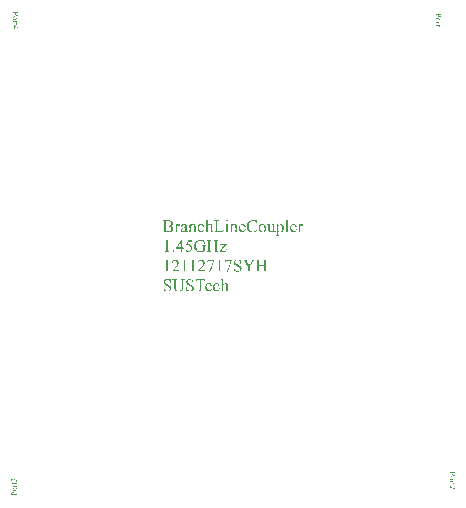
<source format=gto>
G04 Layer: TopSilkscreenLayer*
G04 EasyEDA Pro v2.1.42, 2023-12-20 16:08:35*
G04 Gerber Generator version 0.3*
G04 Scale: 100 percent, Rotated: No, Reflected: No*
G04 Dimensions in millimeters*
G04 Leading zeros omitted, absolute positions, 3 integers and 5 decimals*
%FSLAX35Y35*%
%MOMM*%
%ADD10C,0.254*%
G75*


G04 Text Start*
G36*
G01X-178816Y319329D02*
G01X-181762Y318872D01*
G01X-183591Y317957D01*
G01X-185369Y317297D01*
G01X-186995Y316586D01*
G01X-188824Y315925D01*
G01X-190398Y315214D01*
G01X-194005Y313842D01*
G01X-198120Y312064D01*
G01X-199238Y311353D01*
G01X-199492Y309982D01*
G01X-199085Y309169D01*
G01X-198323Y308864D01*
G01X-196748Y309067D01*
G01X-194462Y309524D01*
G01X-191770Y309321D01*
G01X-190398Y308204D01*
G01X-189687Y306578D01*
G01X-189230Y304343D01*
G01X-189027Y302260D01*
G01X-188824Y263195D01*
G01X-189027Y224079D01*
G01X-189484Y222504D01*
G01X-190602Y220472D01*
G01X-192430Y219100D01*
G01X-194005Y218643D01*
G01X-196291Y218186D01*
G01X-198323Y217729D01*
G01X-198780Y216357D01*
G01Y215240D01*
G01X-165608D01*
G01Y216357D01*
G01X-165913Y217272D01*
G01X-166776Y217729D01*
G01X-168808Y217932D01*
G01X-170383Y218186D01*
G01X-172212Y218643D01*
G01X-173787Y219558D01*
G01X-174701Y220675D01*
G01X-175616Y222504D01*
G01X-176073Y224790D01*
G01X-176276Y226365D01*
G01X-176530Y246583D01*
G01X-176378Y261366D01*
G01X-175870Y266598D01*
G01X-172415Y270002D01*
G01X-171298Y270916D01*
G01X-170180Y271577D01*
G01X-168554Y272745D01*
G01X-166319Y273863D01*
G01X-164236Y274523D01*
G01X-162662Y274980D01*
G01X-161087Y275234D01*
G01X-159715Y275438D01*
G01X-158598D01*
G01X-156769Y274980D01*
G01X-154940Y274320D01*
G01X-153822Y273660D01*
G01X-152908Y272745D01*
G01X-151994Y271577D01*
G01X-150825Y270002D01*
G01X-150165Y267970D01*
G01X-149962Y266344D01*
G01X-149504Y264566D01*
G01X-149250Y259537D01*
G01X-149047Y255016D01*
G01X-148793Y240690D01*
G01X-149047Y226365D01*
G01X-149250Y224333D01*
G01X-149708Y222250D01*
G01X-150368Y220929D01*
G01X-151282Y219761D01*
G01X-152654Y218846D01*
G01X-154280Y218389D01*
G01X-155854Y218186D01*
G01X-158140Y217932D01*
G01X-159715D01*
G01Y215240D01*
G01X-127000D01*
G01Y216357D01*
G01X-127457Y217729D01*
G01X-129032Y217932D01*
G01X-130861Y218186D01*
G01X-132436Y218643D01*
G01X-133807Y219558D01*
G01X-134925Y220675D01*
G01X-135839Y222504D01*
G01X-136296Y224536D01*
G01X-136754Y261366D01*
G01X-137211Y267259D01*
G01X-137668Y269545D01*
G01X-138328Y272288D01*
G01X-140157Y276352D01*
G01X-141275Y277978D01*
G01X-143104Y280213D01*
G01X-144272Y281127D01*
G01X-147422Y282956D01*
G01X-149250Y283616D01*
G01X-151282Y284074D01*
G01X-154483Y284328D01*
G01X-157683Y284074D01*
G01X-159715Y283616D01*
G01X-161544Y282956D01*
G01X-163119Y282042D01*
G01X-165151Y280924D01*
G01X-166776Y279756D01*
G01X-169012Y277978D01*
G01X-174701Y272288D01*
G01X-175870Y271374D01*
G01X-176378Y277216D01*
G01X-176530Y295250D01*
G01Y319329D01*
G37*
G36*
G01X499161Y319329D02*
G01X496672Y318872D01*
G01X494589Y317957D01*
G01X492354Y317043D01*
G01X490271Y316128D01*
G01X488493Y315468D01*
G01X483718Y313385D01*
G01X480060Y312064D01*
G01X478942Y311150D01*
G01Y309982D01*
G01X479857Y308864D01*
G01X480974D01*
G01X483718Y309524D01*
G01X486664Y309321D01*
G01X488239Y307746D01*
G01X488950Y305664D01*
G01X489153Y304089D01*
G01X489356Y263652D01*
G01X489153Y223164D01*
G01X488493Y221590D01*
G01X487324Y220218D01*
G01X486207Y219100D01*
G01X484632Y218389D01*
G01X480974Y217932D01*
G01X480111Y217627D01*
G01X479857Y216611D01*
G01Y215240D01*
G01X512572D01*
G01Y217932D01*
G01X510743D01*
G01X508254Y218186D01*
G01X506425Y218643D01*
G01X504850Y219558D01*
G01X503936Y220472D01*
G01X503022Y222047D01*
G01X502361Y224536D01*
G01X502107Y227482D01*
G01X501904Y230022D01*
G01X501650Y274777D01*
G01X501193Y319075D01*
G37*
G36*
G01X-13564Y319329D02*
G01X-16053Y318618D01*
G01X-17678Y317500D01*
G01X-18796Y315925D01*
G01X-19710Y314096D01*
G01X-20168Y311810D01*
G01X-19710Y309524D01*
G01X-18796Y307950D01*
G01X-17221Y306375D01*
G01X-15392Y305206D01*
G01X-14021Y304546D01*
G01X-12446Y304343D01*
G01X-10820Y304546D01*
G01X-9246Y305206D01*
G01X-7874Y306121D01*
G01X-6960Y307035D01*
G01X-6096Y308661D01*
G01X-5385Y310439D01*
G01X-5182Y312725D01*
G01X-5639Y315011D01*
G01X-6756Y316586D01*
G01X-8585Y318160D01*
G01X-10820Y319075D01*
G37*
G36*
G01X204368Y317043D02*
G01X202794Y316840D01*
G01X196444Y316382D01*
G01X192329Y315468D01*
G01X190043Y314757D01*
G01X187554Y313842D01*
G01X185522Y313182D01*
G01X183693Y312522D01*
G01X180543Y310693D01*
G01X176886Y308407D01*
G01X173228Y305664D01*
G01X170993Y303428D01*
G01X169367Y302057D01*
G01X167996Y300431D01*
G01X166218Y298196D01*
G01X165049Y297028D01*
G01X164135Y295707D01*
G01X163474Y294335D01*
G01X161646Y291592D01*
G01X160731Y290017D01*
G01X159817Y288188D01*
G01X158496Y284988D01*
G01X157785Y283159D01*
G01X157124Y281127D01*
G01X155753Y276149D01*
G01X155296Y273863D01*
G01X155042Y271831D01*
G01X154178Y263195D01*
G01Y261823D01*
G01X154584Y257708D01*
G01X155042Y253187D01*
G01X155296Y251612D01*
G01X155753Y249987D01*
G01X156413Y247752D01*
G01X157124Y245212D01*
G01X158039Y242976D01*
G01X158902Y240894D01*
G01X159614Y239319D01*
G01X160274Y237947D01*
G01X161188Y236372D01*
G01X162357Y234340D01*
G01X163678Y232258D01*
G01X165049Y230683D01*
G01X166878Y228397D01*
G01X171450Y223876D01*
G01X173685Y222047D01*
G01X175311Y220929D01*
G01X177089Y219761D01*
G01X178714Y218846D01*
G01X182321Y217068D01*
G01X185522Y215697D01*
G01X187808Y214986D01*
G01X190297Y214325D01*
G01X192583Y213868D01*
G01X194615Y213614D01*
G01X197104Y213411D01*
G01X199136Y213157D01*
G01X202997Y212954D01*
G01X207315Y213157D01*
G01X211887Y213614D01*
G01X215951Y214528D01*
G01X220066Y215900D01*
G01X221640Y216611D01*
G01X223266Y217475D01*
G01X224841Y218186D01*
G01X226212Y218846D01*
G01X227787Y220015D01*
G01X230073Y221590D01*
G01X236880Y228397D01*
G01X239624Y231800D01*
G01X240284Y232969D01*
G01X241198Y234340D01*
G01X243027Y237490D01*
G01Y238862D01*
G01X241859Y239522D01*
G01X241249Y239471D01*
G01X240741Y238862D01*
G01X239827Y237490D01*
G01X237084Y234086D01*
G01X234594Y231597D01*
G01X233020Y229768D01*
G01X230988Y227940D01*
G01X229362Y226568D01*
G01X228244Y225704D01*
G01X226873Y224790D01*
G01X225044Y223622D01*
G01X222809Y222504D01*
G01X220980Y221793D01*
G01X216408Y220472D01*
G01X213716Y220015D01*
G01X206858Y219761D01*
G01X201422Y220015D01*
G01X197815Y220929D01*
G01X195732Y221386D01*
G01X193700Y222047D01*
G01X190043Y223876D01*
G01X188468Y224790D01*
G01X185725Y226568D01*
G01X184404Y227736D01*
G01X180950Y231140D01*
G01X179832Y232512D01*
G01X177546Y236118D01*
G01X176632Y237947D01*
G01X175768Y239522D01*
G01X175057Y241148D01*
G01X174396Y242976D01*
G01X173025Y247955D01*
G01X172314Y250901D01*
G01X171856Y254559D01*
G01X171653Y265024D01*
G01X171856Y274523D01*
G01X172314Y279095D01*
G01X173228Y282702D01*
G01X173685Y284785D01*
G01X174396Y286817D01*
G01X175057Y288646D01*
G01X175768Y290678D01*
G01X176632Y292710D01*
G01X178460Y296367D01*
G01X179629Y297942D01*
G01X180543Y299110D01*
G01X181204Y300228D01*
G01X182118Y301346D01*
G01X184404Y303632D01*
G01X185522Y304546D01*
G01X186639Y305206D01*
G01X187808Y306121D01*
G01X189179Y307035D01*
G01X191872Y308407D01*
G01X193497Y309067D01*
G01X195275Y309778D01*
G01X197104Y310236D01*
G01X198679Y310439D01*
G01X200965Y310896D01*
G01X203708Y311353D01*
G01X206858Y311607D01*
G01X209601Y311353D01*
G01X212344Y310896D01*
G01X215494Y310439D01*
G01X217780Y309778D01*
G01X219608Y308864D01*
G01X221183Y308204D01*
G01X223266Y307035D01*
G01X225298Y305664D01*
G01X226670Y304546D01*
G01X230734Y300431D01*
G01X231902Y298856D01*
G01X233020Y297028D01*
G01X233934Y295707D01*
G01X236220Y291135D01*
G01X237084Y289103D01*
G01X237795Y287274D01*
G01X238455Y285242D01*
G01X239166Y283616D01*
G01X239624Y283108D01*
G01X240538Y282956D01*
G01X241351Y283312D01*
G01X241656Y284328D01*
G01X241402Y286360D01*
G01X240995Y293167D01*
G01X240538Y302260D01*
G01X240081Y308204D01*
G01X239624Y313639D01*
G01X239370Y315468D01*
G01X239116Y316382D01*
G01X238252Y316840D01*
G01X237287D01*
G01X236677Y316382D01*
G01X235966Y314757D01*
G01X235052Y312979D01*
G01X233934Y311353D01*
G01X233070Y310794D01*
G01X231445Y310439D01*
G01X228041Y310693D01*
G01X225958Y311607D01*
G01X224130Y312522D01*
G01X222098Y313385D01*
G01X218491Y314757D01*
G01X216205Y315468D01*
G01X214173Y315925D01*
G01X211430Y316382D01*
G01X208026Y316586D01*
G37*
G36*
G01X-556057Y314757D02*
G01X-556311Y313639D01*
G01X-556057Y312064D01*
G01X-552196Y311607D01*
G01X-549351Y311404D01*
G01X-547675Y310896D01*
G01X-545643Y309778D01*
G01X-544271Y308204D01*
G01X-543357Y306121D01*
G01X-542900Y304343D01*
G01X-542646Y302717D01*
G01X-542493Y269748D01*
G01X-527914D01*
G01Y307950D01*
G01X-524459Y308661D01*
G01X-521970Y308864D01*
G01X-519938Y309067D01*
G01X-514502Y309778D01*
G01X-512674Y309524D01*
G01X-509930Y309067D01*
G01X-505866Y308661D01*
G01X-502412Y307950D01*
G01X-500177Y307035D01*
G01X-498094Y306121D01*
G01X-496519Y305206D01*
G01X-494944Y304089D01*
G01X-493370Y302717D01*
G01X-492201Y301600D01*
G01X-491287Y300431D01*
G01X-490626Y299314D01*
G01X-489712Y297739D01*
G01X-488798Y295910D01*
G01X-488137Y293878D01*
G01X-487680Y291795D01*
G01X-487426Y287934D01*
G01X-487680Y284074D01*
G01X-488137Y282296D01*
G01X-488798Y280467D01*
G01X-489712Y278638D01*
G01X-490830Y277063D01*
G01X-492658Y274777D01*
G01X-494487Y273406D01*
G01X-496773Y272034D01*
G01X-498805Y271120D01*
G01X-501091Y270459D01*
G01X-503123Y270002D01*
G01X-506324Y269545D01*
G01X-516077Y269342D01*
G01X-525374Y269545D01*
G01X-526745Y269748D01*
G01X-527914D01*
G01X-542493D01*
G01X-542442Y263855D01*
G01X-542544Y243180D01*
G01X-527914D01*
G01Y263398D01*
G01X-525831D01*
G01X-523138Y263652D01*
G01X-516077Y263855D01*
G01X-509016Y263652D01*
G01X-507187Y263195D01*
G01X-505155Y262941D01*
G01X-503580Y262738D01*
G01X-501548Y262280D01*
G01X-499466Y261569D01*
G01X-496316Y260248D01*
G01X-494487Y259080D01*
G01X-492201Y257708D01*
G01X-490626Y256388D01*
G01X-489458Y255219D01*
G01X-488594Y254102D01*
G01X-487680Y252476D01*
G01X-486512Y250444D01*
G01X-485597Y248158D01*
G01X-484937Y245923D01*
G01X-484480Y243637D01*
G01X-484276Y240436D01*
G01X-484480Y237744D01*
G01X-484937Y235915D01*
G01X-485597Y234086D01*
G01X-486308Y232512D01*
G01X-486969Y231140D01*
G01X-488137Y229768D01*
G01X-489712Y227940D01*
G01X-491287Y226568D01*
G01X-493116Y225247D01*
G01X-495605Y223876D01*
G01X-497688Y222961D01*
G01X-499720Y222250D01*
G01X-501752Y221793D01*
G01X-505409Y220929D01*
G01X-512216Y220675D01*
G01X-518566Y220929D01*
G01X-519684Y221132D01*
G01X-521310Y221386D01*
G01X-524002Y221793D01*
G01X-526999Y222504D01*
G01X-527660Y227889D01*
G01X-527914Y243180D01*
G01X-542544D01*
G01X-542646Y224993D01*
G01X-543357Y223164D01*
G01X-544271Y221386D01*
G01X-545846Y220015D01*
G01X-547675Y219100D01*
G01X-549504Y218643D01*
G01X-553364Y218389D01*
G01X-556057D01*
G01X-556311Y217272D01*
G01X-556514Y215697D01*
G01X-528117Y215240D01*
G01X-499008Y215443D01*
G01X-494030Y215900D01*
G01X-492201Y216357D01*
G01X-489255Y216814D01*
G01X-486766Y217475D01*
G01X-485140Y218186D01*
G01X-483362Y218846D01*
G01X-481279Y220015D01*
G01X-479044Y221386D01*
G01X-477215Y222504D01*
G01X-474929Y224790D01*
G01X-472186Y227940D01*
G01X-471322Y229108D01*
G01X-468782Y234086D01*
G01X-468122Y236372D01*
G01X-467665Y238658D01*
G01X-467208Y240436D01*
G01X-467004Y243180D01*
G01X-467208Y245466D01*
G01X-468122Y249530D01*
G01X-468782Y251358D01*
G01X-469697Y253187D01*
G01X-470611Y254762D01*
G01X-471780Y256134D01*
G01X-473100Y257708D01*
G01X-474726Y259334D01*
G01X-476098Y260452D01*
G01X-477418Y261366D01*
G01X-478790Y262026D01*
G01X-480416Y262941D01*
G01X-482651Y263855D01*
G01X-484937Y264566D01*
G01X-486766Y265227D01*
G01X-487680Y266141D01*
G01X-487528Y266598D01*
G01X-486766Y267056D01*
G01X-484734Y267970D01*
G01X-483108Y268884D01*
G01X-481736Y269748D01*
G01X-479958Y271120D01*
G01X-477215Y273863D01*
G01X-475844Y275438D01*
G01X-474472Y277724D01*
G01X-473354Y280213D01*
G01X-472643Y282296D01*
G01X-472186Y284531D01*
G01X-471983Y289560D01*
G01X-472186Y293624D01*
G01X-472897Y295453D01*
G01X-473812Y297739D01*
G01X-474929Y300025D01*
G01X-476098Y301600D01*
G01X-476961Y302717D01*
G01X-480416Y306121D01*
G01X-481533Y307035D01*
G01X-483108Y308204D01*
G01X-484937Y309321D01*
G01X-489052Y311150D01*
G01X-491084Y311810D01*
G01X-493370Y312522D01*
G01X-495859Y313182D01*
G01X-498551Y313639D01*
G01X-500837Y313842D01*
G01X-502666Y314096D01*
G01X-505866Y314554D01*
G01X-531317Y314757D01*
G37*
G36*
G01X-122428Y314757D02*
G01X-122682Y313639D01*
G01Y312064D01*
G01X-118821Y311607D01*
G01X-114503Y311150D01*
G01X-112674Y310236D01*
G01X-110846Y308661D01*
G01X-109728Y306121D01*
G01X-109271Y303886D01*
G01X-109017Y302260D01*
G01X-108814Y263855D01*
G01X-109017Y225450D01*
G01X-109474Y223622D01*
G01X-110642Y221386D01*
G01X-112420Y219761D01*
G01X-114046Y219100D01*
G01X-115824Y218643D01*
G01X-119685Y218389D01*
G01X-122428D01*
G01X-122682Y217272D01*
G01X-122885Y215697D01*
G01X-84480Y215240D01*
G01X-46076D01*
G01X-45618Y216611D01*
G01X-44704Y219100D01*
G01X-44044Y221590D01*
G01X-43332Y223876D01*
G01X-42418Y226365D01*
G01X-41758Y228854D01*
G01X-41097Y230683D01*
G01X-39726Y235204D01*
G01X-39014Y237287D01*
G01X-38354Y239776D01*
G01X-37643Y241605D01*
G01X-37795Y242062D01*
G01X-38557Y242519D01*
G01X-39522Y242570D01*
G01X-40183Y241808D01*
G01X-41961Y238201D01*
G01X-42875Y236118D01*
G01X-43790Y234544D01*
G01X-44958Y232715D01*
G01X-46533Y230480D01*
G01X-47904Y228651D01*
G01X-50597Y226365D01*
G01X-51765Y225450D01*
G01X-54915Y223876D01*
G01X-57455Y222961D01*
G01X-59690Y222504D01*
G01X-61316Y222250D01*
G01X-68123Y221793D01*
G01X-77419Y221590D01*
G01X-86766Y221793D01*
G01X-88798Y222047D01*
G01X-91288Y222707D01*
G01X-93116Y224536D01*
G01X-93777Y226822D01*
G01X-94031Y228651D01*
G01X-94234Y265430D01*
G01X-94031Y302260D01*
G01X-93574Y305918D01*
G01X-92913Y307289D01*
G01X-91745Y308407D01*
G01X-90627Y309321D01*
G01X-89052Y310236D01*
G01X-87224Y310896D01*
G01X-84938Y311353D01*
G01X-80620Y311607D01*
G01X-77876D01*
G01Y312979D01*
G01X-78181Y314046D01*
G01X-79045Y314554D01*
G01X-101295Y314757D01*
G37*
G36*
G01X-7671Y284531D02*
G01X-9957Y284328D01*
G01X-12446Y283413D01*
G01X-14478Y282499D01*
G01X-18136Y281127D01*
G01X-21285Y279756D01*
G01X-25857Y277978D01*
G01X-27432Y277266D01*
G01X-28245Y276758D01*
G01X-28804Y275692D01*
G01Y273863D01*
G01X-27686Y273660D01*
G01X-25857Y274066D01*
G01X-23114Y274320D01*
G01X-21793Y274168D01*
G01X-21082Y273660D01*
G01X-20168Y272288D01*
G01X-19507Y270459D01*
G01X-19050Y268173D01*
G01X-18796Y245466D01*
G01X-19253Y222961D01*
G01X-20168Y221132D01*
G01X-21285Y219761D01*
G01X-22454Y218846D01*
G01X-24028Y218389D01*
G01X-25857Y218186D01*
G01X-27432Y217932D01*
G01X-28245Y217729D01*
G01X-28804Y217068D01*
G01X-29007Y215697D01*
G01X-12649Y215240D01*
G01X3454D01*
G01X3708Y216357D01*
G01X3607Y217272D01*
G01X2794Y217729D01*
G01X-152Y218186D01*
G01X-3099Y219304D01*
G01X-4724Y220929D01*
G01X-5639Y222707D01*
G01X-6096Y225450D01*
G01X-6299Y227736D01*
G01X-6502Y256388D01*
G01Y284328D01*
G37*
G36*
G01X442570Y284328D02*
G01X440080Y284074D01*
G01X437998Y283413D01*
G01X435966Y282499D01*
G01X433222Y281127D01*
G01X431902Y280213D01*
G01X427330Y275692D01*
G01X426415Y274523D01*
G01X425755Y273406D01*
G01X424586Y271831D01*
G01X423266Y270205D01*
G01X422758Y271628D01*
G01X422554Y276809D01*
G01Y283870D01*
G01X421437Y284074D01*
G01X419151D01*
G01X417322Y283413D01*
G01X415290Y282499D01*
G01X413004Y281584D01*
G01X410972Y280670D01*
G01X409143Y280010D01*
G01X407568Y279298D01*
G01X405740Y278638D01*
G01X402539Y277266D01*
G01X400761Y276606D01*
G01X399390Y275692D01*
G01Y274320D01*
G01X400202Y273710D01*
G01X401676Y273660D01*
G01X404165Y274066D01*
G01X405994D01*
G01X408026Y272948D01*
G01X409397Y270916D01*
G01X409854Y268173D01*
G01X410058Y265887D01*
G01X410159Y248615D01*
G01X422554D01*
G01X422758Y260858D01*
G01X423266Y265227D01*
G01X425501Y267513D01*
G01X428701Y270205D01*
G01X429819Y271120D01*
G01X431190Y271831D01*
G01X433019Y272491D01*
G01X435508Y273202D01*
G01X439369Y273406D01*
G01X442316Y272948D01*
G01X444144Y272034D01*
G01X445770Y271120D01*
G01X446888Y270205D01*
G01X448462Y268630D01*
G01X450088Y266598D01*
G01X451409Y264566D01*
G01X452323Y262738D01*
G01X453034Y261112D01*
G01X454406Y256591D01*
G01X454812Y254762D01*
G01X455066Y253187D01*
G01X455524Y249530D01*
G01X455727Y243840D01*
G01X455524Y238201D01*
G01X455066Y235001D01*
G01X454609Y233172D01*
G01X453238Y229108D01*
G01X452577Y227279D01*
G01X449834Y223164D01*
G01X448716Y222047D01*
G01X447548Y221132D01*
G01X445973Y220015D01*
G01X444144Y219100D01*
G01X441858Y218389D01*
G01X437794Y217932D01*
G01X435051Y218186D01*
G01X433680Y218389D01*
G01X431648Y218846D01*
G01X429616Y219761D01*
G01X428041Y220929D01*
G01X426872Y222047D01*
G01X425501Y223622D01*
G01X424383Y225450D01*
G01X423469Y227736D01*
G01X423012Y230226D01*
G01X422808Y231800D01*
G01X422554Y248615D01*
G01X410159D01*
G01X410312Y230226D01*
G01X410058Y194564D01*
G01X409854Y192278D01*
G01X409397Y189992D01*
G01X408483Y188620D01*
G01X406857Y187503D01*
G01X404622Y186842D01*
G01X401879Y186385D01*
G01X399390Y185928D01*
G01X398678Y185471D01*
G01X398475Y184556D01*
G01X398678Y183185D01*
G01X416204Y182931D01*
G01X433476D01*
G01X433934Y185674D01*
G01X432359Y185928D01*
G01X428701Y186385D01*
G01X426872Y186741D01*
G01X425501Y187503D01*
G01X423926Y189078D01*
G01X423012Y191364D01*
G01X422554Y205689D01*
G01Y218389D01*
G01X423469Y218186D01*
G01X424586Y217475D01*
G01X425958Y216357D01*
G01X428041Y215240D01*
G01X430073Y214528D01*
G01X433680Y213614D01*
G01X439623Y213411D01*
G01X445313Y213868D01*
G01X449377Y215240D01*
G01X451409Y216357D01*
G01X453695Y217729D01*
G01X455270Y219100D01*
G01X457556Y220929D01*
G01X459384Y223164D01*
G01X460502Y224333D01*
G01X461416Y225450D01*
G01X462128Y226822D01*
G01X463245Y228651D01*
G01X464363Y230683D01*
G01X465277Y232512D01*
G01X466649Y236118D01*
G01X468020Y241148D01*
G01X468478Y243840D01*
G01X468681Y246380D01*
G01X468935Y252070D01*
G01X468681Y257708D01*
G01X468478Y259537D01*
G01X468020Y261569D01*
G01X466649Y266141D01*
G01X465734Y268427D01*
G01X464617Y270662D01*
G01X463448Y272491D01*
G01X462128Y274523D01*
G01X460756Y276352D01*
G01X458470Y278638D01*
G01X456895Y280010D01*
G01X454609Y281381D01*
G01X452323Y282499D01*
G01X449834Y283413D01*
G01X447091Y283870D01*
G01X445059Y284074D01*
G37*
G36*
G01X-319938Y284328D02*
G01X-322428Y283870D01*
G01X-324714Y282956D01*
G01X-327203Y282042D01*
G01X-329235Y281127D01*
G01X-338328Y277520D01*
G01X-340411Y276606D01*
G01X-341122Y275946D01*
G01X-341071Y274980D01*
G01X-340563Y274168D01*
G01X-339954Y273863D01*
G01X-338582Y274066D01*
G01X-336296Y274523D01*
G01X-333553Y274320D01*
G01X-331978Y272948D01*
G01X-331064Y270662D01*
G01X-330606Y266802D01*
G01X-330403Y263652D01*
G01X-330149Y245008D01*
G01X-330403Y226365D01*
G01X-330860Y223164D01*
G01X-331521Y221386D01*
G01X-333096Y219558D01*
G01X-335839Y218389D01*
G01X-339039Y217932D01*
G01X-340614D01*
G01Y215240D01*
G01X-307442D01*
G01Y217932D01*
G01X-310185D01*
G01X-313792Y218389D01*
G01X-315366Y219304D01*
G01X-316535Y220675D01*
G01X-317449Y222504D01*
G01X-317906Y224993D01*
G01X-318110Y227279D01*
G01X-318364Y247040D01*
G01X-318160Y261468D01*
G01X-317652Y266598D01*
G01X-315366Y268884D01*
G01X-313588Y270205D01*
G01X-311302Y271831D01*
G01X-309474Y272948D01*
G01X-307645Y273863D01*
G01X-304952Y274777D01*
G01X-300634Y275234D01*
G01X-296977Y274777D01*
G01X-294945Y273660D01*
G01X-293573Y272288D01*
G01X-292913Y271120D01*
G01X-292202Y269748D01*
G01X-291744Y268173D01*
G01X-291287Y266344D01*
G01X-290830Y263652D01*
G01X-290627Y242519D01*
G01X-291084Y222250D01*
G01X-291998Y220675D01*
G01X-293573Y219100D01*
G01X-296774Y218186D01*
G01X-299923Y217932D01*
G01X-300787Y217627D01*
G01X-301092Y216611D01*
G01Y215240D01*
G01X-268326D01*
G01X-268122Y216357D01*
G01X-268224Y217272D01*
G01X-269037Y217729D01*
G01X-271323Y217932D01*
G01X-273101Y218186D01*
G01X-274726Y218846D01*
G01X-276098Y220015D01*
G01X-276962Y221386D01*
G01X-277673Y223164D01*
G01X-278130Y225908D01*
G01X-278333Y245923D01*
G01X-278587Y265024D01*
G01X-279044Y269088D01*
G01X-279502Y270916D01*
G01X-280162Y272948D01*
G01X-281076Y274980D01*
G01X-282194Y277063D01*
G01X-283362Y278638D01*
G01X-284937Y280213D01*
G01X-286512Y281584D01*
G01X-288138Y282499D01*
G01X-290373Y283413D01*
G01X-292456Y283870D01*
G01X-294030Y284074D01*
G01X-296316Y284328D01*
G01X-298552Y284074D01*
G01X-300380Y283616D01*
G01X-302412Y282956D01*
G01X-304495Y282042D01*
G01X-306527Y280924D01*
G01X-308102Y279756D01*
G01X-309931Y278384D01*
G01X-312217Y276606D01*
G01X-313792Y274980D01*
G01X-315620Y272745D01*
G01X-316738Y271577D01*
G01X-317906Y270916D01*
G01X-318211Y272440D01*
G01X-318364Y277520D01*
G01Y284328D01*
G37*
G36*
G01X29820Y284328D02*
G01X27330Y283870D01*
G01X25756Y283159D01*
G01X23927Y282499D01*
G01X10312Y277063D01*
G01X8941Y276149D01*
G01Y274777D01*
G01X9703Y274168D01*
G01X11176Y274066D01*
G01X13716Y274523D01*
G01X15494D01*
G01X17323Y273660D01*
G01X18491Y271831D01*
G01X19152Y269088D01*
G01X19406Y245923D01*
G01X19152Y223622D01*
G01X18491Y221793D01*
G01X16866Y219761D01*
G01X14173Y218389D01*
G01X10973Y217932D01*
G01X9398D01*
G01Y215240D01*
G01X42570D01*
G01Y217932D01*
G01X39827D01*
G01X36220Y218389D01*
G01X34595Y219304D01*
G01X33223Y220929D01*
G01X32360Y223164D01*
G01X31902Y225450D01*
G01X31648Y246380D01*
G01X31801Y261315D01*
G01X32360Y266598D01*
G01X34595Y268884D01*
G01X36881Y270662D01*
G01X38252Y271577D01*
G01X40081Y272745D01*
G01X42316Y273863D01*
G01X44856Y274777D01*
G01X49174Y275234D01*
G01X53035Y274777D01*
G01X54813Y273660D01*
G01X56185Y272288D01*
G01X57099Y270916D01*
G01X58014Y268884D01*
G01X58725Y265887D01*
G01X59131Y262738D01*
G01X59385Y242265D01*
G01X58928Y222504D01*
G01X57810Y220675D01*
G01X56439Y219304D01*
G01X55067Y218643D01*
G01X52781Y218186D01*
G01X49835Y217932D01*
G01X48463D01*
G01Y215240D01*
G01X81636D01*
G01Y217932D01*
G01X79604D01*
G01X76860Y218186D01*
G01X75286Y218846D01*
G01X73457Y220472D01*
G01X72339Y222961D01*
G01X71882Y224993D01*
G01X71425Y263195D01*
G01X70968Y268173D01*
G01X70510Y270459D01*
G01X69850Y272745D01*
G01X68936Y274777D01*
G01X68021Y276606D01*
G01X67107Y277978D01*
G01X65989Y279298D01*
G01X64821Y280467D01*
G01X63246Y281584D01*
G01X61671Y282499D01*
G01X60046Y283159D01*
G01X58268Y283616D01*
G01X55524Y284074D01*
G01X51664D01*
G01X48920Y283413D01*
G01X46888Y282702D01*
G01X45314Y282042D01*
G01X43942Y281127D01*
G01X42113Y280010D01*
G01X40538Y278841D01*
G01X38252Y277063D01*
G01X33680Y272491D01*
G01X32766Y271374D01*
G01X32106Y270916D01*
G01X31648Y277724D01*
G01Y284328D01*
G37*
G36*
G01X285039Y284328D02*
G01X282346Y284074D01*
G01X280060Y283616D01*
G01X277571Y282956D01*
G01X275539Y282296D01*
G01X273710Y281584D01*
G01X271882Y280670D01*
G01X270307Y279756D01*
G01X269138Y278841D01*
G01X267360Y277520D01*
G01X265735Y275895D01*
G01X264617Y274980D01*
G01X263703Y274066D01*
G01X263042Y272948D01*
G01X262128Y271831D01*
G01X260960Y270205D01*
G01X259842Y268173D01*
G01X257099Y262738D01*
G01X256438Y260909D01*
G01X255981Y259080D01*
G01X255270Y256794D01*
G01X254864Y254559D01*
G01X267564D01*
G01X268224Y262738D01*
G01X268681Y265024D01*
G01X269392Y267259D01*
G01X270764Y270916D01*
G01X271882Y272745D01*
G01X273253Y274320D01*
G01X275539Y276606D01*
G01X276860Y277520D01*
G01X278943Y278384D01*
G01X281432Y279095D01*
G01X283718Y279552D01*
G01X285496D01*
G01X287325Y279298D01*
G01X289357Y278841D01*
G01X291440Y277978D01*
G01X293675Y276606D01*
G01X296418Y273863D01*
G01X297586Y272491D01*
G01X298704Y270662D01*
G01X299822Y268630D01*
G01X300736Y267056D01*
G01X301447Y265684D01*
G01X302108Y263855D01*
G01X302768Y261823D01*
G01X303682Y258166D01*
G01X304140Y255930D01*
G01X304597Y253187D01*
G01X304851Y250444D01*
G01X305054Y248615D01*
G01X305308Y243637D01*
G01X305054Y238658D01*
G01X304597Y234086D01*
G01X304140Y232054D01*
G01X303479Y229768D01*
G01X302768Y227940D01*
G01X302108Y226365D01*
G01X301193Y224993D01*
G01X298704Y222504D01*
G01X296875Y220929D01*
G01X294843Y219761D01*
G01X292811Y219100D01*
G01X290982Y218643D01*
G01X288696Y218389D01*
G01X286868Y218643D01*
G01X285496Y218846D01*
G01X283464Y219304D01*
G01X281432Y220218D01*
G01X279857Y221386D01*
G01X276403Y224790D01*
G01X275539Y225908D01*
G01X274625Y227482D01*
G01X273456Y229565D01*
G01X271678Y233172D01*
G01X270764Y235661D01*
G01X269850Y238404D01*
G01X269138Y241351D01*
G01X268681Y243637D01*
G01X268224Y246837D01*
G01X267767Y251816D01*
G01X267564Y254559D01*
G01X254864D01*
G01X254610Y253187D01*
G01X254406Y249987D01*
G01X254152Y248158D01*
G01Y246380D01*
G01X254406Y243637D01*
G01X254610Y241351D01*
G01X255524Y237287D01*
G01X256184Y235458D01*
G01X257099Y233172D01*
G01X258013Y231140D01*
G01X259842Y227940D01*
G01X260756Y226568D01*
G01X261671Y225450D01*
G01X263042Y223622D01*
G01X265735Y220929D01*
G01X267360Y219558D01*
G01X268935Y218389D01*
G01X270307Y217475D01*
G01X271882Y216611D01*
G01X273914Y215697D01*
G01X276200Y214782D01*
G01X278943Y214071D01*
G01X280975Y213614D01*
G01X285953Y213411D01*
G01X291440Y213614D01*
G01X293268Y214071D01*
G01X295758Y214782D01*
G01X298247Y215697D01*
G01X301904Y217475D01*
G01X303479Y218389D01*
G01X304597Y219304D01*
G01X306426Y220675D01*
G01X309169Y223418D01*
G01X310083Y224536D01*
G01X310744Y225704D01*
G01X311861Y227279D01*
G01X313233Y229565D01*
G01X314401Y231800D01*
G01X315316Y234086D01*
G01X316179Y236118D01*
G01X317551Y240690D01*
G01X318008Y242722D01*
G01X318262Y244551D01*
G01X318719Y248615D01*
G01X318922Y251358D01*
G01X318719Y254102D01*
G01X318262Y257251D01*
G01X317805Y259334D01*
G01X317094Y261569D01*
G01X316433Y263398D01*
G01X315722Y265024D01*
G01X314858Y266802D01*
G01X313690Y268884D01*
G01X312318Y270916D01*
G01X311201Y272491D01*
G01X310286Y273660D01*
G01X306883Y277063D01*
G01X303682Y279298D01*
G01X302311Y280213D01*
G01X300533Y281127D01*
G01X298450Y282042D01*
G01X295961Y282956D01*
G01X292811Y283616D01*
G01X289154Y284074D01*
G37*
G36*
G01X-377190Y284328D02*
G01X-380848Y284074D01*
G01X-384505Y283616D01*
G01X-386740Y282956D01*
G01X-389687Y282042D01*
G01X-391973Y280924D01*
G01X-394005Y279552D01*
G01X-395630Y278181D01*
G01X-396748Y277063D01*
G01X-398120Y275438D01*
G01X-399237Y273660D01*
G01X-400152Y271577D01*
G01X-400863Y269088D01*
G01X-401066Y266598D01*
G01X-400609Y264312D01*
G01X-399694Y262738D01*
G01X-398120Y261366D01*
G01X-395834Y260452D01*
G01X-394005D01*
G01X-392227Y261112D01*
G01X-390601Y262280D01*
G01X-389687Y263652D01*
G01X-389026Y265887D01*
G01X-388823Y270662D01*
G01X-388366Y274523D01*
G01X-387452Y275895D01*
G01X-385166Y278181D01*
G01X-383337Y279095D01*
G01X-381305Y279552D01*
G01X-377901Y279756D01*
G01X-374244Y279298D01*
G01X-372669Y278638D01*
G01X-370840Y277520D01*
G01X-369011Y275438D01*
G01X-367894Y273202D01*
G01X-367233Y270459D01*
G01X-366776Y268173D01*
G01X-366522Y263398D01*
G01Y259334D01*
G01X-367894Y259080D01*
G01X-370180Y258420D01*
G01X-372415Y257505D01*
G01X-374955Y256591D01*
G01X-377190Y255676D01*
G01X-379273Y254762D01*
G01X-381508Y253848D01*
G01X-383591Y252933D01*
G01X-389026Y250241D01*
G01X-391058Y249072D01*
G01X-393141Y247752D01*
G01X-394919Y246583D01*
G01X-397205Y244754D01*
G01X-398323Y243637D01*
G01X-400152Y241351D01*
G01X-401066Y239979D01*
G01X-401980Y238201D01*
G01X-402895Y236118D01*
G01X-403301Y234086D01*
G01X-391312D01*
G01Y236372D01*
G01X-390601Y239319D01*
G01X-389230Y241808D01*
G01X-387909Y243637D01*
G01X-386740Y244754D01*
G01X-384505Y246583D01*
G01X-383134Y247498D01*
G01X-381305Y248615D01*
G01X-377190Y250698D01*
G01X-372415Y252730D01*
G01X-370637Y253390D01*
G01X-368351Y254305D01*
G01X-367284Y254508D01*
G01X-366776Y254102D01*
G01X-366522Y241351D01*
G01Y229311D01*
G01X-367640Y228651D01*
G01X-370840Y226365D01*
G01X-372669Y225247D01*
G01X-374498Y224333D01*
G01X-376530Y223418D01*
G01X-379019Y222707D01*
G01X-381762Y222504D01*
G01X-383134Y222707D01*
G01X-384505Y223164D01*
G01X-386080Y223876D01*
G01X-387198Y224790D01*
G01X-388569Y226365D01*
G01X-389687Y228194D01*
G01X-390601Y230226D01*
G01X-391058Y232512D01*
G01X-391312Y234086D01*
G01X-403301D01*
G01X-403352Y233883D01*
G01X-403555Y231800D01*
G01Y229565D01*
G01X-403352Y227025D01*
G01X-402895Y225247D01*
G01X-402234Y223418D01*
G01X-401523Y221793D01*
G01X-400609Y220472D01*
G01X-399694Y219304D01*
G01X-398780Y218389D01*
G01X-396545Y216611D01*
G01X-394919Y215697D01*
G01X-393141Y214986D01*
G01X-391058Y214325D01*
G01X-387452Y213868D01*
G01X-384505Y214071D01*
G01X-382422Y214528D01*
G01X-380390Y215240D01*
G01X-378562Y216154D01*
G01X-376987Y217068D01*
G01X-373786Y219304D01*
G01X-372669Y220218D01*
G01X-369011Y222961D01*
G01X-367436Y224079D01*
G01X-366674Y224434D01*
G01X-366319Y224079D01*
G01X-365862Y220015D01*
G01X-365150Y218186D01*
G01X-364033Y216611D01*
G01X-362915Y215697D01*
G01X-361290Y214782D01*
G01X-359004Y214071D01*
G01X-357226D01*
G01X-355397Y214528D01*
G01X-353111Y215443D01*
G01X-350825Y216814D01*
G01X-348590Y218389D01*
G01X-345846Y221132D01*
G01X-344932Y222250D01*
G01X-344272Y223418D01*
G01X-343357Y224790D01*
G01X-342900Y227279D01*
G01X-343052Y228346D01*
G01X-343560Y228397D01*
G01X-346964Y224993D01*
G01X-348132Y224079D01*
G01X-349504Y223622D01*
G01X-351282Y223418D01*
G01X-352247Y223622D01*
G01X-352908Y224333D01*
G01X-353568Y226365D01*
G01X-354025Y228651D01*
G01X-354279Y248869D01*
G01X-354482Y268630D01*
G01X-354940Y272288D01*
G01X-355600Y274320D01*
G01X-356972Y276809D01*
G01X-358800Y279095D01*
G01X-360375Y280467D01*
G01X-361747Y281127D01*
G01X-363322Y281838D01*
G01X-365150Y282499D01*
G01X-367894Y283159D01*
G01X-370383Y283616D01*
G01X-373583Y284074D01*
G37*
G36*
G01X551434Y284328D02*
G01X546862Y284074D01*
G01X544830Y283616D01*
G01X542544Y282956D01*
G01X540512Y282296D01*
G01X538937Y281584D01*
G01X535737Y279756D01*
G01X532333Y277063D01*
G01X530047Y274777D01*
G01X529133Y273660D01*
G01X528472Y272491D01*
G01X527355Y270916D01*
G01X526186Y269088D01*
G01X525272Y267259D01*
G01X524358Y265227D01*
G01X523494Y262738D01*
G01X523138Y261366D01*
G01X531876D01*
G01Y263195D01*
G01X532587Y266141D01*
G01X533451Y268884D01*
G01X534365Y270916D01*
G01X535280Y272288D01*
G01X537108Y274523D01*
G01X538226Y275438D01*
G01X539394Y276149D01*
G01X540969Y277266D01*
G01X543712Y278384D01*
G01X547319Y279095D01*
G01X550723D01*
G01X553009Y278384D01*
G01X554838Y277520D01*
G01X556209Y276606D01*
G01X557327Y275692D01*
G01X558495Y274523D01*
G01X559613Y272948D01*
G01X560730Y271120D01*
G01X561645Y268884D01*
G01X562102Y266598D01*
G01X562356Y265024D01*
G01X562559Y262738D01*
G01Y261112D01*
G01X547319D01*
G01X531876Y261366D01*
G01X523138D01*
G01X522783Y259994D01*
G01X521868Y255473D01*
G01X521665Y252933D01*
G01X521411Y250901D01*
G01X521208Y247294D01*
G01X521411Y243637D01*
G01X521868Y239522D01*
G01X522783Y235458D01*
G01X523494Y233426D01*
G01X524358Y231140D01*
G01X525272Y229311D01*
G01X526440Y227279D01*
G01X528015Y224993D01*
G01X529387Y223164D01*
G01X531673Y220929D01*
G01X533248Y219558D01*
G01X536448Y217272D01*
G01X540512Y215240D01*
G01X542544Y214528D01*
G01X544830Y213868D01*
G01X550266Y213411D01*
G01X555498Y213614D01*
G01X557327Y214071D01*
G01X559359Y214782D01*
G01X561188Y215443D01*
G01X563016Y216357D01*
G01X564591Y217475D01*
G01X566420Y218846D01*
G01X569163Y221590D01*
G01X571906Y224993D01*
G01X572770Y226568D01*
G01X573938Y228397D01*
G01X574853Y230022D01*
G01X575513Y231597D01*
G01X576224Y233426D01*
G01X577088Y235915D01*
G01X577799Y238658D01*
G01X577698Y239674D01*
G01X576885Y240436D01*
G01X575767Y241148D01*
G01X575310Y239776D01*
G01X574396Y237744D01*
G01X573481Y235915D01*
G01X572567Y234340D01*
G01X571449Y232715D01*
G01X570078Y231140D01*
G01X568909Y230022D01*
G01X567334Y228651D01*
G01X565506Y227482D01*
G01X563474Y226568D01*
G01X561442Y225908D01*
G01X559613Y225450D01*
G01X555295Y225247D01*
G01X551434Y225450D01*
G01X549402Y226111D01*
G01X546862Y227279D01*
G01X544830Y228397D01*
G01X543458Y229311D01*
G01X542341Y230226D01*
G01X538937Y233629D01*
G01X537566Y235458D01*
G01X536194Y237744D01*
G01X535280Y239319D01*
G01X534619Y240690D01*
G01X533908Y242519D01*
G01X533248Y244754D01*
G01X532790Y246837D01*
G01X532333Y249072D01*
G01X532130Y251612D01*
G01X531876Y253187D01*
G01X531673Y255473D01*
G01Y257048D01*
G01X578002D01*
G01Y259080D01*
G01X577799Y261823D01*
G01X577342Y265024D01*
G01X576631Y267056D01*
G01X575767Y269545D01*
G01X574853Y271374D01*
G01X573938Y272948D01*
G01X573024Y274320D01*
G01X572110Y275438D01*
G01X569824Y277724D01*
G01X568249Y279095D01*
G01X566674Y280213D01*
G01X565302Y281127D01*
G01X561188Y282956D01*
G01X558495Y283616D01*
G01X555955Y284074D01*
G37*
G36*
G01X118008Y284328D02*
G01X113690Y284074D01*
G01X111658Y283616D01*
G01X109372Y282956D01*
G01X107340Y282296D01*
G01X105512Y281584D01*
G01X103683Y280467D01*
G01X101448Y278841D01*
G01X99619Y277520D01*
G01X97333Y275234D01*
G01X95961Y273660D01*
G01X93675Y270459D01*
G01X92558Y268427D01*
G01X91643Y266802D01*
G01X90983Y265024D01*
G01X90272Y262941D01*
G01X90119Y262484D01*
G01X98450D01*
G01X98704Y264109D01*
G01X99162Y265887D01*
G01X99822Y267970D01*
G01X100533Y269748D01*
G01X101194Y271120D01*
G01X102108Y272288D01*
G01X103480Y274066D01*
G01X105308Y275692D01*
G01X107086Y276809D01*
G01X109169Y277978D01*
G01X111862Y278638D01*
G01X114148Y279095D01*
G01X115976Y279298D01*
G01X117805Y279095D01*
G01X119634Y278384D01*
G01X121412Y277520D01*
G01X123241Y276352D01*
G01X124816Y274980D01*
G01X126187Y273202D01*
G01X127559Y270916D01*
G01X128270Y269088D01*
G01X128676Y267259D01*
G01X129134Y264109D01*
G01Y261569D01*
G01X113944Y261112D01*
G01X98704Y261366D01*
G01X98450Y262484D01*
G01X90119D01*
G01X89611Y260706D01*
G01X89154Y258623D01*
G01X88697Y255930D01*
G01X88240Y252273D01*
G01X88036Y246837D01*
G01X88240Y242265D01*
G01X88697Y239116D01*
G01X89611Y235001D01*
G01X90272Y233172D01*
G01X91186Y230886D01*
G01X92100Y229108D01*
G01X93015Y227482D01*
G01X94132Y225704D01*
G01X95301Y224079D01*
G01X99822Y219558D01*
G01X100990Y218643D01*
G01X102768Y217475D01*
G01X105054Y216154D01*
G01X107086Y215240D01*
G01X109169Y214528D01*
G01X110998Y214071D01*
G01X112116Y213614D01*
G01X116891Y213411D01*
G01X121869Y213614D01*
G01X123952Y214071D01*
G01X126187Y214782D01*
G01X128270Y215697D01*
G01X130302Y216814D01*
G01X131877Y217932D01*
G01X133706Y219304D01*
G01X135280Y220929D01*
G01X136652Y222707D01*
G01X138227Y224790D01*
G01X139598Y226822D01*
G01X140767Y228651D01*
G01X141630Y230480D01*
G01X142545Y232512D01*
G01X143459Y234798D01*
G01X144170Y237744D01*
G01X144374Y239776D01*
G01X143713Y240436D01*
G01X142545Y240690D01*
G01X141884Y239776D01*
G01X141224Y237947D01*
G01X138938Y233883D01*
G01X138024Y232512D01*
G01X137109Y231343D01*
G01X134823Y229108D01*
G01X133452Y228194D01*
G01X130759Y226822D01*
G01X129134Y226111D01*
G01X127559Y225704D01*
G01X125984Y225450D01*
G01X122123Y225247D01*
G01X118262Y225450D01*
G01X116180Y226111D01*
G01X113690Y227025D01*
G01X112116Y227940D01*
G01X110541Y229108D01*
G01X108915Y230480D01*
G01X105512Y233883D01*
G01X104394Y235204D01*
G01X103226Y237033D01*
G01X102108Y239116D01*
G01X101194Y241148D01*
G01X100279Y243434D01*
G01X99619Y246380D01*
G01X99162Y248615D01*
G01X98704Y251816D01*
G01X98450Y254762D01*
G01Y257048D01*
G01X144831D01*
G01Y258623D01*
G01X144628Y260909D01*
G01X144170Y264109D01*
G01X143713Y265887D01*
G01X143002Y267970D01*
G01X142342Y269748D01*
G01X141630Y271374D01*
G01X140513Y273202D01*
G01X138938Y275438D01*
G01X136195Y278181D01*
G01X133909Y280010D01*
G01X132588Y280924D01*
G01X130962Y281584D01*
G01X128930Y282499D01*
G01X126187Y283413D01*
G01X123952Y283870D01*
G01X122326Y284074D01*
G37*
G36*
G01X-232004Y284328D02*
G01X-234493Y284074D01*
G01X-237642Y283616D01*
G01X-239725Y282956D01*
G01X-242214Y282042D01*
G01X-244043Y281127D01*
G01X-245618Y280213D01*
G01X-247447Y279095D01*
G01X-249022Y277978D01*
G01X-251308Y276149D01*
G01X-255372Y271374D01*
G01X-256743Y269342D01*
G01X-257912Y267259D01*
G01X-258775Y265430D01*
G01X-259690Y263398D01*
G01X-260604Y260706D01*
G01X-261315Y257708D01*
G01X-261772Y255473D01*
G01X-262230Y250444D01*
G01X-262433Y247752D01*
G01X-262230Y245008D01*
G01X-261772Y240436D01*
G01X-260858Y235915D01*
G01X-260147Y233883D01*
G01X-259232Y231597D01*
G01X-258369Y229565D01*
G01X-257200Y227482D01*
G01X-255829Y225450D01*
G01X-254457Y223876D01*
G01X-252679Y221590D01*
G01X-251511Y220472D01*
G01X-250139Y219304D01*
G01X-248818Y218389D01*
G01X-247193Y217272D01*
G01X-245415Y216154D01*
G01X-243332Y215240D01*
G01X-238557Y213614D01*
G01X-233782Y213411D01*
G01X-229006Y213614D01*
G01X-227228Y214071D01*
G01X-225146Y214782D01*
G01X-223114Y215697D01*
G01X-221082Y216814D01*
G01X-219050Y218186D01*
G01X-217424Y219558D01*
G01X-214020Y222961D01*
G01X-212903Y224333D01*
G01X-211074Y227025D01*
G01X-210160Y228651D01*
G01X-209245Y230480D01*
G01X-208331Y232512D01*
G01X-206959Y236576D01*
G01X-206299Y239116D01*
G01Y240386D01*
G01X-206756Y241148D01*
G01X-207874D01*
G01X-208788Y239522D01*
G01X-209702Y237744D01*
G01X-211531Y234544D01*
G01X-212446Y233172D01*
G01X-213817Y231343D01*
G01X-215849Y229565D01*
G01X-219050Y227279D01*
G01X-221285Y226111D01*
G01X-223571Y225450D01*
G01X-225400Y224993D01*
G01X-229260Y224790D01*
G01X-233121Y224993D01*
G01X-235153Y225704D01*
G01X-237185Y226568D01*
G01X-239014Y227736D01*
G01X-240640Y229108D01*
G01X-241757Y230226D01*
G01X-243129Y231800D01*
G01X-244246Y233426D01*
G01X-246075Y236576D01*
G01X-246990Y238404D01*
G01X-247904Y240436D01*
G01X-248564Y242519D01*
G01X-249022Y244551D01*
G01X-249479Y246380D01*
G01X-249936Y248615D01*
G01X-250139Y250901D01*
G01X-250393Y252730D01*
G01X-250596Y255676D01*
G01X-250393Y258623D01*
G01X-249936Y262280D01*
G01X-249479Y264312D01*
G01X-248818Y266598D01*
G01X-247904Y268630D01*
G01X-246736Y270916D01*
G01X-245415Y272948D01*
G01X-244246Y274320D01*
G01X-243129Y275234D01*
G01X-241960Y276352D01*
G01X-240640Y277266D01*
G01X-239268Y277978D01*
G01X-237642Y278638D01*
G01X-235864Y279095D01*
G01X-232207Y279298D01*
G01X-228346Y278841D01*
G01X-226517Y277978D01*
G01X-225146Y276809D01*
G01X-224028Y275234D01*
G01X-223114Y272745D01*
G01X-222656Y270459D01*
G01X-222199Y267259D01*
G01X-221539Y265684D01*
G01X-220370Y264312D01*
G01X-219050Y263398D01*
G01X-216967Y262484D01*
G01X-214274Y262026D01*
G01X-212192Y262280D01*
G01X-210617Y262941D01*
G01X-209245Y264109D01*
G01X-208331Y265430D01*
G01X-207874Y268630D01*
G01X-208331Y271831D01*
G01X-209245Y273660D01*
G01X-210414Y275234D01*
G01X-211277Y276352D01*
G01X-212649Y277724D01*
G01X-214274Y279095D01*
G01X-215392Y280010D01*
G01X-216967Y280924D01*
G01X-218796Y281838D01*
G01X-220624Y282499D01*
G01X-222656Y283159D01*
G01X-224942Y283616D01*
G01X-228143Y284074D01*
G37*
G36*
G01X-436321Y284328D02*
G01X-438810Y283870D01*
G01X-441096Y282956D01*
G01X-443586Y282042D01*
G01X-452679Y278384D01*
G01X-456743Y276606D01*
G01X-457556Y275895D01*
G01X-457657Y274777D01*
G01X-457454Y273406D01*
G01X-456082Y273863D01*
G01X-453136Y274523D01*
G01X-450139Y274320D01*
G01X-448564Y273202D01*
G01X-447904Y271831D01*
G01X-447192Y270002D01*
G01X-446989Y263398D01*
G01X-446735Y257251D01*
G01X-446532Y242976D01*
G01X-446735Y228651D01*
G01X-446989Y225450D01*
G01X-447446Y222250D01*
G01X-448361Y220675D01*
G01X-449732Y219558D01*
G01X-451307Y218846D01*
G01X-454050Y218186D01*
G01X-456743Y217729D01*
G01X-457251Y217272D01*
G01X-457454Y216357D01*
G01Y215240D01*
G01X-422910D01*
G01Y217932D01*
G01X-424942D01*
G01X-427685Y218186D01*
G01X-429463Y218846D01*
G01X-431089Y219761D01*
G01X-432003Y220675D01*
G01X-433121Y222250D01*
G01X-434035Y225450D01*
G01X-434492Y228194D01*
G01X-434696Y246126D01*
G01X-434238Y264109D01*
G01X-433324Y265684D01*
G01X-431089Y269342D01*
G01X-429920Y270662D01*
G01X-427228Y273406D01*
G01X-426009Y274066D01*
G01X-424688Y274320D01*
G01X-422910Y273863D01*
G01X-421284Y272745D01*
G01X-419252Y271374D01*
G01X-417220Y270205D01*
G01X-414934Y269545D01*
G01X-413106D01*
G01X-411531Y270205D01*
G01X-410159Y271374D01*
G01X-409245Y272745D01*
G01X-408584Y274523D01*
G01X-408330Y277266D01*
G01X-408788Y279552D01*
G01X-409702Y280924D01*
G01X-411277Y282296D01*
G01X-413563Y283413D01*
G01X-415849Y284074D01*
G01X-418135Y284328D01*
G01X-420167Y283870D01*
G01X-421996Y283159D01*
G01X-423824Y282296D01*
G01X-425399Y281127D01*
G01X-428803Y277724D01*
G01X-429717Y276606D01*
G01X-430835Y274980D01*
G01X-432206Y272948D01*
G01X-433578Y271120D01*
G01X-434137Y270612D01*
G01X-434492Y270916D01*
G01X-434696Y277978D01*
G01Y284328D01*
G37*
G36*
G01X604825Y284328D02*
G01X602336Y283870D01*
G01X600761Y283159D01*
G01X598932Y282499D01*
G01X585267Y277063D01*
G01X583946Y276149D01*
G01X583692Y274777D01*
G01X584302Y274168D01*
G01X585724Y274066D01*
G01X588264Y274523D01*
G01X590296D01*
G01X592125Y273660D01*
G01X593039Y272491D01*
G01X593700Y271120D01*
G01X594157Y269545D01*
G01X594360Y245923D01*
G01X593903Y222250D01*
G01X593039Y220929D01*
G01X591414Y219558D01*
G01X588721Y218389D01*
G01X585521Y217932D01*
G01X583946D01*
G01Y215240D01*
G01X618490D01*
G01Y217932D01*
G01X616204D01*
G01X613004Y218389D01*
G01X610972Y219304D01*
G01X609397Y220472D01*
G01X608482Y221793D01*
G01X607568Y223876D01*
G01X606857Y227279D01*
G01X606654Y246380D01*
G01X607111Y264109D01*
G01X608025Y265887D01*
G01X608940Y267513D01*
G01X611175Y270662D01*
G01X612089Y271831D01*
G01X613715Y273202D01*
G01X615493Y274066D01*
G01X617322D01*
G01X619404Y273202D01*
G01X620979Y272034D01*
G01X622351Y271120D01*
G01X624180Y270205D01*
G01X626415Y269545D01*
G01X628244D01*
G01X629818Y270205D01*
G01X631190Y271374D01*
G01X632104Y272745D01*
G01X632816Y274980D01*
G01X633019Y277520D01*
G01X632358Y279552D01*
G01X631190Y281381D01*
G01X630072Y282296D01*
G01X628701Y282956D01*
G01X626669Y283870D01*
G01X623722Y284328D01*
G01X621436Y284074D01*
G01X619608Y283413D01*
G01X617576Y282296D01*
G01X615950Y281127D01*
G01X612546Y277724D01*
G01X611632Y276606D01*
G01X609397Y273406D01*
G01X608482Y272034D01*
G01X607314Y270662D01*
G01X606806Y272085D01*
G01X606654Y277266D01*
G01Y284328D01*
G37*
G36*
G01X323952Y282499D02*
G01X323952Y281127D01*
G01X324206Y280111D01*
G01X325069Y279756D01*
G01X326898Y279552D01*
G01X328930Y279298D01*
G01X331419Y278638D01*
G01X333248Y277520D01*
G01X334366Y275895D01*
G01X335077Y273660D01*
G01X335280Y255676D01*
G01X335534Y238201D01*
G01X335991Y230022D01*
G01X336906Y225450D01*
G01X337566Y223622D01*
G01X338684Y221386D01*
G01X340309Y219100D01*
G01X343002Y216357D01*
G01X344170Y215443D01*
G01X345542Y214782D01*
G01X347320Y214071D01*
G01X350977Y213157D01*
G01X353720D01*
G01X356413Y213411D01*
G01X358496Y213868D01*
G01X360274Y214528D01*
G01X361899Y215240D01*
G01X363677Y216357D01*
G01X365303Y217475D01*
G01X366420Y218389D01*
G01X368706Y220675D01*
G01X370535Y222047D01*
G01X372110Y223622D01*
G01X373482Y225450D01*
G01X374853Y226365D01*
G01X375310Y219761D01*
G01Y213411D01*
G01X376428Y213157D01*
G01X378714D01*
G01X380746Y213868D01*
G01X382778Y214782D01*
G01X389585Y217475D01*
G01X391668Y218389D01*
G01X396189Y220218D01*
G01X398018Y221132D01*
G01X398577Y221742D01*
G01X398475Y222707D01*
G01X397815Y223520D01*
G01X396646Y223622D01*
G01X394614Y223164D01*
G01X392328Y222961D01*
G01X391008Y223114D01*
G01X390296Y223622D01*
G01X389382Y224790D01*
G01X388468Y226568D01*
G01X388010Y229565D01*
G01X387807Y231800D01*
G01X387553Y257505D01*
G01Y282499D01*
G01X364846D01*
G01X364592Y281381D01*
G01X364744Y280416D01*
G01X365506Y279756D01*
G01X368249Y279298D01*
G01X370738Y278841D01*
G01X372567Y277978D01*
G01X373939Y276606D01*
G01X374853Y274320D01*
G01X375310Y252070D01*
G01X375107Y236322D01*
G01X374599Y230886D01*
G01X373482Y230022D01*
G01X371196Y227736D01*
G01X370078Y226822D01*
G01X368910Y226111D01*
G01X367335Y224993D01*
G01X365049Y223876D01*
G01X362560Y222961D01*
G01X360274Y222504D01*
G01X358902Y222250D01*
G01X357784D01*
G01X355752Y222707D01*
G01X353720Y223418D01*
G01X352095Y224333D01*
G01X350520Y225908D01*
G01X349402Y227736D01*
G01X348691Y229768D01*
G01X348234Y231800D01*
G01X347777Y236830D01*
G01X347574Y259994D01*
G01Y282499D01*
G37*
G36*
G01X-238557Y149758D02*
G01X-241757Y149555D01*
G01X-248564Y149098D01*
G01X-252679Y148184D01*
G01X-256743Y146812D01*
G01X-258572Y146152D01*
G01X-260401Y145237D01*
G01X-261976Y144526D01*
G01X-263347Y143866D01*
G01X-265633Y142494D01*
G01X-267208Y141376D01*
G01X-269494Y139751D01*
G01X-271323Y138430D01*
G01X-276962Y132740D01*
G01X-278790Y130454D01*
G01X-279959Y129337D01*
G01X-280822Y127965D01*
G01X-281534Y126594D01*
G01X-282651Y125019D01*
G01X-283820Y123190D01*
G01X-284734Y121615D01*
G01X-285598Y119786D01*
G01X-286512Y117704D01*
G01X-287426Y115468D01*
G01X-288341Y113386D01*
G01X-289712Y108864D01*
G01X-290170Y106832D01*
G01X-290373Y105004D01*
G01X-290830Y102260D01*
G01X-291287Y98654D01*
G01X-291541Y94336D01*
G01X-291287Y90932D01*
G01X-290830Y88646D01*
G01X-290373Y85446D01*
G01X-289712Y82956D01*
G01X-288341Y78384D01*
G01X-287426Y76149D01*
G01X-286512Y74066D01*
G01X-285598Y72288D01*
G01X-284734Y70663D01*
G01X-282448Y67259D01*
G01X-281076Y65430D01*
G01X-279248Y63195D01*
G01X-275844Y59792D01*
G01X-273558Y57963D01*
G01X-272440Y56794D01*
G01X-271069Y55677D01*
G01X-269240Y54559D01*
G01X-267208Y53188D01*
G01X-263093Y51156D01*
G01X-259944Y49784D01*
G01X-255829Y48412D01*
G01X-254254Y47955D01*
G01X-252679Y47752D01*
G01X-250596Y47041D01*
G01X-248107Y46584D01*
G01X-246278Y46380D01*
G01X-243332Y46126D01*
G01X-240843Y45923D01*
G01X-235864Y45669D01*
G01X-230378Y45923D01*
G01X-224485Y46380D01*
G01X-222910Y46584D01*
G01X-219253Y47498D01*
G01X-217678Y47752D01*
G01X-215849Y48412D01*
G01X-213106Y49327D01*
G01X-210617Y50241D01*
G01X-208331Y51156D01*
G01X-206299Y52070D01*
G01X-203556Y53391D01*
G01X-202184Y54305D01*
G01X-201676Y58877D01*
G01X-201524Y71577D01*
G01X-201320Y89103D01*
G01X-200863Y93167D01*
G01X-200406Y94539D01*
G01X-199492Y96368D01*
G01X-197663Y97942D01*
G01X-195631Y98857D01*
G01X-192684Y99314D01*
G01X-190602D01*
G01X-190398Y100432D01*
G01X-190602Y102057D01*
G01X-209702Y102514D01*
G01X-228346D01*
G01X-228549Y101346D01*
G01Y99771D01*
G01X-226060Y99314D01*
G01X-223114Y99111D01*
G01X-221539Y98654D01*
G01X-219710Y97739D01*
G01X-217881Y95910D01*
G01X-216764Y93167D01*
G01X-216306Y90932D01*
G01X-215849Y86360D01*
G01X-215595Y70917D01*
G01Y56134D01*
G01X-216967Y55677D01*
G01X-221082Y53848D01*
G01X-223368Y52934D01*
G01X-228803Y51613D01*
G01X-232004Y51156D01*
G01X-234950Y50902D01*
G01X-236779Y50698D01*
G01X-238557Y50902D01*
G01X-243129Y51359D01*
G01X-247904Y52934D01*
G01X-250139Y53848D01*
G01X-251968Y54762D01*
G01X-253594Y55677D01*
G01X-255372Y56794D01*
G01X-257658Y58420D01*
G01X-262687Y63398D01*
G01X-263550Y64567D01*
G01X-264262Y65684D01*
G01X-265379Y67259D01*
G01X-266548Y69088D01*
G01X-269240Y74524D01*
G01X-270154Y76810D01*
G01X-271069Y78842D01*
G01X-271983Y82499D01*
G01X-272644Y84988D01*
G01X-273101Y87274D01*
G01X-273558Y90932D01*
G01X-274015Y92710D01*
G01X-274269Y99974D01*
G01X-274015Y106832D01*
G01X-273558Y108661D01*
G01X-273355Y110896D01*
G01X-273101Y112725D01*
G01X-272644Y114554D01*
G01X-271983Y116586D01*
G01X-271323Y118872D01*
G01X-270612Y120904D01*
G01X-269697Y122936D01*
G01X-267411Y127508D01*
G01X-265633Y130251D01*
G01X-264719Y131369D01*
G01X-263347Y133198D01*
G01X-259486Y137058D01*
G01X-257912Y138176D01*
G01X-255829Y139548D01*
G01X-253797Y140665D01*
G01X-251511Y141580D01*
G01X-249479Y142494D01*
G01X-247904Y142951D01*
G01X-246278Y143205D01*
G01X-242214Y144069D01*
G01X-236525Y144323D01*
G01X-230835Y144069D01*
G01X-226314Y142951D01*
G01X-223825Y142037D01*
G01X-221742Y141122D01*
G01X-219913Y140208D01*
G01X-218592Y139294D01*
G01X-216764Y137973D01*
G01X-212903Y134112D01*
G01X-210617Y130912D01*
G01X-209702Y129540D01*
G01X-208585Y127711D01*
G01X-207416Y125222D01*
G01X-206502Y123190D01*
G01X-205181Y119532D01*
G01X-204267Y118415D01*
G01X-202895Y117958D01*
G01X-202184Y118466D01*
G01X-201981Y119990D01*
G01X-202184Y122733D01*
G01X-202641Y128626D01*
G01X-203556Y142291D01*
G01X-204013Y145440D01*
G01X-204267Y147726D01*
G01X-204521Y148996D01*
G01X-205384Y149555D01*
G01X-206959Y149301D01*
G01X-207416Y147726D01*
G01X-208128Y145440D01*
G01X-209702Y143866D01*
G01X-211734Y143408D01*
G01X-213563Y143866D01*
G01X-215392Y144526D01*
G01X-217221Y144983D01*
G01X-219050Y145694D01*
G01X-221742Y146609D01*
G01X-226314Y147930D01*
G01X-229464Y148844D01*
G01X-232867Y149301D01*
G01X-235407Y149555D01*
G37*
G36*
G01X-394259Y149301D02*
G01X-397459Y149098D01*
G01X-398780Y148387D01*
G01X-399694Y147066D01*
G01X-400863Y145440D01*
G01X-407213Y136347D01*
G01X-408584Y134315D01*
G01X-415392Y124765D01*
G01X-416763Y122733D01*
G01X-419049Y119532D01*
G01X-421742Y115468D01*
G01X-422910Y113843D01*
G01X-423824Y112725D01*
G01X-425602Y109982D01*
G01X-426974Y108204D01*
G01X-429260Y104750D01*
G01X-432664Y99974D01*
G01X-434238Y97739D01*
G01X-435610Y95910D01*
G01X-437439Y93167D01*
G01X-438810Y91338D01*
G01X-441096Y87935D01*
G01X-441960Y86817D01*
G01X-443128Y85242D01*
G01X-443230Y84988D01*
G01X-436321D01*
G01X-436067Y85903D01*
G01X-434238Y88646D01*
G01X-432867Y90475D01*
G01X-431546Y92507D01*
G01X-430378Y93878D01*
G01X-429463Y94996D01*
G01X-428549Y96571D01*
G01X-427228Y98654D01*
G01X-420370Y108204D01*
G01X-418795Y110439D01*
G01X-417424Y112268D01*
G01X-416306Y113843D01*
G01X-414934Y115926D01*
G01X-412648Y119075D01*
G01X-409499Y123647D01*
G01X-407213Y126797D01*
G01X-405638Y129083D01*
G01X-404266Y130912D01*
G01X-403098Y132029D01*
G01X-402539Y131978D01*
G01X-402234Y130912D01*
G01X-401980Y107290D01*
G01Y85242D01*
G01X-403098Y84988D01*
G01X-420167Y84785D01*
G01X-436321Y84988D01*
G01X-443230D01*
G01X-444043Y83160D01*
G01X-444246Y78181D01*
G01Y74320D01*
G01X-402438D01*
G01X-402234Y73203D01*
G01X-401980Y59995D01*
G01Y47955D01*
G01X-390144D01*
G01Y73863D01*
G01X-389026Y74066D01*
G01X-382219Y74320D01*
G01X-376530D01*
G01Y84328D01*
G01X-377647Y84531D01*
G01X-384251Y84785D01*
G01X-389687D01*
G01X-389941Y85903D01*
G01X-390144Y118161D01*
G01Y149301D01*
G37*
G36*
G01X-516280Y149301D02*
G01X-518566Y148844D01*
G01X-522224Y147066D01*
G01X-524256Y146152D01*
G01X-527456Y144526D01*
G01X-529031Y143866D01*
G01X-539039Y138887D01*
G01X-540868Y137719D01*
G01X-541172Y137058D01*
G01X-540868Y136347D01*
G01X-540055Y135890D01*
G01X-539039D01*
G01X-537007Y136601D01*
G01X-534010Y137262D01*
G01X-531063D01*
G01X-529692Y136347D01*
G01X-528777Y135230D01*
G01X-528117Y133655D01*
G01X-527660Y130658D01*
G01X-527202Y128168D01*
G01X-526999Y92964D01*
G01X-527202Y57709D01*
G01X-527660Y55677D01*
G01X-528574Y53645D01*
G01X-529946Y52476D01*
G01X-531317Y51816D01*
G01X-533552Y51359D01*
G01X-536092Y51156D01*
G01X-537667Y50902D01*
G01X-539039Y50444D01*
G01X-539547Y49987D01*
G01X-539699Y49073D01*
G01Y47955D01*
G01X-502412D01*
G01X-502209Y49073D01*
G01X-502310Y49987D01*
G01X-503123Y50444D01*
G01X-505409Y50902D01*
G01X-507898Y51156D01*
G01X-509930Y51359D01*
G01X-511759Y52273D01*
G01X-513334Y53848D01*
G01X-514045Y55474D01*
G01X-514502Y57709D01*
G01X-514706Y104343D01*
G01Y149301D01*
G37*
G36*
G01X-185623Y147523D02*
G01X-185623Y146152D01*
G01X-185318Y145034D01*
G01X-184506Y144526D01*
G01X-180848Y144323D01*
G01X-177444Y143866D01*
G01X-175616Y142951D01*
G01X-173787Y141580D01*
G01X-172415Y139090D01*
G01X-171755Y135433D01*
G01X-171552Y98196D01*
G01X-171755Y60249D01*
G01X-172212Y56794D01*
G01X-172669Y55220D01*
G01X-173584Y53848D01*
G01X-174955Y52934D01*
G01X-176530Y52070D01*
G01X-178562Y51359D01*
G01X-181762Y50902D01*
G01X-184709Y50698D01*
G01X-185369Y50343D01*
G01X-185623Y49327D01*
G01Y47955D01*
G01X-143358D01*
G01X-143104Y49073D01*
G01Y49987D01*
G01X-143561Y50444D01*
G01X-148133Y50902D01*
G01X-149708Y51156D01*
G01X-151740Y51816D01*
G01X-153568Y52730D01*
G01X-155143Y54102D01*
G01X-156312Y55931D01*
G01X-156769Y57709D01*
G01X-156972Y76810D01*
G01X-157226Y95250D01*
G01X-151638Y95555D01*
G01X-134468Y95656D01*
G01X-111506D01*
G01Y76810D01*
G01X-111760Y57252D01*
G01X-112420Y55474D01*
G01X-113589Y53848D01*
G01X-114706Y52934D01*
G01X-116281Y52070D01*
G01X-118567Y51359D01*
G01X-121310Y50902D01*
G01X-124003Y50698D01*
G01X-124917Y50394D01*
G01X-125374Y49530D01*
G01X-125273Y48616D01*
G01X-124460Y48158D01*
G01X-103124Y47955D01*
G01X-82906D01*
G01Y50698D01*
G01X-84938D01*
G01X-87681Y50902D01*
G01X-89459Y51156D01*
G01X-91288Y51613D01*
G01X-93116Y52476D01*
G01X-94945Y53848D01*
G01X-96063Y55931D01*
G01X-96774Y59080D01*
G01X-96977Y99314D01*
G01X-96774Y138176D01*
G01X-96063Y140005D01*
G01X-94945Y141580D01*
G01X-93574Y142494D01*
G01X-91745Y143408D01*
G01X-89459Y144069D01*
G01X-85852Y144323D01*
G01X-83363D01*
G01X-83109Y145440D01*
G01X-83363Y147066D01*
G01X-104496Y147523D01*
G01X-125171D01*
G01X-125374Y146355D01*
G01Y145390D01*
G01X-124917Y144780D01*
G01X-121310Y144323D01*
G01X-117450Y143866D01*
G01X-115367Y142951D01*
G01X-113792Y141834D01*
G01X-112878Y140665D01*
G01X-111963Y138633D01*
G01X-111506Y119075D01*
G01Y101143D01*
G01X-157429D01*
G01X-157226Y102718D01*
G01X-156972Y121158D01*
G01X-156769Y138633D01*
G01X-156058Y140208D01*
G01X-154940Y141580D01*
G01X-153568Y142494D01*
G01X-151740Y143408D01*
G01X-149504Y144069D01*
G01X-145847Y144323D01*
G01X-143358D01*
G01X-143104Y145440D01*
G01X-143358Y147066D01*
G01X-164694Y147523D01*
G37*
G36*
G01X-341986Y147523D02*
G01X-342443Y146355D01*
G01X-345389Y140462D01*
G01X-346507Y137973D01*
G01X-353111Y124765D01*
G01X-353822Y123190D01*
G01X-360172Y110439D01*
G01X-360629Y108864D01*
G01X-357886Y108407D01*
G01X-354482Y108204D01*
G01X-350368Y107747D01*
G01X-345846Y106832D01*
G01X-343814Y106375D01*
G01X-341528Y105664D01*
G01X-337871Y104343D01*
G01X-334264Y102514D01*
G01X-332435Y101346D01*
G01X-330403Y99974D01*
G01X-328778Y98654D01*
G01X-324917Y94793D01*
G01X-323596Y93167D01*
G01X-322428Y91338D01*
G01X-321513Y90018D01*
G01X-320599Y88189D01*
G01X-319684Y86157D01*
G01X-319024Y84074D01*
G01X-318110Y80467D01*
G01X-317906Y75438D01*
G01X-318110Y70917D01*
G01X-318567Y69342D01*
G01X-319278Y67513D01*
G01X-320142Y65430D01*
G01X-321056Y63856D01*
G01X-321970Y62738D01*
G01X-323342Y60909D01*
G01X-324917Y59538D01*
G01X-326085Y58623D01*
G01X-327457Y57506D01*
G01X-329032Y56591D01*
G01X-330403Y55931D01*
G01X-331978Y55220D01*
G01X-334924Y54559D01*
G01X-338582Y54102D01*
G01X-340868D01*
G01X-344018Y54559D01*
G01X-345846Y55220D01*
G01X-347675Y56134D01*
G01X-349250Y57048D01*
G01X-352908Y59334D01*
G01X-354482Y60249D01*
G01X-356311Y60909D01*
G01X-359004Y61112D01*
G01X-360528Y60909D01*
G01X-361747Y60249D01*
G01X-363576Y58166D01*
G01X-364236Y55677D01*
G01X-363779Y53391D01*
G01X-362915Y51816D01*
G01X-360629Y49530D01*
G01X-359258Y48616D01*
G01X-356057Y47295D01*
G01X-352908Y46380D01*
G01X-348336Y46126D01*
G01X-344018Y46380D01*
G01X-341732Y46584D01*
G01X-339242Y47041D01*
G01X-336753Y47752D01*
G01X-334467Y48412D01*
G01X-330860Y49784D01*
G01X-329032Y50698D01*
G01X-327000Y51816D01*
G01X-325171Y52934D01*
G01X-323799Y53848D01*
G01X-322682Y54762D01*
G01X-321513Y55931D01*
G01X-319278Y57709D01*
G01X-317449Y59995D01*
G01X-316281Y61112D01*
G01X-315366Y62281D01*
G01X-314706Y63398D01*
G01X-313588Y65024D01*
G01X-312420Y67056D01*
G01X-311506Y68631D01*
G01X-310185Y71831D01*
G01X-308813Y76352D01*
G01X-308356Y78638D01*
G01X-308102Y80924D01*
G01X-307899Y84531D01*
G01X-308102Y88189D01*
G01X-308356Y89764D01*
G01X-309270Y92964D01*
G01X-309728Y94793D01*
G01X-310642Y96825D01*
G01X-311760Y99111D01*
G01X-312877Y101143D01*
G01X-314046Y102514D01*
G01X-314960Y103632D01*
G01X-315620Y104750D01*
G01X-316535Y105918D01*
G01X-318821Y108204D01*
G01X-320396Y109525D01*
G01X-325171Y112979D01*
G01X-326542Y113843D01*
G01X-328117Y114757D01*
G01X-333553Y117500D01*
G01X-336296Y118415D01*
G01X-338785Y119329D01*
G01X-343814Y120701D01*
G01X-346050Y121158D01*
G01X-347167Y121412D01*
G01X-347675Y122276D01*
G01Y123342D01*
G01X-347218Y124308D01*
G01X-344475Y129794D01*
G01X-343814Y131369D01*
G01X-342900Y133198D01*
G01X-342290Y134112D01*
G01X-341325Y134569D01*
G01X-326085Y134772D01*
G01X-315468Y134976D01*
G01X-311760Y135687D01*
G01X-311048Y137262D01*
G01X-310185Y139090D01*
G01X-309270Y141376D01*
G01X-308356Y143205D01*
G01X-306984Y146355D01*
G01X-306832Y146914D01*
G01X-307188Y147269D01*
G01X-324917Y147523D01*
G37*
G36*
G01X-71984Y115214D02*
G01X-71984Y109779D01*
G01X-72187Y103632D01*
G01X-72441Y99771D01*
G01Y96571D01*
G01X-71069D01*
G01X-70002Y96876D01*
G01X-69494Y97739D01*
G01X-69037Y100432D01*
G01X-68580Y102718D01*
G01X-67869Y104546D01*
G01X-66548Y106832D01*
G01X-64465Y108661D01*
G01X-61316Y109525D01*
G01X-56998Y109779D01*
G01X-54051Y109982D01*
G01X-42875Y110236D01*
G01X-35103Y110033D01*
G01X-32664Y109525D01*
G01X-33325Y108407D01*
G01X-34239Y107290D01*
G01X-54712Y80010D01*
G01X-56540Y77724D01*
G01X-68783Y61366D01*
G01X-71069Y58166D01*
G01X-72898Y55931D01*
G01X-75184Y52730D01*
G01X-76098Y51613D01*
G01X-76759Y49987D01*
G01X-76962Y48412D01*
G01X-47447Y47955D01*
G01X-17882D01*
G01X-17678Y49987D01*
G01X-17424Y56388D01*
G01X-17221Y61366D01*
G01X-16967Y65227D01*
G01Y68428D01*
G01X-18136D01*
G01X-19050Y68021D01*
G01X-19507Y66802D01*
G01X-19914Y63652D01*
G01X-20625Y60706D01*
G01X-21539Y58420D01*
G01X-22911Y56388D01*
G01X-24943Y54762D01*
G01X-26975Y53848D01*
G01X-29007Y53391D01*
G01X-30836Y53188D01*
G01X-45822Y52934D01*
G01X-60147D01*
G01X-59944Y53848D01*
G01X-59030Y55220D01*
G01X-58115Y56388D01*
G01X-57455Y57506D01*
G01X-56540Y58623D01*
G01X-55169Y60452D01*
G01X-53340Y62738D01*
G01X-42418Y77267D01*
G01X-40640Y79553D01*
G01X-29718Y94082D01*
G01X-27889Y96368D01*
G01X-16967Y110896D01*
G01X-15850Y113182D01*
G01Y114757D01*
G01X-44044Y115214D01*
G37*
G36*
G01X-466090Y62027D02*
G01X-468325Y61570D01*
G01X-469951Y60706D01*
G01X-471068Y59538D01*
G01X-471983Y58420D01*
G01X-472897Y56591D01*
G01X-473354Y53645D01*
G01X-472897Y51156D01*
G01X-471983Y49530D01*
G01X-470865Y48412D01*
G01X-468579Y46584D01*
G01X-465379Y46126D01*
G01X-461975Y46584D01*
G01X-460400Y47498D01*
G01X-459232Y48616D01*
G01X-458368Y49987D01*
G01X-457657Y51816D01*
G01X-457200Y53645D01*
G01Y55016D01*
G01X-457657Y56794D01*
G01X-458775Y59080D01*
G01X-460400Y60452D01*
G01X-461772Y61112D01*
G01X-463550Y61824D01*
G37*
G36*
G01X71882Y-16815D02*
G01X68478Y-17069D01*
G01X66192Y-17475D01*
G01X63703Y-18186D01*
G01X60960Y-19101D01*
G01X58928Y-20218D01*
G01X57099Y-21387D01*
G01X55524Y-22504D01*
G01X53696Y-23876D01*
G01X50089Y-27483D01*
G01X49378Y-28651D01*
G01X46634Y-33426D01*
G01X45974Y-35662D01*
G01X45314Y-37744D01*
G01X44856Y-42977D01*
G01X45314Y-48412D01*
G01X45974Y-50698D01*
G01X46634Y-52476D01*
G01X48006Y-55220D01*
G01X48920Y-56591D01*
G01X50089Y-57963D01*
G01X51867Y-60249D01*
G01X53035Y-61366D01*
G01X54407Y-62484D01*
G01X55728Y-63398D01*
G01X56896Y-64313D01*
G01X58471Y-65430D01*
G01X60503Y-66802D01*
G01X62128Y-67970D01*
G01X65278Y-69748D01*
G01X66650Y-70663D01*
G01X68224Y-71577D01*
G01X70053Y-72746D01*
G01X72085Y-73863D01*
G01X73711Y-74778D01*
G01X75540Y-75895D01*
G01X77572Y-77064D01*
G01X79146Y-77978D01*
G01X80975Y-78842D01*
G01X83261Y-80213D01*
G01X85293Y-81585D01*
G01X86868Y-82499D01*
G01X88240Y-83414D01*
G01X90068Y-84785D01*
G01X93675Y-88392D01*
G01X94590Y-89560D01*
G01X95301Y-90932D01*
G01X96215Y-92964D01*
G01X97130Y-95250D01*
G01X97587Y-98857D01*
G01X97333Y-102260D01*
G01X96672Y-104089D01*
G01X95758Y-105918D01*
G01X94844Y-107290D01*
G01X93472Y-109068D01*
G01X91897Y-110439D01*
G01X90729Y-111354D01*
G01X89154Y-112268D01*
G01X85496Y-113640D01*
G01X83261Y-114097D01*
G01X81178Y-114300D01*
G01X79604Y-114554D01*
G01X76860Y-114757D01*
G01X73254Y-114554D01*
G01X68682Y-113640D01*
G01X66446Y-112979D01*
G01X62789Y-111150D01*
G01X61214Y-110236D01*
G01X59842Y-109322D01*
G01X58725Y-108407D01*
G01X55270Y-105004D01*
G01X54153Y-103429D01*
G01X53035Y-101346D01*
G01X52121Y-99314D01*
G01X51206Y-97028D01*
G01X50292Y-94082D01*
G01X49632Y-91338D01*
G01X49174Y-89103D01*
G01X48717Y-87274D01*
G01X47549Y-86360D01*
G01X46787D01*
G01X46177Y-86817D01*
G01X45720Y-104089D01*
G01X45923Y-116586D01*
G01X46431Y-120904D01*
G01X48006Y-120447D01*
G01X48920Y-118872D01*
G01X49632Y-116840D01*
G01X50495Y-115926D01*
G01X51867Y-115468D01*
G01X55270D01*
G01X58014Y-116129D01*
G01X63043Y-117500D01*
G01X65278Y-118161D01*
G01X67361Y-118618D01*
G01X69139Y-119329D01*
G01X71882Y-119990D01*
G01X74371Y-120244D01*
G01X75997Y-120447D01*
G01X79858Y-120701D01*
G01X83718Y-120447D01*
G01X87782Y-119990D01*
G01X90983Y-119075D01*
G01X92812Y-118415D01*
G01X96418Y-116586D01*
G01X97993Y-115672D01*
G01X99162Y-114757D01*
G01X100990Y-113386D01*
G01X103683Y-110693D01*
G01X105054Y-109068D01*
G01X106223Y-107493D01*
G01X107086Y-106121D01*
G01X108001Y-104546D01*
G01X108915Y-102514D01*
G01X109626Y-100432D01*
G01X110084Y-98654D01*
G01X110541Y-95910D01*
G01X110998Y-93624D01*
G01Y-91796D01*
G01X110541Y-89103D01*
G01X109830Y-85903D01*
G01X108915Y-83617D01*
G01X108255Y-82042D01*
G01X107544Y-80670D01*
G01X105308Y-77267D01*
G01X103480Y-74981D01*
G01X101651Y-73406D01*
G01X100279Y-72288D01*
G01X97587Y-70460D01*
G01X96418Y-69545D01*
G01X95047Y-68885D01*
G01X91440Y-66599D01*
G01X88240Y-64770D01*
G01X86411Y-63856D01*
G01X78486Y-59334D01*
G01X77318Y-58623D01*
G01X75997Y-57963D01*
G01X74168Y-56794D01*
G01X72085Y-55677D01*
G01X69393Y-53848D01*
G01X67767Y-52934D01*
G01X66446Y-52070D01*
G01X62789Y-49327D01*
G01X60503Y-47041D01*
G01X59131Y-45466D01*
G01X57810Y-43180D01*
G01X56896Y-39980D01*
G01X56642Y-36373D01*
G01X56896Y-34087D01*
G01X57556Y-32258D01*
G01X58471Y-30683D01*
G01X59385Y-29566D01*
G01X62789Y-26111D01*
G01X64364Y-25248D01*
G01X66192Y-24333D01*
G01X68224Y-23622D01*
G01X70510Y-23165D01*
G01X75082Y-22962D01*
G01X79146Y-23165D01*
G01X80975Y-23622D01*
G01X83007Y-24333D01*
G01X84836Y-24994D01*
G01X86411Y-25705D01*
G01X88036Y-26568D01*
G01X90068Y-27940D01*
G01X92354Y-29769D01*
G01X94132Y-31801D01*
G01X96418Y-35001D01*
G01X97587Y-37287D01*
G01X98450Y-39319D01*
G01X99162Y-41605D01*
G01X99822Y-43637D01*
G01X100279Y-45212D01*
G01X100736Y-48412D01*
G01X101448Y-50241D01*
G01X103022Y-51156D01*
G01X103734Y-50851D01*
G01X104140Y-49987D01*
G01X104394Y-32969D01*
G01Y-17069D01*
G01X103226Y-16815D01*
G01X101651Y-17069D01*
G01X100736Y-19101D01*
G01X99619Y-21133D01*
G01X98247Y-21793D01*
G01X95758Y-22047D01*
G01X93015Y-21590D01*
G01X91440Y-20930D01*
G01X88036Y-19761D01*
G01X85750Y-18847D01*
G01X83464Y-18186D01*
G01X81432Y-17729D01*
G01X79146Y-17272D01*
G01X76403Y-17069D01*
G01X74625Y-16815D01*
G37*
G36*
G01X-450850Y-17069D02*
G01X-454457Y-17272D01*
G01X-456540Y-17729D01*
G01X-458775Y-18390D01*
G01X-460604Y-19101D01*
G01X-462229Y-19761D01*
G01X-464007Y-20676D01*
G01X-465633Y-21793D01*
G01X-467868Y-23622D01*
G01X-469036Y-24790D01*
G01X-471322Y-27483D01*
G01X-472440Y-29108D01*
G01X-473354Y-30886D01*
G01X-474472Y-32715D01*
G01X-475386Y-35001D01*
G01X-476098Y-36830D01*
G01X-476758Y-39319D01*
G01X-477876Y-43840D01*
G01X-477622Y-44602D01*
G01X-476758Y-45009D01*
G01X-475793Y-44958D01*
G01X-475183Y-44298D01*
G01X-474269Y-42266D01*
G01X-473354Y-40437D01*
G01X-471068Y-36830D01*
G01X-470154Y-35662D01*
G01X-469240Y-34798D01*
G01X-467004Y-32969D01*
G01X-465379Y-31801D01*
G01X-463347Y-30683D01*
G01X-461315Y-29769D01*
G01X-458572Y-29108D01*
G01X-455828Y-28651D01*
G01X-452425Y-28397D01*
G01X-449478Y-28651D01*
G01X-447446Y-29312D01*
G01X-444957Y-30480D01*
G01X-442671Y-31801D01*
G01X-441096Y-32969D01*
G01X-439928Y-33884D01*
G01X-438810Y-35204D01*
G01X-437896Y-36576D01*
G01X-436982Y-38202D01*
G01X-436067Y-39980D01*
G01X-435153Y-42266D01*
G01X-434492Y-45923D01*
G01X-434035Y-48616D01*
G01X-433781Y-50902D01*
G01X-434035Y-53188D01*
G01X-434492Y-55474D01*
G01X-434950Y-58166D01*
G01X-435610Y-60452D01*
G01X-436524Y-62941D01*
G01X-437439Y-65227D01*
G01X-439268Y-68885D01*
G01X-440182Y-70460D01*
G01X-441300Y-72288D01*
G01X-442671Y-74524D01*
G01X-444246Y-76810D01*
G01X-445618Y-78638D01*
G01X-447904Y-81839D01*
G01X-449021Y-82956D01*
G01X-450850Y-85242D01*
G01X-453136Y-87935D01*
G01X-455828Y-91135D01*
G01X-460400Y-95707D01*
G01X-461772Y-97282D01*
G01X-462890Y-98654D01*
G01X-464718Y-100432D01*
G01X-465633Y-101143D01*
G01X-468325Y-103886D01*
G01X-469951Y-105207D01*
G01X-477215Y-112522D01*
G01X-479044Y-113843D01*
G01X-480619Y-115926D01*
G01X-480822Y-117704D01*
G01X-473405Y-118262D01*
G01X-451510Y-118415D01*
G01X-429616Y-118161D01*
G01X-421996Y-117500D01*
G01X-421284Y-115672D01*
G01X-420624Y-114097D01*
G01X-419252Y-109982D01*
G01X-418592Y-108204D01*
G01X-417678Y-105918D01*
G01X-415849Y-100889D01*
G01X-415442Y-99924D01*
G01X-415595Y-99314D01*
G01X-417220Y-99111D01*
G01X-418592Y-100025D01*
G01X-419710Y-101803D01*
G01X-421284Y-103429D01*
G01X-422656Y-104343D01*
G01X-424485Y-105207D01*
G01X-426517Y-106121D01*
G01X-429463Y-106832D01*
G01X-447904Y-107036D01*
G01X-460096Y-106883D01*
G01X-464007Y-106375D01*
G01X-463093Y-105207D01*
G01X-456286Y-98400D01*
G01X-453593Y-95250D01*
G01X-449021Y-90678D01*
G01X-447192Y-88392D01*
G01X-443789Y-84988D01*
G01X-442417Y-83160D01*
G01X-441096Y-81585D01*
G01X-440182Y-80467D01*
G01X-439014Y-79299D01*
G01X-435610Y-75235D01*
G01X-434238Y-73203D01*
G01X-432460Y-70917D01*
G01X-430835Y-68631D01*
G01X-429463Y-66345D01*
G01X-427228Y-62738D01*
G01X-425145Y-58623D01*
G01X-423824Y-55474D01*
G01X-422453Y-51359D01*
G01X-421996Y-49530D01*
G01X-421742Y-47752D01*
G01X-421538Y-42520D01*
G01X-421996Y-37033D01*
G01X-422656Y-35001D01*
G01X-423570Y-32715D01*
G01X-424688Y-30886D01*
G01X-425602Y-29312D01*
G01X-426517Y-27940D01*
G01X-427888Y-26365D01*
G01X-429463Y-24790D01*
G01X-431292Y-23419D01*
G01X-433324Y-21793D01*
G01X-435407Y-20676D01*
G01X-439014Y-18847D01*
G01X-441300Y-18186D01*
G01X-443128Y-17729D01*
G01X-445821Y-17272D01*
G37*
G36*
G01X-230835Y-17069D02*
G01X-234950Y-17272D01*
G01X-239014Y-18186D01*
G01X-240843Y-18847D01*
G01X-244043Y-20472D01*
G01X-245618Y-21387D01*
G01X-247193Y-22504D01*
G01X-250596Y-25908D01*
G01X-253340Y-29566D01*
G01X-254711Y-32258D01*
G01X-255626Y-34341D01*
G01X-256540Y-36576D01*
G01X-257200Y-38659D01*
G01X-257658Y-40437D01*
G01X-258115Y-43180D01*
G01X-258369Y-45212D01*
G01X-257200D01*
G01X-256235Y-45009D01*
G01X-255626Y-44298D01*
G01X-254711Y-42062D01*
G01X-253797Y-40234D01*
G01X-252882Y-38862D01*
G01X-251765Y-37033D01*
G01X-250596Y-35458D01*
G01X-247447Y-32715D01*
G01X-246075Y-31801D01*
G01X-242875Y-30226D01*
G01X-240843Y-29566D01*
G01X-239014Y-29108D01*
G01X-236779Y-28651D01*
G01X-233121Y-28397D01*
G01X-229921Y-28651D01*
G01X-227889Y-29312D01*
G01X-225857Y-30226D01*
G01X-224231Y-31140D01*
G01X-222910Y-32055D01*
G01X-221742Y-32969D01*
G01X-220167Y-34544D01*
G01X-218796Y-36119D01*
G01X-217678Y-37744D01*
G01X-216510Y-39980D01*
G01X-215849Y-41808D01*
G01X-215392Y-43637D01*
G01X-214935Y-45923D01*
G01X-214732Y-50698D01*
G01X-214935Y-55016D01*
G01X-215392Y-58166D01*
G01X-216052Y-59995D01*
G01X-217881Y-65024D01*
G01X-220167Y-69545D01*
G01X-221996Y-72746D01*
G01X-223114Y-74320D01*
G01X-224942Y-77064D01*
G01X-225857Y-78181D01*
G01X-226517Y-79299D01*
G01X-227432Y-80467D01*
G01X-228803Y-82296D01*
G01X-230175Y-83871D01*
G01X-231089Y-84988D01*
G01X-232207Y-86157D01*
G01X-234493Y-88849D01*
G01X-235610Y-90018D01*
G01X-237439Y-92253D01*
G01X-254457Y-109322D01*
G01X-256286Y-110693D01*
G01X-260147Y-114554D01*
G01X-261061Y-115672D01*
G01X-261315Y-117297D01*
G01X-261061Y-118415D01*
G01X-202895D01*
G01X-202438Y-117297D01*
G01X-201524Y-114757D01*
G01X-200609Y-112522D01*
G01X-199949Y-110439D01*
G01X-198577Y-106832D01*
G01X-197866Y-104750D01*
G01X-197002Y-102514D01*
G01X-196291Y-100432D01*
G01X-196545Y-99314D01*
G01X-197866Y-99111D01*
G01X-199238Y-100228D01*
G01X-200609Y-102260D01*
G01X-202184Y-103632D01*
G01X-203352Y-104343D01*
G01X-204927Y-105207D01*
G01X-207213Y-106121D01*
G01X-209956Y-106832D01*
G01X-228143Y-107036D01*
G01X-240487Y-106883D01*
G01X-244500Y-106375D01*
G01X-243586Y-105207D01*
G01X-237896Y-99568D01*
G01X-236068Y-97282D01*
G01X-231546Y-92710D01*
G01X-229718Y-90475D01*
G01X-226314Y-87020D01*
G01X-224028Y-84328D01*
G01X-222910Y-83160D01*
G01X-221082Y-80924D01*
G01X-219913Y-79756D01*
G01X-217221Y-76606D01*
G01X-216306Y-75438D01*
G01X-215595Y-74320D01*
G01X-214732Y-73203D01*
G01X-213360Y-71374D01*
G01X-211734Y-69088D01*
G01X-210414Y-66802D01*
G01X-209042Y-64770D01*
G01X-207874Y-62738D01*
G01X-206959Y-60909D01*
G01X-206096Y-59334D01*
G01X-205181Y-57506D01*
G01X-204470Y-55931D01*
G01X-203352Y-52476D01*
G01X-202641Y-49784D01*
G01X-202184Y-47752D01*
G01X-201981Y-42520D01*
G01X-202438Y-37287D01*
G01X-203098Y-35458D01*
G01X-204013Y-33172D01*
G01X-205181Y-31140D01*
G01X-206096Y-29566D01*
G01X-206959Y-28194D01*
G01X-208128Y-27026D01*
G01X-209956Y-24790D01*
G01X-213563Y-22047D01*
G01X-214935Y-21133D01*
G01X-218592Y-19304D01*
G01X-220370Y-18644D01*
G01X-222656Y-17932D01*
G01X-224942Y-17475D01*
G01X-226771Y-17272D01*
G37*
G36*
G01X-516280Y-17069D02*
G01X-518566Y-17475D01*
G01X-522224Y-19304D01*
G01X-524256Y-20218D01*
G01X-527456Y-21793D01*
G01X-529031Y-22504D01*
G01X-539039Y-27483D01*
G01X-540868Y-28651D01*
G01X-541172Y-29312D01*
G01X-540868Y-30023D01*
G01X-540055Y-30480D01*
G01X-539039D01*
G01X-537007Y-29769D01*
G01X-534010Y-29108D01*
G01X-531063D01*
G01X-529692Y-30023D01*
G01X-528777Y-31140D01*
G01X-528117Y-32715D01*
G01X-527660Y-35662D01*
G01X-527202Y-38202D01*
G01X-526999Y-73406D01*
G01X-527202Y-108661D01*
G01X-527660Y-110693D01*
G01X-528574Y-112725D01*
G01X-529946Y-113843D01*
G01X-531317Y-114554D01*
G01X-533552Y-115011D01*
G01X-536092Y-115214D01*
G01X-537667Y-115468D01*
G01X-539039Y-115926D01*
G01X-539547Y-116383D01*
G01X-539699Y-117297D01*
G01Y-118415D01*
G01X-502412D01*
G01X-502209Y-117297D01*
G01X-502310Y-116383D01*
G01X-503123Y-115926D01*
G01X-505409Y-115468D01*
G01X-507898Y-115214D01*
G01X-509930Y-115011D01*
G01X-511759Y-114097D01*
G01X-513334Y-112522D01*
G01X-514045Y-110896D01*
G01X-514502Y-108661D01*
G01X-514706Y-62027D01*
G01Y-17069D01*
G37*
G36*
G01X-366319Y-17069D02*
G01X-368554Y-17475D01*
G01X-372212Y-19304D01*
G01X-374244Y-20218D01*
G01X-377444Y-21793D01*
G01X-379019Y-22504D01*
G01X-389026Y-27483D01*
G01X-390855Y-28651D01*
G01X-391211Y-29312D01*
G01X-390855Y-30023D01*
G01X-390042Y-30480D01*
G01X-389026D01*
G01X-386994Y-29769D01*
G01X-384048Y-29108D01*
G01X-381051D01*
G01X-379730Y-30023D01*
G01X-378816Y-31140D01*
G01X-378104Y-32715D01*
G01X-377647Y-35662D01*
G01X-377190Y-38202D01*
G01X-376987Y-73406D01*
G01X-377190Y-108661D01*
G01X-377647Y-110693D01*
G01X-378562Y-112725D01*
G01X-379933Y-113843D01*
G01X-381305Y-114554D01*
G01X-383591Y-115011D01*
G01X-386080Y-115214D01*
G01X-387655Y-115468D01*
G01X-389026Y-115926D01*
G01X-389534Y-116383D01*
G01X-389687Y-117297D01*
G01Y-118415D01*
G01X-352450D01*
G01X-352196Y-117297D01*
G01X-352298Y-116383D01*
G01X-353111Y-115926D01*
G01X-355397Y-115468D01*
G01X-357886Y-115214D01*
G01X-359918Y-115011D01*
G01X-361747Y-114097D01*
G01X-363322Y-112522D01*
G01X-364033Y-110896D01*
G01X-364490Y-108661D01*
G01X-364693Y-62027D01*
G01Y-17069D01*
G37*
G36*
G01X-298552Y-17272D02*
G01X-300177Y-17932D01*
G01X-305156Y-20472D01*
G01X-306730Y-21133D01*
G01X-317652Y-26568D01*
G01X-320853Y-27940D01*
G01X-321767Y-28854D01*
G01X-321310Y-30226D01*
G01X-320548Y-30785D01*
G01X-319684Y-30683D01*
G01X-317449Y-29769D01*
G01X-314960Y-29108D01*
G01X-312674Y-28854D01*
G01X-310388Y-29769D01*
G01X-308813Y-32055D01*
G01X-308356Y-34341D01*
G01X-308102Y-35916D01*
G01X-307899Y-73406D01*
G01X-308102Y-110896D01*
G01X-308813Y-112522D01*
G01X-309931Y-113640D01*
G01X-311302Y-114300D01*
G01X-314046Y-115011D01*
G01X-320142Y-115672D01*
G01Y-118415D01*
G01X-301549D01*
G01X-287477Y-118161D01*
G01X-282651Y-117500D01*
G01Y-116688D01*
G01X-283108Y-116129D01*
G01X-285852Y-115468D01*
G01X-288798Y-115214D01*
G01X-290373Y-115011D01*
G01X-291998Y-114300D01*
G01X-293573Y-112979D01*
G01X-294691Y-110693D01*
G01X-295148Y-63398D01*
G01Y-17475D01*
G01X-296316Y-17272D01*
G37*
G36*
G01X-73558Y-17272D02*
G01X-75184Y-17932D01*
G01X-80162Y-20472D01*
G01X-81737Y-21133D01*
G01X-92659Y-26568D01*
G01X-95860Y-27940D01*
G01X-96774Y-28854D01*
G01X-96317Y-30226D01*
G01X-95555Y-30785D01*
G01X-94691Y-30683D01*
G01X-92456Y-29769D01*
G01X-89916Y-29108D01*
G01X-87681Y-28854D01*
G01X-85395Y-29769D01*
G01X-83820Y-32055D01*
G01X-83363Y-34341D01*
G01X-83109Y-35916D01*
G01X-82906Y-73406D01*
G01X-83109Y-110896D01*
G01X-83820Y-112522D01*
G01X-84938Y-113640D01*
G01X-86309Y-114300D01*
G01X-89052Y-115011D01*
G01X-95148Y-115672D01*
G01Y-118415D01*
G01X-76505D01*
G01X-62484Y-118161D01*
G01X-57658Y-117500D01*
G01Y-116688D01*
G01X-58115Y-116129D01*
G01X-60858Y-115468D01*
G01X-63805Y-115214D01*
G01X-65380Y-115011D01*
G01X-67005Y-114300D01*
G01X-68580Y-112979D01*
G01X-69698Y-110693D01*
G01X-70155Y-63398D01*
G01Y-17475D01*
G01X-71323Y-17272D01*
G37*
G36*
G01X120752Y-18847D02*
G01X120498Y-20015D01*
G01X120752Y-21590D01*
G01X122580Y-22047D01*
G01X124612Y-22504D01*
G01X126441Y-23419D01*
G01X128473Y-24536D01*
G01X130302Y-25705D01*
G01X131674Y-26822D01*
G01X132791Y-28397D01*
G01X134163Y-30480D01*
G01X136449Y-33630D01*
G01X141884Y-41808D01*
G01X143256Y-44094D01*
G01X144374Y-45669D01*
G01X145288Y-47041D01*
G01X146406Y-48870D01*
G01X147777Y-50902D01*
G01X148946Y-52730D01*
G01X150063Y-54305D01*
G01X151181Y-56134D01*
G01X158902Y-67716D01*
G01X160274Y-70002D01*
G01X161188Y-71577D01*
G01X162357Y-73203D01*
G01X163678Y-75235D01*
G01X164846Y-77064D01*
G01X165303Y-92253D01*
G01X165049Y-107290D01*
G01X164846Y-108864D01*
G01X164389Y-110693D01*
G01X163474Y-112268D01*
G01X161900Y-113640D01*
G01X159817Y-114757D01*
G01X158039Y-115214D01*
G01X156413Y-115468D01*
G01X153467Y-115672D01*
G01X151181D01*
G01Y-116840D01*
G01X151435Y-118161D01*
G01X172568Y-118415D01*
G01X193497D01*
G01X193700Y-117297D01*
G01X193599Y-116383D01*
G01X192786Y-115926D01*
G01X190043Y-115672D01*
G01X187808Y-115468D01*
G01X185979Y-115011D01*
G01X183693Y-114097D01*
G01X181864Y-112979D01*
G01X180950Y-111354D01*
G01X180543Y-109525D01*
G01X180086Y-107290D01*
G01X179832Y-90475D01*
G01X180289Y-74778D01*
G01X181204Y-73406D01*
G01X184607Y-67970D01*
G01X185979Y-65888D01*
G01X187096Y-64110D01*
G01X188011Y-62738D01*
G01X190297Y-59080D01*
G01X191211Y-57709D01*
G01X193497Y-54102D01*
G01X194361Y-52730D01*
G01X197815Y-47295D01*
G01X199136Y-45212D01*
G01X202540Y-39776D01*
G01X205283Y-35662D01*
G01X206451Y-33884D01*
G01X207569Y-32258D01*
G01X208940Y-30480D01*
G01X210515Y-28651D01*
G01X212344Y-27026D01*
G01X214376Y-25451D01*
G01X216408Y-24079D01*
G01X218237Y-23165D01*
G01X219608Y-22708D01*
G01X221437Y-22250D01*
G01X223469Y-22047D01*
G01X224231Y-21742D01*
G01X224587Y-20930D01*
G01Y-19304D01*
G01X207315Y-18847D01*
G01X190297D01*
G01Y-20218D01*
G01X190551Y-21285D01*
G01X191414Y-21793D01*
G01X193904Y-22047D01*
G01X195986Y-22504D01*
G01X197561Y-23622D01*
G01X199136Y-25451D01*
G01X200050Y-27737D01*
G01Y-30480D01*
G01X199390Y-32715D01*
G01X198476Y-34798D01*
G01X197561Y-36576D01*
G01X196647Y-37948D01*
G01X195732Y-39522D01*
G01X194615Y-41351D01*
G01X193243Y-43434D01*
G01X192126Y-45212D01*
G01X191211Y-46838D01*
G01X189382Y-49530D01*
G01X185979Y-55016D01*
G01X184607Y-57048D01*
G01X183490Y-58877D01*
G01X181661Y-61570D01*
G01X180543Y-63398D01*
G01X179172Y-65430D01*
G01X177800Y-67716D01*
G01X177089Y-68529D01*
G01X176428Y-68631D01*
G01X175311Y-67716D01*
G01X174396Y-66345D01*
G01X173228Y-64567D01*
G01X170536Y-60452D01*
G01X169367Y-58623D01*
G01X168453Y-57252D01*
G01X167335Y-55474D01*
G01X165964Y-53391D01*
G01X163678Y-49784D01*
G01X159614Y-43637D01*
G01X158496Y-41808D01*
G01X157582Y-40437D01*
G01X156413Y-38659D01*
G01X153721Y-34087D01*
G01X152552Y-31801D01*
G01X151892Y-30023D01*
G01X151435Y-28194D01*
G01X151638Y-26111D01*
G01X152552Y-24536D01*
G01X153924Y-23622D01*
G01X155296Y-22962D01*
G01X157328Y-22250D01*
G01X160528Y-22047D01*
G01X161849Y-21742D01*
G01X162560Y-20930D01*
G01X162712Y-19964D01*
G01X162357Y-19304D01*
G01X141224Y-18847D01*
G37*
G36*
G01X229819Y-18847D02*
G01X229819Y-20218D01*
G01X230124Y-21285D01*
G01X230988Y-21793D01*
G01X234391Y-22047D01*
G01X237541Y-22504D01*
G01X239624Y-23419D01*
G01X241198Y-24536D01*
G01X242113Y-25451D01*
G01X243027Y-27280D01*
G01X243484Y-68631D01*
G01X243230Y-109068D01*
G01X242773Y-110693D01*
G01X241859Y-112065D01*
G01X240995Y-112979D01*
G01X239624Y-113843D01*
G01X237795Y-114757D01*
G01X235763Y-115214D01*
G01X233680Y-115468D01*
G01X231445Y-115672D01*
G01X229819D01*
G01Y-118415D01*
G01X272085D01*
G01Y-115672D01*
G01X270053D01*
G01X267360Y-115468D01*
G01X265735Y-115214D01*
G01X263906Y-114757D01*
G01X261874Y-113843D01*
G01X260045Y-112268D01*
G01X259131Y-110439D01*
G01X258724Y-108661D01*
G01X258267Y-105918D01*
G01Y-103632D01*
G01X258470Y-87478D01*
G01X258267Y-71374D01*
G01X263804Y-70866D01*
G01X280975Y-70663D01*
G01X303936D01*
G01Y-89103D01*
G01X303682Y-108204D01*
G01X303022Y-110236D01*
G01X302108Y-112268D01*
G01X300533Y-113386D01*
G01X298907Y-114300D01*
G01X296875Y-115011D01*
G01X293675Y-115468D01*
G01X290982Y-115672D01*
G01X290119Y-115976D01*
G01X289814Y-116840D01*
G01X290119Y-117704D01*
G01X290982Y-118161D01*
G01X312115Y-118415D01*
G01X332130D01*
G01X332334Y-117297D01*
G01X332232Y-116383D01*
G01X331419Y-115926D01*
G01X329133Y-115672D01*
G01X327355Y-115468D01*
G01X325730Y-115214D01*
G01X324155Y-114757D01*
G01X322326Y-113843D01*
G01X320294Y-112268D01*
G01X318922Y-109525D01*
G01X318465Y-68428D01*
G01X318719Y-28194D01*
G01X319176Y-26568D01*
G01X320040Y-25248D01*
G01X321208Y-24333D01*
G01X322783Y-23419D01*
G01X324815Y-22504D01*
G01X328930Y-22047D01*
G01X332130D01*
G01X332334Y-20676D01*
G01X332232Y-19609D01*
G01X331419Y-19101D01*
G01X310286Y-18847D01*
G01X290271D01*
G01X290068Y-20015D01*
G01X290271Y-21590D01*
G01X293929Y-22047D01*
G01X297993Y-22504D01*
G01X300076Y-23419D01*
G01X301650Y-24536D01*
G01X302565Y-25908D01*
G01X303479Y-28194D01*
G01X303936Y-47498D01*
G01Y-65227D01*
G01X258013D01*
G01X258267Y-63195D01*
G01X258470Y-49327D01*
G01X258267Y-36830D01*
G01Y-30480D01*
G01X258724Y-27940D01*
G01X259385Y-25908D01*
G01X260502Y-24790D01*
G01X261874Y-23876D01*
G01X263703Y-22962D01*
G01X265989Y-22250D01*
G01X269596Y-22047D01*
G01X272085D01*
G01Y-18847D01*
G37*
G36*
G01X-147879Y-18847D02*
G01X-167792Y-19101D01*
G01X-174701Y-19761D01*
G01X-176530Y-23876D01*
G01X-177190Y-25705D01*
G01X-177902Y-27280D01*
G01X-179273Y-30886D01*
G01X-180188Y-32969D01*
G01X-181051Y-35458D01*
G01X-181966Y-37490D01*
G01X-182880Y-39776D01*
G01X-183591Y-41808D01*
G01X-183439Y-42418D01*
G01X-182677Y-42977D01*
G01X-181762Y-43078D01*
G01X-181305Y-42520D01*
G01X-180594Y-41148D01*
G01X-179730Y-39776D01*
G01X-178562Y-38405D01*
G01X-175158Y-35001D01*
G01X-173787Y-34087D01*
G01X-172415Y-33426D01*
G01X-170840Y-32512D01*
G01X-168097Y-31801D01*
G01X-165151Y-31598D01*
G01X-163119Y-31344D01*
G01X-147879Y-31140D01*
G01X-136957Y-31344D01*
G01X-133350Y-32055D01*
G01X-133807Y-33884D01*
G01X-134468Y-35662D01*
G01X-134925Y-37287D01*
G01X-136957Y-43434D01*
G01X-137871Y-45923D01*
G01X-138582Y-48158D01*
G01X-140614Y-54305D01*
G01X-141529Y-56794D01*
G01X-142443Y-59792D01*
G01X-148336Y-77521D01*
G01X-149047Y-79756D01*
G01X-149708Y-81585D01*
G01X-151079Y-85700D01*
G01X-151740Y-87935D01*
G01X-152451Y-90018D01*
G01X-153111Y-91796D01*
G01X-153568Y-93624D01*
G01X-154280Y-95453D01*
G01X-156972Y-103632D01*
G01X-157886Y-106121D01*
G01X-158598Y-108407D01*
G01X-159918Y-112522D01*
G01X-160630Y-114757D01*
G01X-161544Y-117043D01*
G01X-162204Y-119329D01*
G01X-162458Y-120244D01*
G01X-154280D01*
G01X-153822Y-118872D01*
G01X-153111Y-116383D01*
G01X-152451Y-114554D01*
G01X-151079Y-110439D01*
G01X-150368Y-108661D01*
G01X-149962Y-106832D01*
G01X-149250Y-105004D01*
G01X-148336Y-102514D01*
G01X-147422Y-99771D01*
G01X-146507Y-96825D01*
G01X-145644Y-94336D01*
G01X-142900Y-86157D01*
G01X-141986Y-83617D01*
G01X-141072Y-80670D01*
G01X-138328Y-72492D01*
G01X-137414Y-70002D01*
G01X-136754Y-67716D01*
G01X-136093Y-65888D01*
G01X-135382Y-63856D01*
G01X-134722Y-61570D01*
G01X-133807Y-59080D01*
G01X-132893Y-56134D01*
G01X-131521Y-52070D01*
G01X-130607Y-49784D01*
G01X-129946Y-47498D01*
G01X-129235Y-45466D01*
G01X-128575Y-43637D01*
G01X-128118Y-41808D01*
G01X-127457Y-40234D01*
G01X-126746Y-37948D01*
G01X-126086Y-35916D01*
G01X-125171Y-33630D01*
G01X-124257Y-30886D01*
G01X-123596Y-28651D01*
G01X-122885Y-26568D01*
G01X-121971Y-24079D01*
G01X-121310Y-21387D01*
G01Y-19558D01*
G01X-128067Y-19050D01*
G37*
G36*
G01X2134Y-18847D02*
G01X-17780Y-19101D01*
G01X-24689Y-19761D01*
G01X-26518Y-23876D01*
G01X-27229Y-25705D01*
G01X-27889Y-27280D01*
G01X-29261Y-30886D01*
G01X-30175Y-32969D01*
G01X-31090Y-35458D01*
G01X-32004Y-37490D01*
G01X-32868Y-39776D01*
G01X-33579Y-41808D01*
G01X-33477Y-42418D01*
G01X-32664Y-42977D01*
G01X-31750Y-43078D01*
G01X-31293Y-42520D01*
G01X-30632Y-41148D01*
G01X-29718Y-39776D01*
G01X-28550Y-38405D01*
G01X-25146Y-35001D01*
G01X-23825Y-34087D01*
G01X-22454Y-33426D01*
G01X-20828Y-32512D01*
G01X-18136Y-31801D01*
G01X-15189Y-31598D01*
G01X-13106Y-31344D01*
G01X2134Y-31140D01*
G01X13005Y-31344D01*
G01X16662Y-32055D01*
G01X16205Y-33884D01*
G01X15494Y-35662D01*
G01X15088Y-37287D01*
G01X13005Y-43434D01*
G01X12090Y-45923D01*
G01X11430Y-48158D01*
G01X9398Y-54305D01*
G01X8484Y-56794D01*
G01X7569Y-59792D01*
G01X1676Y-77521D01*
G01X965Y-79756D01*
G01X305Y-81585D01*
G01X-1067Y-85700D01*
G01X-1778Y-87935D01*
G01X-2438Y-90018D01*
G01X-3099Y-91796D01*
G01X-3556Y-93624D01*
G01X-4267Y-95453D01*
G01X-6960Y-103632D01*
G01X-7874Y-106121D01*
G01X-8585Y-108407D01*
G01X-9957Y-112522D01*
G01X-10617Y-114757D01*
G01X-11532Y-117043D01*
G01X-12192Y-119329D01*
G01X-12446Y-120244D01*
G01X-4267D01*
G01X-3810Y-118872D01*
G01X-3099Y-116383D01*
G01X-2438Y-114554D01*
G01X-1067Y-110439D01*
G01X-406Y-108661D01*
G01X51Y-106832D01*
G01X762Y-105004D01*
G01X1676Y-102514D01*
G01X2540Y-99771D01*
G01X3454Y-96825D01*
G01X4369Y-94336D01*
G01X7112Y-86157D01*
G01X8026Y-83617D01*
G01X8941Y-80670D01*
G01X11633Y-72492D01*
G01X12548Y-70002D01*
G01X13259Y-67716D01*
G01X13919Y-65888D01*
G01X14630Y-63856D01*
G01X15291Y-61570D01*
G01X16205Y-59080D01*
G01X17120Y-56134D01*
G01X18491Y-52070D01*
G01X19406Y-49784D01*
G01X20066Y-47498D01*
G01X20726Y-45466D01*
G01X21438Y-43637D01*
G01X21895Y-41808D01*
G01X22555Y-40234D01*
G01X23266Y-37948D01*
G01X23927Y-35916D01*
G01X24841Y-33630D01*
G01X25756Y-30886D01*
G01X26416Y-28651D01*
G01X27127Y-26568D01*
G01X28042Y-24079D01*
G01X28702Y-21387D01*
G01Y-19558D01*
G01X21946Y-19050D01*
G37*
G36*
G01X-47447Y-180696D02*
G01X-50394Y-181153D01*
G01X-52426Y-182067D01*
G01X-56998Y-183845D01*
G01X-59030Y-184760D01*
G01X-62687Y-186131D01*
G01X-66751Y-187960D01*
G01X-67869Y-188620D01*
G01X-68123Y-189992D01*
G01X-67716Y-190856D01*
G01X-67005Y-191160D01*
G01X-65380Y-190906D01*
G01X-63094Y-190449D01*
G01X-60401Y-190703D01*
G01X-59030Y-191821D01*
G01X-58369Y-193396D01*
G01X-57912Y-195682D01*
G01X-57658Y-197714D01*
G01X-57455Y-236830D01*
G01X-57658Y-275895D01*
G01X-58115Y-277520D01*
G01X-59233Y-279552D01*
G01X-61062Y-280924D01*
G01X-62687Y-281381D01*
G01X-64922Y-281838D01*
G01X-67005Y-282296D01*
G01X-67412Y-283616D01*
G01Y-284785D01*
G01X-34696D01*
G01X-34493Y-283616D01*
G01X-34595Y-282702D01*
G01X-35408Y-282296D01*
G01X-37440Y-282042D01*
G01X-39014Y-281838D01*
G01X-40843Y-281381D01*
G01X-42418Y-280467D01*
G01X-43332Y-279298D01*
G01X-44247Y-277724D01*
G01X-44958Y-274523D01*
G01X-45161Y-253187D01*
G01X-45009Y-238557D01*
G01X-44501Y-233426D01*
G01X-41097Y-230022D01*
G01X-38811Y-228194D01*
G01X-37440Y-227279D01*
G01X-35865Y-226568D01*
G01X-33782Y-225704D01*
G01X-31293Y-224993D01*
G01X-29007Y-224536D01*
G01X-27229D01*
G01X-25400Y-224993D01*
G01X-23571Y-225704D01*
G01X-22200Y-226568D01*
G01X-21082Y-227736D01*
G01X-19914Y-229311D01*
G01X-19050Y-231343D01*
G01X-18593Y-233629D01*
G01X-18136Y-237744D01*
G01X-17882Y-257708D01*
G01X-18339Y-277724D01*
G01X-19253Y-279298D01*
G01X-20828Y-280924D01*
G01X-22911Y-281584D01*
G01X-24486Y-281838D01*
G01X-26772Y-282042D01*
G01X-28346D01*
G01Y-284785D01*
G01X4369D01*
G01Y-282042D01*
G01X2794D01*
G01X508Y-281838D01*
G01X-1067Y-281381D01*
G01X-2438Y-280670D01*
G01X-3556Y-279298D01*
G01X-4724Y-276809D01*
G01X-5182Y-257251D01*
G01X-5385Y-238658D01*
G01X-5842Y-234086D01*
G01X-6299Y-230480D01*
G01X-6756Y-228651D01*
G01X-7417Y-226822D01*
G01X-8128Y-225247D01*
G01X-9042Y-223418D01*
G01X-10160Y-221844D01*
G01X-11532Y-220015D01*
G01X-13106Y-218643D01*
G01X-14478Y-217932D01*
G01X-16053Y-217068D01*
G01X-18593Y-216154D01*
G01X-23114Y-215697D01*
G01X-26772Y-215900D01*
G01X-28804Y-216611D01*
G01X-30836Y-217475D01*
G01X-32207Y-218186D01*
G01X-33782Y-219100D01*
G01X-35408Y-220218D01*
G01X-37186Y-221590D01*
G01X-43332Y-227736D01*
G01X-44501Y-228651D01*
G01X-45009Y-222809D01*
G01X-45161Y-204775D01*
G01Y-180696D01*
G37*
G36*
G01X-491541Y-182931D02*
G01X-492608Y-183236D01*
G01X-493116Y-184099D01*
G01X-493776Y-185928D01*
G01X-494690Y-187249D01*
G01X-496316Y-188163D01*
G01X-499008Y-188417D01*
G01X-501548Y-187960D01*
G01X-503123Y-187249D01*
G01X-504495Y-186842D01*
G01X-506324Y-186131D01*
G01X-508356Y-185217D01*
G01X-513791Y-183845D01*
G01X-515366Y-183642D01*
G01X-519938Y-183185D01*
G01X-522681D01*
G01X-525831Y-183388D01*
G01X-527660Y-183642D01*
G01X-529692Y-184302D01*
G01X-532435Y-185014D01*
G01X-534264Y-185674D01*
G01X-537667Y-187960D01*
G01X-539496Y-189332D01*
G01X-540868Y-190246D01*
G01X-543103Y-192481D01*
G01X-544932Y-194767D01*
G01X-545846Y-196139D01*
G01X-546506Y-197510D01*
G01X-547421Y-199085D01*
G01X-548335Y-201574D01*
G01X-549046Y-204114D01*
G01X-549250Y-206146D01*
G01X-549504Y-207721D01*
G01X-549707Y-210210D01*
G01X-549504Y-212750D01*
G01X-549046Y-214986D01*
G01X-548335Y-217475D01*
G01X-547421Y-219558D01*
G01X-546303Y-221590D01*
G01X-544932Y-223622D01*
G01X-543560Y-225247D01*
G01X-542646Y-226365D01*
G01X-541325Y-227736D01*
G01X-539699Y-229108D01*
G01X-538328Y-230226D01*
G01X-536296Y-231597D01*
G01X-534010Y-233172D01*
G01X-532232Y-234340D01*
G01X-530860Y-235204D01*
G01X-529031Y-236372D01*
G01X-526745Y-237744D01*
G01X-524713Y-238862D01*
G01X-523138Y-239776D01*
G01X-521310Y-240894D01*
G01X-517195Y-243180D01*
G01X-514960Y-244297D01*
G01X-513334Y-245212D01*
G01X-511962Y-246126D01*
G01X-510388Y-247040D01*
G01X-507644Y-248869D01*
G01X-506070Y-249784D01*
G01X-504698Y-250901D01*
G01X-503123Y-252273D01*
G01X-501752Y-253390D01*
G01X-500634Y-255016D01*
G01X-499262Y-257048D01*
G01X-498348Y-258877D01*
G01X-497434Y-261366D01*
G01X-496976Y-265684D01*
G01X-497230Y-269088D01*
G01X-497891Y-270916D01*
G01X-499262Y-273202D01*
G01X-500634Y-274980D01*
G01X-501752Y-276149D01*
G01X-503580Y-277520D01*
G01X-506070Y-278841D01*
G01X-508102Y-279756D01*
G01X-509727Y-280213D01*
G01X-511302Y-280467D01*
G01X-514960Y-280924D01*
G01X-517652Y-281127D01*
G01X-520852Y-280924D01*
G01X-523596Y-280467D01*
G01X-526542Y-279756D01*
G01X-528777Y-278841D01*
G01X-530860Y-277978D01*
G01X-532435Y-277063D01*
G01X-534010Y-275895D01*
G01X-535838Y-274777D01*
G01X-538124Y-272491D01*
G01X-539496Y-270916D01*
G01X-541731Y-267259D01*
G01X-542646Y-265024D01*
G01X-543357Y-263195D01*
G01X-544017Y-260909D01*
G01X-544474Y-258623D01*
G01X-545186Y-256388D01*
G01X-545846Y-253848D01*
G01X-546252Y-253136D01*
G01X-546964Y-252730D01*
G01X-547776D01*
G01X-548335Y-253187D01*
G01X-548792Y-270205D01*
G01X-548640Y-282600D01*
G01X-548132Y-287071D01*
G01X-547370Y-287223D01*
G01X-546506Y-286817D01*
G01X-545643Y-285242D01*
G01X-545186Y-283616D01*
G01X-544271Y-282499D01*
G01X-542646Y-281838D01*
G01X-540410Y-281584D01*
G01X-538582Y-281838D01*
G01X-536550Y-282499D01*
G01X-533806Y-283159D01*
G01X-531774Y-283616D01*
G01X-529946Y-284328D01*
G01X-527456Y-284988D01*
G01X-525374Y-285699D01*
G01X-522681Y-286360D01*
G01X-518566Y-286817D01*
G01X-514045Y-287071D01*
G01X-510845Y-286817D01*
G01X-506730Y-286360D01*
G01X-503580Y-285445D01*
G01X-501548Y-284785D01*
G01X-499262Y-283616D01*
G01X-497230Y-282499D01*
G01X-495605Y-281381D01*
G01X-493370Y-279552D01*
G01X-491998Y-278384D01*
G01X-490830Y-277266D01*
G01X-489915Y-276149D01*
G01X-488798Y-274777D01*
G01X-486969Y-272034D01*
G01X-485140Y-267970D01*
G01X-484480Y-265684D01*
G01X-484022Y-263652D01*
G01X-483565Y-259994D01*
G01Y-258166D01*
G01X-483819Y-255930D01*
G01X-484022Y-254102D01*
G01X-484734Y-251816D01*
G01X-485597Y-249530D01*
G01X-486969Y-246837D01*
G01X-488137Y-245008D01*
G01X-489255Y-243434D01*
G01X-490169Y-242265D01*
G01X-492455Y-239979D01*
G01X-493573Y-239116D01*
G01X-494690Y-238404D01*
G01X-495859Y-237490D01*
G01X-499923Y-234798D01*
G01X-501752Y-233629D01*
G01X-504038Y-232258D01*
G01X-506070Y-231140D01*
G01X-507644Y-230226D01*
G01X-511302Y-228397D01*
G01X-513131Y-227279D01*
G01X-515366Y-225908D01*
G01X-519481Y-223622D01*
G01X-524002Y-220929D01*
G01X-525831Y-219761D01*
G01X-527202Y-218846D01*
G01X-530403Y-216611D01*
G01X-531520Y-215443D01*
G01X-533806Y-213614D01*
G01X-535178Y-211836D01*
G01X-536550Y-209550D01*
G01X-537413Y-207518D01*
G01X-537870Y-204114D01*
G01X-537667Y-200914D01*
G01X-537007Y-199085D01*
G01X-536092Y-197256D01*
G01X-535178Y-195885D01*
G01X-532892Y-193650D01*
G01X-531520Y-192481D01*
G01X-528320Y-190703D01*
G01X-526288Y-189992D01*
G01X-524002Y-189535D01*
G01X-519278Y-189332D01*
G01X-514960Y-189535D01*
G01X-513334Y-189992D01*
G01X-509727Y-191364D01*
G01X-508102Y-192024D01*
G01X-506527Y-192938D01*
G01X-504698Y-194107D01*
G01X-503123Y-195224D01*
G01X-500837Y-197510D01*
G01X-499720Y-198882D01*
G01X-498348Y-200914D01*
G01X-497230Y-202946D01*
G01X-496519Y-204318D01*
G01X-495859Y-206146D01*
G01X-495148Y-208178D01*
G01X-494487Y-210668D01*
G01X-494030Y-213157D01*
G01X-493573Y-215240D01*
G01X-492658Y-217068D01*
G01X-491084Y-217272D01*
G01X-490372Y-212852D01*
G01X-490169Y-200000D01*
G01Y-182931D01*
G37*
G36*
G01X-330860Y-183185D02*
G01X-334264Y-183388D01*
G01X-336550Y-183845D01*
G01X-339039Y-184556D01*
G01X-341732Y-185471D01*
G01X-343814Y-186588D01*
G01X-345643Y-187706D01*
G01X-347218Y-188874D01*
G01X-349047Y-190246D01*
G01X-351739Y-192938D01*
G01X-352654Y-194107D01*
G01X-353365Y-195224D01*
G01X-354279Y-196596D01*
G01X-355143Y-198171D01*
G01X-356057Y-200000D01*
G01X-356972Y-202743D01*
G01X-357683Y-205435D01*
G01X-357886Y-209753D01*
G01X-357683Y-213614D01*
G01X-357226Y-215443D01*
G01X-356514Y-217729D01*
G01X-355600Y-219761D01*
G01X-354482Y-221844D01*
G01X-353365Y-223622D01*
G01X-351536Y-225908D01*
G01X-350368Y-227025D01*
G01X-345846Y-230683D01*
G01X-344272Y-231800D01*
G01X-340157Y-234544D01*
G01X-338328Y-235661D01*
G01X-336753Y-236576D01*
G01X-334924Y-237744D01*
G01X-332638Y-239116D01*
G01X-330606Y-240233D01*
G01X-325831Y-242976D01*
G01X-324002Y-244094D01*
G01X-321767Y-245212D01*
G01X-319481Y-246583D01*
G01X-317652Y-247752D01*
G01X-316535Y-248412D01*
G01X-313131Y-250698D01*
G01X-311506Y-252070D01*
G01X-310642Y-252933D01*
G01X-308813Y-255219D01*
G01X-307645Y-256794D01*
G01X-306527Y-259080D01*
G01X-305867Y-260909D01*
G01X-305410Y-262738D01*
G01X-305156Y-266141D01*
G01X-305613Y-269342D01*
G01X-306324Y-271120D01*
G01X-307442Y-273202D01*
G01X-309270Y-275438D01*
G01X-310845Y-276809D01*
G01X-311963Y-277724D01*
G01X-313588Y-278638D01*
G01X-317195Y-280010D01*
G01X-319481Y-280467D01*
G01X-321513Y-280670D01*
G01X-323139Y-280924D01*
G01X-325831Y-281127D01*
G01X-329032Y-280924D01*
G01X-331775Y-280467D01*
G01X-334721Y-279756D01*
G01X-336956Y-278841D01*
G01X-338582Y-278181D01*
G01X-339954Y-277520D01*
G01X-341732Y-276352D01*
G01X-344018Y-274777D01*
G01X-346761Y-272034D01*
G01X-347878Y-270662D01*
G01X-348793Y-269342D01*
G01X-349504Y-268173D01*
G01X-350164Y-266802D01*
G01X-350825Y-265227D01*
G01X-351536Y-263398D01*
G01X-352196Y-260909D01*
G01X-352908Y-258623D01*
G01X-353365Y-257048D01*
G01X-353568Y-255473D01*
G01X-354025Y-253848D01*
G01X-354432Y-253136D01*
G01X-355143Y-252730D01*
G01X-355956D01*
G01X-356514Y-253187D01*
G01X-356972Y-270459D01*
G01X-356819Y-282956D01*
G01X-356311Y-287274D01*
G01X-354686Y-286817D01*
G01X-353822Y-285242D01*
G01X-353111Y-283159D01*
G01X-352196Y-282296D01*
G01X-350825Y-281838D01*
G01X-348336Y-281584D01*
G01X-346761Y-281838D01*
G01X-344729Y-282499D01*
G01X-341986Y-283159D01*
G01X-337414Y-284531D01*
G01X-335382Y-284988D01*
G01X-333553Y-285699D01*
G01X-330860Y-286360D01*
G01X-328320Y-286614D01*
G01X-326746Y-286817D01*
G01X-322885Y-287071D01*
G01X-319024Y-286817D01*
G01X-314960Y-286360D01*
G01X-311760Y-285445D01*
G01X-309931Y-284785D01*
G01X-305410Y-282499D01*
G01X-303784Y-281381D01*
G01X-301092Y-279095D01*
G01X-298806Y-276809D01*
G01X-296977Y-274523D01*
G01X-295859Y-272948D01*
G01X-294691Y-270916D01*
G01X-293776Y-269088D01*
G01X-293116Y-267056D01*
G01X-292659Y-265024D01*
G01X-292202Y-262738D01*
G01X-291744Y-259994D01*
G01Y-258166D01*
G01X-292202Y-255016D01*
G01X-292659Y-252933D01*
G01X-293370Y-250698D01*
G01X-294234Y-248615D01*
G01X-295402Y-246583D01*
G01X-296520Y-244754D01*
G01X-299923Y-240690D01*
G01X-303581Y-237947D01*
G01X-304952Y-237033D01*
G01X-306527Y-235915D01*
G01X-310185Y-233629D01*
G01X-312217Y-232512D01*
G01X-313792Y-231597D01*
G01X-315163Y-230683D01*
G01X-316992Y-229768D01*
G01X-324917Y-225247D01*
G01X-326746Y-224333D01*
G01X-329946Y-222504D01*
G01X-331521Y-221386D01*
G01X-332892Y-220472D01*
G01X-334264Y-219761D01*
G01X-335839Y-218643D01*
G01X-338125Y-217068D01*
G01X-340411Y-215240D01*
G01X-341986Y-213614D01*
G01X-342900Y-212496D01*
G01X-344018Y-210922D01*
G01X-345186Y-209093D01*
G01X-345846Y-206350D01*
G01X-346050Y-202743D01*
G01X-345643Y-200203D01*
G01X-344729Y-198171D01*
G01X-343357Y-195885D01*
G01X-340614Y-193192D01*
G01X-339039Y-192024D01*
G01X-336956Y-190906D01*
G01X-334467Y-189992D01*
G01X-332232Y-189535D01*
G01X-327660Y-189332D01*
G01X-323139Y-189535D01*
G01X-321513Y-189992D01*
G01X-317906Y-191364D01*
G01X-316281Y-192024D01*
G01X-314706Y-192938D01*
G01X-312674Y-194310D01*
G01X-310388Y-196139D01*
G01X-308559Y-198171D01*
G01X-306324Y-201371D01*
G01X-305156Y-203657D01*
G01X-304241Y-205689D01*
G01X-302870Y-209753D01*
G01X-302412Y-211582D01*
G01X-302006Y-214782D01*
G01X-301549Y-216357D01*
G01X-300380Y-217272D01*
G01X-299009D01*
G01X-298501Y-212903D01*
G01X-298348Y-200203D01*
G01Y-183388D01*
G01X-299466Y-183185D01*
G01X-300431D01*
G01X-301092Y-183642D01*
G01X-302006Y-185674D01*
G01X-303124Y-187503D01*
G01X-304495Y-188163D01*
G01X-306984Y-188417D01*
G01X-309728Y-187960D01*
G01X-311302Y-187249D01*
G01X-314706Y-186131D01*
G01X-316738Y-185217D01*
G01X-318364Y-184760D01*
G01X-321970Y-183845D01*
G01X-323596Y-183642D01*
G01X-328117Y-183185D01*
G37*
G36*
G01X-453593Y-185217D02*
G01X-469494Y-185471D01*
G01X-474929Y-186131D01*
G01X-474878Y-186995D01*
G01X-474269Y-187706D01*
G01X-472796Y-188214D01*
G01X-470154Y-188417D01*
G01X-466090Y-188874D01*
G01X-464007Y-189992D01*
G01X-462432Y-191821D01*
G01X-461518Y-194107D01*
G01X-461061Y-196139D01*
G01X-460858Y-197714D01*
G01X-460400Y-250444D01*
G01X-459943Y-256794D01*
G01X-459232Y-262280D01*
G01X-458775Y-264312D01*
G01X-456997Y-268884D01*
G01X-456082Y-270662D01*
G01X-453339Y-274777D01*
G01X-452222Y-276149D01*
G01X-451053Y-277266D01*
G01X-447904Y-280010D01*
G01X-446735Y-280924D01*
G01X-445618Y-281584D01*
G01X-444043Y-282499D01*
G01X-440385Y-284328D01*
G01X-437896Y-284988D01*
G01X-435864Y-285699D01*
G01X-434035Y-286156D01*
G01X-432206Y-286360D01*
G01X-427228Y-286817D01*
G01X-426060Y-287274D01*
G01X-423367Y-287477D01*
G01X-420370Y-287274D01*
G01X-415849Y-286817D01*
G01X-411734Y-286360D01*
G01X-410159Y-286156D01*
G01X-408330Y-285699D01*
G01X-406095Y-284988D01*
G01X-404012Y-284328D01*
G01X-402438Y-283616D01*
G01X-400609Y-282702D01*
G01X-397459Y-280924D01*
G01X-395834Y-279756D01*
G01X-394005Y-278384D01*
G01X-391312Y-275692D01*
G01X-390398Y-274523D01*
G01X-389687Y-273406D01*
G01X-388569Y-271831D01*
G01X-387452Y-269748D01*
G01X-386537Y-267716D01*
G01X-385623Y-265024D01*
G01X-384912Y-262738D01*
G01X-384048Y-257251D01*
G01X-383591Y-255016D01*
G01X-383337Y-228194D01*
G01X-383134Y-202286D01*
G01X-382880Y-198882D01*
G01X-382422Y-195224D01*
G01X-381762Y-193396D01*
G01X-380848Y-192024D01*
G01X-379730Y-190906D01*
G01X-378104Y-189789D01*
G01X-375869Y-188874D01*
G01X-372212Y-188417D01*
G01X-370230Y-188214D01*
G01X-369265Y-187706D01*
G01X-369011Y-186131D01*
G01X-373532Y-185471D01*
G01X-386537Y-185217D01*
G01X-403809D01*
G01X-404012Y-186385D01*
G01Y-187350D01*
G01X-403555Y-187960D01*
G01X-399694Y-188417D01*
G01X-395630Y-188874D01*
G01X-393802Y-189789D01*
G01X-392430Y-190906D01*
G01X-391516Y-192278D01*
G01X-390855Y-194107D01*
G01X-390398Y-196799D01*
G01X-390144Y-226365D01*
G01X-390398Y-255016D01*
G01X-390855Y-259537D01*
G01X-391770Y-263195D01*
G01X-392430Y-265227D01*
G01X-393344Y-267056D01*
G01X-394005Y-268173D01*
G01X-395173Y-270002D01*
G01X-397866Y-272745D01*
G01X-399491Y-274066D01*
G01X-401320Y-275234D01*
G01X-402895Y-276352D01*
G01X-404724Y-277266D01*
G01X-406298Y-277978D01*
G01X-408330Y-278638D01*
G01X-410413Y-279095D01*
G01X-414020Y-280010D01*
G01X-417220Y-280467D01*
G01X-421284Y-280670D01*
G01X-425399Y-280467D01*
G01X-427431Y-280010D01*
G01X-432003Y-278638D01*
G01X-433781Y-277978D01*
G01X-437185Y-275692D01*
G01X-439928Y-272948D01*
G01X-441096Y-271374D01*
G01X-441960Y-269748D01*
G01X-442874Y-267970D01*
G01X-443789Y-265684D01*
G01X-444246Y-263855D01*
G01X-444500Y-262280D01*
G01X-445414Y-257251D01*
G01X-445821Y-252730D01*
G01X-446075Y-224536D01*
G01X-445821Y-196342D01*
G01X-445414Y-194310D01*
G01X-444246Y-191821D01*
G01X-442214Y-189992D01*
G01X-439928Y-188874D01*
G01X-435610Y-188417D01*
G01X-432460D01*
G01X-432206Y-187249D01*
G01Y-185674D01*
G37*
G36*
G01X-277876Y-185217D02*
G01X-278130Y-186385D01*
G01X-278333Y-190246D01*
G01X-278587Y-193650D01*
G01X-279044Y-202743D01*
G01X-279248Y-205892D01*
G01Y-208432D01*
G01X-278130Y-208636D01*
G01X-277165Y-208483D01*
G01X-276504Y-207518D01*
G01X-276098Y-205232D01*
G01X-275641Y-203403D01*
G01X-274930Y-201117D01*
G01X-274269Y-199339D01*
G01X-273101Y-197714D01*
G01X-271729Y-196139D01*
G01X-270612Y-195021D01*
G01X-269037Y-193853D01*
G01X-267005Y-192938D01*
G01X-264008Y-192278D01*
G01X-260147Y-192024D01*
G01X-257658Y-191821D01*
G01X-251308Y-191567D01*
G01X-245618D01*
G01X-245415Y-192735D01*
G01X-245161Y-234086D01*
G01X-245415Y-274980D01*
G01X-246075Y-277063D01*
G01X-247193Y-278841D01*
G01X-248361Y-279756D01*
G01X-249733Y-280670D01*
G01X-252222Y-281381D01*
G01X-256286Y-281584D01*
G01X-258775D01*
G01X-259029Y-282702D01*
G01Y-284328D01*
G01X-237896Y-284785D01*
G01X-216967D01*
G01Y-283413D01*
G01X-217272Y-282346D01*
G01X-218135Y-281838D01*
G01X-221996Y-281584D01*
G01X-225603Y-281127D01*
G01X-227686Y-280010D01*
G01X-229006Y-278638D01*
G01X-229718Y-277063D01*
G01X-230378Y-274066D01*
G01X-230632Y-270205D01*
G01X-230835Y-267716D01*
G01X-231089Y-230022D01*
G01X-230886Y-202032D01*
G01X-230378Y-192278D01*
G01X-228041Y-191770D01*
G01X-222453Y-191567D01*
G01X-214478Y-191821D01*
G01X-210414Y-192278D01*
G01X-208585Y-192938D01*
G01X-206756Y-193853D01*
G01X-205181Y-194767D01*
G01X-203810Y-195885D01*
G01X-202641Y-197510D01*
G01X-201320Y-199542D01*
G01X-200406Y-201828D01*
G01X-199492Y-205435D01*
G01X-199034Y-207518D01*
G01X-198577Y-208229D01*
G01X-197663Y-208636D01*
G01X-196748Y-208534D01*
G01X-196291Y-207721D01*
G01X-196088Y-202032D01*
G01X-196291Y-196799D01*
G01X-196748Y-188620D01*
G01X-197002Y-186842D01*
G01X-197256Y-185928D01*
G01X-198120Y-185471D01*
G01X-238557Y-185217D01*
G37*
G36*
G01X-166980Y-215697D02*
G01X-171298Y-215900D01*
G01X-173330Y-216357D01*
G01X-175616Y-217068D01*
G01X-177648Y-217729D01*
G01X-179476Y-218389D01*
G01X-181051Y-219304D01*
G01X-183134Y-220675D01*
G01X-184912Y-222047D01*
G01X-189484Y-226568D01*
G01X-190398Y-227736D01*
G01X-191313Y-229311D01*
G01X-192430Y-231343D01*
G01X-193345Y-233172D01*
G01X-194259Y-235204D01*
G01X-194869Y-237033D01*
G01X-186538D01*
G01X-186284Y-235001D01*
G01X-185623Y-232969D01*
G01X-184709Y-230480D01*
G01X-183591Y-228397D01*
G01X-182423Y-226822D01*
G01X-180188Y-224536D01*
G01X-178562Y-223418D01*
G01X-176733Y-222504D01*
G01X-174701Y-221590D01*
G01X-172415Y-221132D01*
G01X-170840Y-220929D01*
G01X-169012Y-220675D01*
G01X-166980Y-221132D01*
G01X-165151Y-221844D01*
G01X-163576Y-222504D01*
G01X-162204Y-223418D01*
G01X-160833Y-224536D01*
G01X-159715Y-225908D01*
G01X-158801Y-227025D01*
G01X-157886Y-228397D01*
G01X-156972Y-230226D01*
G01X-156515Y-232054D01*
G01X-156312Y-233629D01*
G01X-155854Y-237287D01*
G01Y-238404D01*
G01X-171094Y-238862D01*
G01X-186284Y-238658D01*
G01X-186538Y-237033D01*
G01X-194869D01*
G01X-195174Y-237947D01*
G01X-195834Y-240894D01*
G01X-196291Y-243180D01*
G01X-196748Y-246380D01*
G01X-197002Y-252476D01*
G01X-196748Y-258623D01*
G01X-196291Y-261823D01*
G01X-195377Y-265430D01*
G01X-194716Y-267259D01*
G01X-193802Y-269545D01*
G01X-192888Y-271374D01*
G01X-191770Y-273202D01*
G01X-190144Y-275438D01*
G01X-187452Y-278638D01*
G01X-185826Y-280010D01*
G01X-183591Y-281838D01*
G01X-181966Y-282702D01*
G01X-179934Y-283870D01*
G01X-177902Y-284785D01*
G01X-175870Y-285445D01*
G01X-174041Y-285902D01*
G01X-172872Y-286360D01*
G01X-168097Y-286614D01*
G01X-163119Y-286360D01*
G01X-161087Y-285902D01*
G01X-159004Y-285242D01*
G01X-155854Y-283870D01*
G01X-154026Y-282702D01*
G01X-152451Y-281381D01*
G01X-150165Y-279552D01*
G01X-146050Y-274066D01*
G01X-144729Y-271831D01*
G01X-143815Y-270205D01*
G01X-143104Y-268884D01*
G01X-142443Y-267056D01*
G01X-141529Y-264770D01*
G01X-140868Y-261569D01*
G01X-140919Y-260147D01*
G01X-141529Y-259537D01*
G01X-142646Y-259334D01*
G01X-143358Y-260706D01*
G01X-144272Y-262738D01*
G01X-146050Y-265887D01*
G01X-146964Y-267259D01*
G01X-148793Y-269545D01*
G01X-149962Y-270662D01*
G01X-151282Y-271577D01*
G01X-154940Y-273406D01*
G01X-156972Y-274066D01*
G01X-159004Y-274523D01*
G01X-162916Y-274777D01*
G01X-166776Y-274523D01*
G01X-168808Y-273863D01*
G01X-171298Y-272948D01*
G01X-173330Y-271831D01*
G01X-174955Y-270662D01*
G01X-176733Y-269342D01*
G01X-178359Y-267716D01*
G01X-180188Y-265430D01*
G01X-181305Y-263855D01*
G01X-182423Y-262026D01*
G01X-184252Y-257962D01*
G01X-185166Y-255473D01*
G01X-185826Y-252273D01*
G01X-186284Y-249530D01*
G01X-186538Y-245669D01*
G01Y-242976D01*
G01X-140614D01*
G01Y-239979D01*
G01X-140868Y-236372D01*
G01X-141732Y-232715D01*
G01X-142443Y-230886D01*
G01X-143358Y-229108D01*
G01X-144272Y-227482D01*
G01X-145644Y-225450D01*
G01X-147422Y-223164D01*
G01X-149250Y-221590D01*
G01X-150622Y-220472D01*
G01X-151740Y-219558D01*
G01X-154940Y-217932D01*
G01X-157429Y-217068D01*
G01X-160376Y-216357D01*
G01X-162662Y-215900D01*
G37*
G36*
G01X-100838Y-215697D02*
G01X-103581Y-215900D01*
G01X-105867Y-216357D01*
G01X-108356Y-217068D01*
G01X-110185Y-217729D01*
G01X-111760Y-218389D01*
G01X-113589Y-219304D01*
G01X-115164Y-220218D01*
G01X-118364Y-222504D01*
G01X-119482Y-223418D01*
G01X-120599Y-224536D01*
G01X-122428Y-226822D01*
G01X-123596Y-227940D01*
G01X-124460Y-229108D01*
G01X-125374Y-230683D01*
G01X-126543Y-232715D01*
G01X-127457Y-234544D01*
G01X-128321Y-236576D01*
G01X-129235Y-239319D01*
G01X-129946Y-242265D01*
G01X-130404Y-244551D01*
G01X-130861Y-248615D01*
G01X-131064Y-252476D01*
G01X-130861Y-256388D01*
G01X-130404Y-259994D01*
G01X-129946Y-262280D01*
G01X-129235Y-264770D01*
G01X-128575Y-266802D01*
G01X-127914Y-268630D01*
G01X-126086Y-272288D01*
G01X-125171Y-273660D01*
G01X-122428Y-277266D01*
G01X-120142Y-279552D01*
G01X-118821Y-280670D01*
G01X-117450Y-281584D01*
G01X-116281Y-282499D01*
G01X-114960Y-283413D01*
G01X-113132Y-284328D01*
G01X-110846Y-285242D01*
G01X-108102Y-286156D01*
G01X-102413Y-286614D01*
G01X-97688Y-286360D01*
G01X-95402Y-285699D01*
G01X-92659Y-284785D01*
G01X-90830Y-283870D01*
G01X-89052Y-282702D01*
G01X-86766Y-281127D01*
G01X-82906Y-277266D01*
G01X-81991Y-276149D01*
G01X-80823Y-274523D01*
G01X-79502Y-272491D01*
G01X-78334Y-270459D01*
G01X-77419Y-268427D01*
G01X-76505Y-266141D01*
G01X-75641Y-263398D01*
G01X-74930Y-260452D01*
G01X-74727Y-258877D01*
G01X-75844Y-258623D01*
G01X-76759Y-258775D01*
G01X-77216Y-259537D01*
G01X-77876Y-261366D01*
G01X-79705Y-264566D01*
G01X-80823Y-266344D01*
G01X-82194Y-267970D01*
G01X-83109Y-269088D01*
G01X-84480Y-270459D01*
G01X-87681Y-272745D01*
G01X-89916Y-273863D01*
G01X-92202Y-274523D01*
G01X-94031Y-274980D01*
G01X-97892Y-275234D01*
G01X-101752Y-274980D01*
G01X-103784Y-274320D01*
G01X-105867Y-273406D01*
G01X-107645Y-272288D01*
G01X-109271Y-270916D01*
G01X-110388Y-269748D01*
G01X-111760Y-268173D01*
G01X-112878Y-266598D01*
G01X-113792Y-265227D01*
G01X-114706Y-263652D01*
G01X-115621Y-261823D01*
G01X-116535Y-259537D01*
G01X-117450Y-257048D01*
G01X-118110Y-253848D01*
G01X-118567Y-251358D01*
G01X-119024Y-247752D01*
G01X-119278Y-244297D01*
G01X-119024Y-240894D01*
G01X-118567Y-237287D01*
G01X-118110Y-235458D01*
G01X-117450Y-233426D01*
G01X-116535Y-231140D01*
G01X-115367Y-228854D01*
G01X-114249Y-227279D01*
G01X-112878Y-225450D01*
G01X-110846Y-223622D01*
G01X-108814Y-222504D01*
G01X-106985Y-221590D01*
G01X-104496Y-220929D01*
G01X-100381Y-220675D01*
G01X-96977Y-221132D01*
G01X-94945Y-222250D01*
G01X-93116Y-224079D01*
G01X-91999Y-226568D01*
G01X-90627Y-233426D01*
G01X-89459Y-235204D01*
G01X-88341Y-236118D01*
G01X-86766Y-237033D01*
G01X-84480Y-237744D01*
G01X-82448Y-237947D01*
G01X-80823Y-237744D01*
G01X-79248Y-237033D01*
G01X-77673Y-235458D01*
G01X-76759Y-233172D01*
G01X-76505Y-230480D01*
G01X-76962Y-228194D01*
G01X-77876Y-226568D01*
G01X-79045Y-224790D01*
G01X-80162Y-223418D01*
G01X-81280Y-222504D01*
G01X-82448Y-221386D01*
G01X-83820Y-220218D01*
G01X-85598Y-219100D01*
G01X-87427Y-218186D01*
G01X-89256Y-217475D01*
G01X-91288Y-216814D01*
G01X-93574Y-216357D01*
G01X-96774Y-215900D01*
G37*
G36*
G01X1755394Y2069033D02*
G01X1755191Y2059178D01*
G01Y2049323D01*
G01X1755699Y2049221D01*
G01X1756461Y2049323D01*
G01X1756664Y2051202D01*
G01X1756867Y2053336D01*
G01X1757274Y2054098D01*
G01X1758036Y2054809D01*
G01X1759102Y2055368D01*
G01X1759966Y2055571D01*
G01X1762303Y2055774D01*
G01X1769618Y2055876D01*
G01X1776578D01*
G01Y2055063D01*
G01X1776476Y2053895D01*
G01X1776070Y2050796D01*
G01X1778305D01*
G01X1778406Y2052625D01*
G01X1778508Y2053133D01*
G01X1778610Y2053895D01*
G01X1778711Y2054708D01*
G01X1779016Y2055571D01*
G01X1781607Y2055825D01*
G01X1788668Y2055876D01*
G01X1798015D01*
G01X1798218Y2055165D01*
G01X1798422Y2053895D01*
G01X1798574Y2053031D01*
G01X1798676Y2050999D01*
G01X1798574Y2049018D01*
G01X1798320Y2048154D01*
G01X1798015Y2047291D01*
G01X1797609Y2046427D01*
G01X1797152Y2045716D01*
G01X1796745Y2045157D01*
G01X1795678Y2044090D01*
G01X1795170Y2043684D01*
G01X1794612Y2043379D01*
G01X1793900Y2042973D01*
G01X1792834Y2042516D01*
G01X1791970Y2042211D01*
G01X1791106Y2042008D01*
G01X1789836Y2041804D01*
G01X1787500Y2041652D01*
G01X1785620Y2041804D01*
G01X1784655Y2042008D01*
G01X1783690Y2042312D01*
G01X1782877Y2042719D01*
G01X1782115Y2043176D01*
G01X1781048Y2043989D01*
G01X1780438Y2044751D01*
G01X1779676Y2045716D01*
G01X1779118Y2046681D01*
G01X1778711Y2047850D01*
G01X1778406Y2048764D01*
G01X1778305Y2050796D01*
G01X1776070D01*
G01X1775866Y2049424D01*
G01X1775765Y2048561D01*
G01X1775866Y2047697D01*
G01X1776070Y2045157D01*
G01X1776273Y2043887D01*
G01X1776578Y2042516D01*
G01X1777035Y2041449D01*
G01X1777543Y2040280D01*
G01X1778102Y2039366D01*
G01X1778711Y2038401D01*
G01X1779372Y2037639D01*
G01X1779778Y2037232D01*
G01X1780286Y2036775D01*
G01X1780845Y2036267D01*
G01X1781353Y2035861D01*
G01X1782013Y2035505D01*
G01X1782724Y2035099D01*
G01X1783588Y2034692D01*
G01X1785722Y2034032D01*
G01X1788668Y2033829D01*
G01X1791665Y2034032D01*
G01X1792630Y2034337D01*
G01X1793697Y2034794D01*
G01X1794713Y2035302D01*
G01X1795475Y2035861D01*
G01X1796542Y2036674D01*
G01X1797609Y2037740D01*
G01X1798218Y2038604D01*
G01X1798980Y2039671D01*
G01X1799946Y2041550D01*
G01X1800352Y2042617D01*
G01X1800758Y2043989D01*
G01X1801012Y2045056D01*
G01X1801317Y2047291D01*
G01X1801520Y2048561D01*
G01X1801622Y2059178D01*
G01Y2068830D01*
G01X1801114Y2068932D01*
G01X1800352Y2068830D01*
G01X1800149Y2067001D01*
G01X1800047Y2065680D01*
G01X1799844Y2064918D01*
G01X1799285Y2063953D01*
G01X1798574Y2063293D01*
G01X1797507Y2062886D01*
G01X1796542Y2062683D01*
G01X1795780Y2062582D01*
G01X1778000Y2062480D01*
G01X1760169Y2062582D01*
G01X1759306Y2062785D01*
G01X1758442Y2063090D01*
G01X1757832Y2063547D01*
G01X1757274Y2064156D01*
G01X1756969Y2064918D01*
G01X1756766Y2065731D01*
G01X1756664Y2067560D01*
G01Y2068830D01*
G01X1756105Y2068932D01*
G37*
G36*
G01X1770024Y2028952D02*
G01X1768653Y2028850D01*
G01X1766926Y2028647D01*
G01X1765910Y2028292D01*
G01X1764741Y2027987D01*
G01X1763878Y2027682D01*
G01X1762912Y2027276D01*
G01X1762049Y2026818D01*
G01X1761236Y2026310D01*
G01X1760271Y2025650D01*
G01X1759509Y2025142D01*
G01X1757375Y2023008D01*
G01X1756867Y2022348D01*
G01X1756359Y2021535D01*
G01X1755800Y2020570D01*
G01X1755394Y2019706D01*
G01X1755089Y2018894D01*
G01X1754632Y2017166D01*
G01X1754429Y2016455D01*
G01X1754327Y2014118D01*
G01X1754378Y2012950D01*
G01X1756664D01*
G01X1756766Y2013763D01*
G01X1756867Y2014322D01*
G01X1757070Y2015185D01*
G01X1757528Y2016100D01*
G01X1758036Y2016862D01*
G01X1758544Y2017471D01*
G01X1759306Y2018233D01*
G01X1760779Y2019300D01*
G01X1761642Y2019808D01*
G01X1762506Y2020265D01*
G01X1763420Y2020672D01*
G01X1764487Y2021078D01*
G01X1765757Y2021535D01*
G01X1767180Y2021840D01*
G01X1768196Y2022043D01*
G01X1769516Y2022246D01*
G01X1771396Y2022500D01*
G01X1773936Y2022602D01*
G01X1775866Y2022500D01*
G01X1777746Y2022246D01*
G01X1778711Y2022043D01*
G01X1779676Y2021738D01*
G01X1781150Y2021078D01*
G01X1781912Y2020672D01*
G01X1782877Y2020062D01*
G01X1783588Y2019198D01*
G01X1784045Y2018538D01*
G01X1784452Y2017827D01*
G01X1784858Y2016862D01*
G01X1785061Y2015693D01*
G01X1785163Y2014728D01*
G01Y2014220D01*
G01X1784960Y2012696D01*
G01X1784655Y2011883D01*
G01X1784147Y2010918D01*
G01X1783588Y2010156D01*
G01X1782521Y2009140D01*
G01X1781810Y2008581D01*
G01X1781048Y2008175D01*
G01X1780286Y2007616D01*
G01X1779270Y2007108D01*
G01X1778305Y2006651D01*
G01X1776374Y2006041D01*
G01X1775104Y2005736D01*
G01X1773936Y2005533D01*
G01X1772463Y2005279D01*
G01X1769516Y2005076D01*
G01X1768348Y2004974D01*
G01X1767180Y2005076D01*
G01X1764386Y2005279D01*
G01X1763319Y2005533D01*
G01X1762150Y2005838D01*
G01X1761338Y2006143D01*
G01X1760576Y2006448D01*
G01X1759864Y2006905D01*
G01X1759204Y2007413D01*
G01X1758696Y2007972D01*
G01X1758036Y2008683D01*
G01X1757528Y2009546D01*
G01X1757070Y2010512D01*
G01X1756766Y2011680D01*
G01X1756664Y2012950D01*
G01X1754378D01*
G01X1754429Y2011680D01*
G01X1754632Y2010613D01*
G01X1754937Y2009445D01*
G01X1755394Y2008378D01*
G01X1755800Y2007413D01*
G01X1756258Y2006651D01*
G01X1756766Y2005838D01*
G01X1757274Y2005076D01*
G01X1757934Y2004212D01*
G01X1758696Y2003501D01*
G01X1760169Y2002434D01*
G01X1760677Y2002028D01*
G01X1761439Y2001571D01*
G01X1763116Y2000758D01*
G01X1764081Y2000301D01*
G01X1765148Y1999894D01*
G01X1766519Y1999488D01*
G01X1767992Y1999132D01*
G01X1769262Y1998929D01*
G01X1770532Y1998828D01*
G01X1771498Y1998726D01*
G01X1772056D01*
G01X1774596Y1998929D01*
G01X1775562Y1999132D01*
G01X1776578Y1999488D01*
G01X1778305Y2000098D01*
G01X1779270Y2000504D01*
G01X1779981Y2000961D01*
G01X1781251Y2001774D01*
G01X1782877Y2003095D01*
G01X1783893Y2004111D01*
G01X1784350Y2004670D01*
G01X1784858Y2005533D01*
G01X1785620Y2006549D01*
G01X1786128Y2007718D01*
G01X1786585Y2008683D01*
G01X1786890Y2009750D01*
G01X1787093Y2010816D01*
G01X1787296Y2012493D01*
G01X1787398Y2014220D01*
G01X1787296Y2015896D01*
G01X1787093Y2016862D01*
G01X1786788Y2017928D01*
G01X1786484Y2018894D01*
G01X1786128Y2019706D01*
G01X1785722Y2020570D01*
G01X1785061Y2021637D01*
G01X1783791Y2023313D01*
G01X1783080Y2024075D01*
G01X1781353Y2025345D01*
G01X1780743Y2025752D01*
G01X1779880Y2026310D01*
G01X1778813Y2026818D01*
G01X1776933Y2027682D01*
G01X1775866Y2027987D01*
G01X1774901Y2028292D01*
G01X1773936Y2028546D01*
G01X1771396Y2028850D01*
G37*
G36*
G01X1783182Y1995627D02*
G01X1782623Y1995424D01*
G01Y1994459D01*
G01X1782877Y1993443D01*
G01Y1992579D01*
G01X1782318Y1991614D01*
G01X1781251Y1990954D01*
G01X1780083Y1990750D01*
G01X1779270Y1990649D01*
G01X1769161Y1990547D01*
G01X1759102Y1990649D01*
G01X1758239Y1990954D01*
G01X1757528Y1991512D01*
G01X1757070Y1992122D01*
G01X1756766Y1993087D01*
G01X1756562Y1994052D01*
G01X1756461Y1994916D01*
G01X1756308Y1995322D01*
G01X1755800Y1995424D01*
G01X1755191D01*
G01Y1979524D01*
G01X1756461D01*
G01Y1980489D01*
G01X1756664Y1981860D01*
G01X1756969Y1982724D01*
G01X1757375Y1983334D01*
G01X1757934Y1983892D01*
G01X1758696Y1984299D01*
G01X1759610Y1984604D01*
G01X1768958Y1984807D01*
G01X1778203Y1984604D01*
G01X1778914Y1984197D01*
G01X1779778Y1983638D01*
G01X1780743Y1983029D01*
G01X1781454Y1982368D01*
G01X1782013Y1981860D01*
G01X1782521Y1981200D01*
G01X1782724Y1980286D01*
G01X1782420Y1979320D01*
G01X1781810Y1978355D01*
G01X1781251Y1977593D01*
G01X1780845Y1976882D01*
G01X1780540Y1975714D01*
G01X1780642Y1974647D01*
G01X1781048Y1973783D01*
G01X1781810Y1973174D01*
G01X1782724Y1972716D01*
G01X1783588Y1972513D01*
G01X1783893Y1971904D01*
G01X1784045Y1969973D01*
G01Y1967433D01*
G01X1773225D01*
G01X1762049Y1967332D01*
G01X1759509Y1967128D01*
G01X1758696Y1966925D01*
G01X1757934Y1966570D01*
G01X1757172Y1966163D01*
G01X1756461Y1965655D01*
G01X1755902Y1964893D01*
G01X1755394Y1963928D01*
G01X1754937Y1962861D01*
G01X1754734Y1961185D01*
G01X1754835Y1959712D01*
G01X1755191Y1958746D01*
G01X1755597Y1957883D01*
G01X1756004Y1957273D01*
G01X1756562Y1956613D01*
G01X1757070Y1956105D01*
G01X1758544Y1954835D01*
G01X1759204Y1954378D01*
G01X1759966Y1954073D01*
G01X1760576Y1953768D01*
G01X1761134Y1953514D01*
G01X1761287Y1953616D01*
G01X1761439Y1953971D01*
G01X1761388Y1954479D01*
G01X1760982Y1954936D01*
G01X1760169Y1955546D01*
G01X1759509Y1956308D01*
G01X1759001Y1957121D01*
G01X1758798Y1958645D01*
G01X1758899Y1959661D01*
G01X1759204Y1960321D01*
G01X1760068Y1960982D01*
G01X1760880Y1961286D01*
G01X1762303Y1961490D01*
G01X1763573Y1961591D01*
G01X1773936Y1961693D01*
G01X1784045D01*
G01Y1954479D01*
G01X1784553Y1954378D01*
G01X1785823Y1954276D01*
G01X1786585D01*
G01Y1961490D01*
G01X1787093Y1961591D01*
G01X1792173Y1961693D01*
G01X1796745D01*
G01Y1962252D01*
G01X1796593Y1962709D01*
G01X1796237Y1962963D01*
G01X1795272Y1963420D01*
G01X1794205Y1963826D01*
G01X1793240Y1964233D01*
G01X1792376Y1964690D01*
G01X1791665Y1965096D01*
G01X1790090Y1966366D01*
G01X1789532Y1966925D01*
G01X1788465Y1967738D01*
G01X1787957Y1968297D01*
G01X1786890Y1969567D01*
G01X1786484Y1970075D01*
G01X1786128Y1970735D01*
G01X1785620Y1971548D01*
G01X1784960Y1972208D01*
G01X1784553Y1972513D01*
G01X1784604Y1972716D01*
G01X1784960Y1972818D01*
G01X1785722Y1973275D01*
G01X1786230Y1973783D01*
G01X1786687Y1974342D01*
G01X1786992Y1974952D01*
G01X1787296Y1976222D01*
G01Y1977847D01*
G01X1786992Y1978863D01*
G01X1786585Y1979727D01*
G01X1786128Y1980387D01*
G01X1785722Y1980895D01*
G01X1784655Y1981962D01*
G01X1783080Y1983232D01*
G01X1782318Y1983638D01*
G01X1781454Y1984299D01*
G01X1781251Y1984604D01*
G01X1781353Y1984807D01*
G01X1782420Y1985061D01*
G01X1783791Y1984908D01*
G01X1785315Y1984807D01*
G01X1786331Y1984908D01*
G01X1786992Y1985061D01*
G01X1787296Y1985213D01*
G01X1787398Y1985772D01*
G01X1787195Y1986940D01*
G01X1786788Y1987906D01*
G01X1786331Y1988972D01*
G01X1785925Y1990141D01*
G01X1784248Y1994357D01*
G01X1783791Y1995322D01*
G37*
G36*
G01X1796948Y1945183D02*
G01X1796542Y1945030D01*
G01X1796237Y1944675D01*
G01Y1944116D01*
G01X1796542Y1943151D01*
G01X1796847Y1941881D01*
G01Y1940509D01*
G01X1796542Y1939849D01*
G01X1795983Y1939442D01*
G01X1795170Y1939138D01*
G01X1794104Y1938884D01*
G01X1792834Y1938680D01*
G01X1775968Y1938579D01*
G01X1759509Y1938680D01*
G01X1758696Y1938884D01*
G01X1757731Y1939442D01*
G01X1757070Y1940306D01*
G01X1756766Y1941424D01*
G01X1756664Y1942744D01*
G01X1756562Y1943557D01*
G01X1756359Y1944218D01*
G01X1756105Y1944421D01*
G01X1755699Y1944522D01*
G01X1755191D01*
G01Y1927149D01*
G01X1755699Y1927047D01*
G01X1756105Y1927098D01*
G01X1756359Y1927454D01*
G01X1756562Y1928520D01*
G01X1756664Y1929689D01*
G01X1756766Y1930654D01*
G01X1757172Y1931467D01*
G01X1758036Y1932229D01*
G01X1759306Y1932635D01*
G01X1781251Y1932838D01*
G01X1802486D01*
G01Y1933600D01*
G01X1802282Y1934667D01*
G01X1801419Y1936344D01*
G01X1801012Y1937309D01*
G01X1800250Y1938782D01*
G01X1799946Y1939544D01*
G01X1797304Y1944827D01*
G37*
G36*
G01X1873047Y-1812544D02*
G01X1872793Y-1822399D01*
G01Y-1832254D01*
G01X1873352Y-1832407D01*
G01X1874114Y-1832254D01*
G01X1874317Y-1830375D01*
G01X1874520Y-1828241D01*
G01X1874926Y-1827530D01*
G01X1875688Y-1826768D01*
G01X1876755Y-1826209D01*
G01X1877568Y-1826006D01*
G01X1879905Y-1825803D01*
G01X1887220Y-1825701D01*
G01X1894230D01*
G01Y-1826565D01*
G01X1894129Y-1827733D01*
G01X1893722Y-1830781D01*
G01X1895958D01*
G01X1896059Y-1829003D01*
G01X1896161Y-1828444D01*
G01X1896262Y-1827733D01*
G01X1896364Y-1826870D01*
G01X1896669Y-1826006D01*
G01X1899260Y-1825803D01*
G01X1906321Y-1825701D01*
G01X1915668D01*
G01X1915871Y-1826463D01*
G01X1916074Y-1827733D01*
G01X1916176Y-1828546D01*
G01X1916278Y-1830578D01*
G01X1916176Y-1832610D01*
G01X1915973Y-1833423D01*
G01X1915668Y-1834286D01*
G01X1915262Y-1835150D01*
G01X1914804Y-1835861D01*
G01X1914398Y-1836420D01*
G01X1913331Y-1837487D01*
G01X1912823Y-1837893D01*
G01X1912264Y-1838198D01*
G01X1911553Y-1838655D01*
G01X1910486Y-1839062D01*
G01X1909623Y-1839366D01*
G01X1908759Y-1839620D01*
G01X1907489Y-1839824D01*
G01X1905152Y-1839925D01*
G01X1903273Y-1839824D01*
G01X1902308Y-1839620D01*
G01X1901342Y-1839265D01*
G01X1900479Y-1838858D01*
G01X1899768Y-1838452D01*
G01X1898701Y-1837588D01*
G01X1898040Y-1836826D01*
G01X1897329Y-1835861D01*
G01X1896770Y-1834947D01*
G01X1896364Y-1833778D01*
G01X1896059Y-1832813D01*
G01X1895958Y-1830781D01*
G01X1893722D01*
G01X1893519Y-1832153D01*
G01X1893418Y-1833016D01*
G01X1893519Y-1833880D01*
G01X1893722Y-1836420D01*
G01X1893926Y-1837690D01*
G01X1894230Y-1839062D01*
G01X1894688Y-1840128D01*
G01X1895196Y-1841297D01*
G01X1895704Y-1842262D01*
G01X1896364Y-1843227D01*
G01X1897024Y-1843938D01*
G01X1897431Y-1844345D01*
G01X1897939Y-1844802D01*
G01X1898498Y-1845310D01*
G01X1899006Y-1845767D01*
G01X1899666Y-1846072D01*
G01X1900377Y-1846478D01*
G01X1901241Y-1846936D01*
G01X1903374Y-1847545D01*
G01X1906321Y-1847748D01*
G01X1909318Y-1847545D01*
G01X1910232Y-1847240D01*
G01X1911299Y-1846834D01*
G01X1912366Y-1846275D01*
G01X1913128Y-1845767D01*
G01X1914195Y-1844904D01*
G01X1915262Y-1843837D01*
G01X1915871Y-1842973D01*
G01X1916633Y-1841906D01*
G01X1917598Y-1840027D01*
G01X1918005Y-1838960D01*
G01X1918411Y-1837588D01*
G01X1918614Y-1836522D01*
G01X1918970Y-1834286D01*
G01X1919173Y-1833016D01*
G01X1919275Y-1822399D01*
G01Y-1812747D01*
G01X1918767Y-1812646D01*
G01X1918005Y-1812747D01*
G01X1917802Y-1814576D01*
G01X1917700Y-1815897D01*
G01X1917446Y-1816710D01*
G01X1916938Y-1817624D01*
G01X1916176Y-1818284D01*
G01X1915160Y-1818691D01*
G01X1914195Y-1818894D01*
G01X1913433Y-1819046D01*
G01X1895602Y-1819148D01*
G01X1877822Y-1819046D01*
G01X1876958Y-1818792D01*
G01X1876095Y-1818488D01*
G01X1875485Y-1818081D01*
G01X1874926Y-1817421D01*
G01X1874622Y-1816710D01*
G01X1874418Y-1815846D01*
G01X1874317Y-1814017D01*
G01Y-1812747D01*
G01X1873758Y-1812646D01*
G37*
G36*
G01X1887677Y-1852625D02*
G01X1886306Y-1852727D01*
G01X1884578Y-1852981D01*
G01X1883512Y-1853286D01*
G01X1882343Y-1853590D01*
G01X1881530Y-1853895D01*
G01X1880565Y-1854352D01*
G01X1879702Y-1854759D01*
G01X1878889Y-1855318D01*
G01X1877924Y-1855927D01*
G01X1877162Y-1856486D01*
G01X1875028Y-1858569D01*
G01X1874520Y-1859229D01*
G01X1873961Y-1860042D01*
G01X1873453Y-1861007D01*
G01X1873047Y-1861871D01*
G01X1872691Y-1862734D01*
G01X1872285Y-1864411D01*
G01X1872082Y-1865173D01*
G01X1871980Y-1867510D01*
G01X1872031Y-1868678D01*
G01X1874317D01*
G01X1874418Y-1867814D01*
G01X1874520Y-1867256D01*
G01X1874723Y-1866443D01*
G01X1875130Y-1865478D01*
G01X1875688Y-1864716D01*
G01X1876196Y-1864106D01*
G01X1876958Y-1863344D01*
G01X1878432Y-1862277D01*
G01X1879295Y-1861769D01*
G01X1880159Y-1861363D01*
G01X1881073Y-1860906D01*
G01X1882140Y-1860499D01*
G01X1883410Y-1860042D01*
G01X1884782Y-1859737D01*
G01X1885848Y-1859534D01*
G01X1887118Y-1859331D01*
G01X1889049Y-1859128D01*
G01X1891589Y-1859026D01*
G01X1893519Y-1859128D01*
G01X1895399Y-1859331D01*
G01X1896364Y-1859534D01*
G01X1897329Y-1859839D01*
G01X1898802Y-1860499D01*
G01X1899564Y-1860906D01*
G01X1900479Y-1861566D01*
G01X1901241Y-1862379D01*
G01X1901647Y-1863039D01*
G01X1902104Y-1863801D01*
G01X1902511Y-1864716D01*
G01X1902714Y-1865884D01*
G01X1902816Y-1866849D01*
G01Y-1867408D01*
G01X1902612Y-1868881D01*
G01X1902308Y-1869694D01*
G01X1901749Y-1870659D01*
G01X1901241Y-1871421D01*
G01X1900174Y-1872488D01*
G01X1899463Y-1872996D01*
G01X1898701Y-1873453D01*
G01X1897939Y-1873961D01*
G01X1896872Y-1874469D01*
G01X1895958Y-1874926D01*
G01X1894027Y-1875536D01*
G01X1892757Y-1875892D01*
G01X1891589Y-1876095D01*
G01X1890116Y-1876298D01*
G01X1887118Y-1876501D01*
G01X1885950Y-1876603D01*
G01X1884782Y-1876501D01*
G01X1882038Y-1876298D01*
G01X1880972Y-1876095D01*
G01X1879803Y-1875739D01*
G01X1878990Y-1875434D01*
G01X1878228Y-1875130D01*
G01X1877466Y-1874723D01*
G01X1876857Y-1874164D01*
G01X1876298Y-1873656D01*
G01X1875688Y-1872894D01*
G01X1875130Y-1872031D01*
G01X1874723Y-1871116D01*
G01X1874418Y-1869948D01*
G01X1874317Y-1868678D01*
G01X1872031D01*
G01X1872082Y-1869948D01*
G01X1872285Y-1871015D01*
G01X1872590Y-1872183D01*
G01X1873047Y-1873199D01*
G01X1873453Y-1874164D01*
G01X1873860Y-1874926D01*
G01X1874418Y-1875739D01*
G01X1874926Y-1876501D01*
G01X1875587Y-1877365D01*
G01X1876298Y-1878076D01*
G01X1877822Y-1879143D01*
G01X1878330Y-1879600D01*
G01X1879092Y-1880006D01*
G01X1880768Y-1880870D01*
G01X1881734Y-1881276D01*
G01X1882800Y-1881683D01*
G01X1884172Y-1882140D01*
G01X1885645Y-1882445D01*
G01X1886915Y-1882648D01*
G01X1888185Y-1882750D01*
G01X1889150Y-1882851D01*
G01X1889658D01*
G01X1892249Y-1882648D01*
G01X1893164Y-1882445D01*
G01X1894230Y-1882140D01*
G01X1895958Y-1881480D01*
G01X1896872Y-1881073D01*
G01X1897634Y-1880667D01*
G01X1898904Y-1879803D01*
G01X1900479Y-1878533D01*
G01X1901546Y-1877466D01*
G01X1902003Y-1876908D01*
G01X1902511Y-1876095D01*
G01X1903273Y-1875028D01*
G01X1903781Y-1873860D01*
G01X1904187Y-1872894D01*
G01X1904543Y-1871828D01*
G01X1904746Y-1870761D01*
G01X1904949Y-1869084D01*
G01X1905051Y-1867408D01*
G01X1904949Y-1865681D01*
G01X1904746Y-1864716D01*
G01X1904441Y-1863649D01*
G01X1904086Y-1862734D01*
G01X1903781Y-1861871D01*
G01X1903374Y-1861007D01*
G01X1902714Y-1859940D01*
G01X1901444Y-1858264D01*
G01X1900733Y-1857502D01*
G01X1899006Y-1856232D01*
G01X1898396Y-1855826D01*
G01X1897532Y-1855318D01*
G01X1896466Y-1854759D01*
G01X1894535Y-1853895D01*
G01X1893519Y-1853590D01*
G01X1892554Y-1853286D01*
G01X1891589Y-1853082D01*
G01X1889049Y-1852727D01*
G37*
G36*
G01X1900834Y-1885950D02*
G01X1900276Y-1886153D01*
G01Y-1887118D01*
G01X1900479Y-1888185D01*
G01Y-1888998D01*
G01X1899971Y-1889963D01*
G01X1898904Y-1890624D01*
G01X1897736Y-1890827D01*
G01X1896872Y-1890928D01*
G01X1886814Y-1891030D01*
G01X1876755Y-1890928D01*
G01X1875892Y-1890624D01*
G01X1875130Y-1890065D01*
G01X1874723Y-1889455D01*
G01X1874418Y-1888490D01*
G01X1874215Y-1887525D01*
G01X1874114Y-1886712D01*
G01X1873910Y-1886306D01*
G01X1873453Y-1886153D01*
G01X1872793D01*
G01Y-1902054D01*
G01X1874114D01*
G01Y-1901088D01*
G01X1874317Y-1899717D01*
G01X1874622Y-1898904D01*
G01X1875028Y-1898244D01*
G01X1875587Y-1897736D01*
G01X1876298Y-1897278D01*
G01X1877263Y-1896974D01*
G01X1886610Y-1896770D01*
G01X1895856Y-1896974D01*
G01X1896567Y-1897380D01*
G01X1897431Y-1897939D01*
G01X1898396Y-1898548D01*
G01X1899107Y-1899209D01*
G01X1899666Y-1899717D01*
G01X1900174Y-1900377D01*
G01X1900377Y-1901342D01*
G01X1900072Y-1902257D01*
G01X1899463Y-1903222D01*
G01X1898904Y-1903984D01*
G01X1898498Y-1904695D01*
G01X1898142Y-1905864D01*
G01X1898294Y-1906930D01*
G01X1898701Y-1907794D01*
G01X1899463Y-1908454D01*
G01X1900377Y-1908861D01*
G01X1901241Y-1909064D01*
G01X1901546Y-1909724D01*
G01X1901647Y-1911604D01*
G01Y-1914144D01*
G01X1890827D01*
G01X1879702Y-1914246D01*
G01X1877162Y-1914500D01*
G01X1876298Y-1914703D01*
G01X1875587Y-1915008D01*
G01X1874825Y-1915414D01*
G01X1874114Y-1915973D01*
G01X1873555Y-1916684D01*
G01X1873047Y-1917649D01*
G01X1872590Y-1918716D01*
G01X1872386Y-1920392D01*
G01X1872488Y-1921916D01*
G01X1872793Y-1922831D01*
G01X1873250Y-1923694D01*
G01X1873656Y-1924355D01*
G01X1874215Y-1924964D01*
G01X1874723Y-1925523D01*
G01X1876196Y-1926793D01*
G01X1876857Y-1927200D01*
G01X1877568Y-1927504D01*
G01X1878228Y-1927860D01*
G01X1878736Y-1928063D01*
G01X1878940Y-1928012D01*
G01X1879092Y-1927606D01*
G01X1879041Y-1927149D01*
G01X1878635Y-1926692D01*
G01X1877822Y-1926031D01*
G01X1877162Y-1925269D01*
G01X1876654Y-1924456D01*
G01X1876400Y-1922983D01*
G01X1876552Y-1921967D01*
G01X1876857Y-1921256D01*
G01X1877720Y-1920646D01*
G01X1878533Y-1920291D01*
G01X1879905Y-1920088D01*
G01X1881175Y-1919986D01*
G01X1891589Y-1919884D01*
G01X1901647D01*
G01Y-1927098D01*
G01X1902206Y-1927200D01*
G01X1903476Y-1927301D01*
G01X1904187D01*
G01Y-1920088D01*
G01X1904746Y-1919986D01*
G01X1909826Y-1919884D01*
G01X1914398D01*
G01Y-1919376D01*
G01X1914246Y-1918919D01*
G01X1913839Y-1918614D01*
G01X1912925Y-1918208D01*
G01X1911858Y-1917751D01*
G01X1910893Y-1917344D01*
G01X1910029Y-1916938D01*
G01X1909318Y-1916481D01*
G01X1907692Y-1915211D01*
G01X1907184Y-1914703D01*
G01X1906118Y-1913839D01*
G01X1905610Y-1913331D01*
G01X1904543Y-1912061D01*
G01X1904086Y-1911502D01*
G01X1903781Y-1910893D01*
G01X1903273Y-1910029D01*
G01X1902612Y-1909369D01*
G01X1902206Y-1909064D01*
G01X1902257Y-1908861D01*
G01X1902612Y-1908759D01*
G01X1903374Y-1908302D01*
G01X1903882Y-1907794D01*
G01X1904340Y-1907286D01*
G01X1904644Y-1906626D01*
G01X1904949Y-1905356D01*
G01Y-1903781D01*
G01X1904644Y-1902714D01*
G01X1904187Y-1901850D01*
G01X1903781Y-1901241D01*
G01X1903374Y-1900682D01*
G01X1902308Y-1899615D01*
G01X1900733Y-1898345D01*
G01X1899971Y-1897939D01*
G01X1899107Y-1897278D01*
G01X1898904Y-1897024D01*
G01X1899006Y-1896770D01*
G01X1900072Y-1896567D01*
G01X1901444Y-1896669D01*
G01X1902917Y-1896770D01*
G01X1903984Y-1896669D01*
G01X1904644Y-1896567D01*
G01X1904949Y-1896364D01*
G01X1905051Y-1895805D01*
G01X1904848Y-1894637D01*
G01X1904441Y-1893672D01*
G01X1903984Y-1892605D01*
G01X1903578Y-1891436D01*
G01X1901901Y-1887220D01*
G01X1901444Y-1886255D01*
G37*
G36*
G01X1873047Y-1929536D02*
G01X1872793Y-1943202D01*
G01X1872945Y-1953463D01*
G01X1873250Y-1957019D01*
G01X1874114Y-1957324D01*
G01X1874825Y-1957629D01*
G01X1877365Y-1958594D01*
G01X1878330Y-1958899D01*
G01X1879498Y-1959356D01*
G01X1880768Y-1959762D01*
G01X1881530Y-1960067D01*
G01X1881683Y-1960016D01*
G01X1881835Y-1959661D01*
G01Y-1959204D01*
G01X1881632Y-1958899D01*
G01X1880565Y-1958086D01*
G01X1880006Y-1957527D01*
G01X1879600Y-1957019D01*
G01X1879194Y-1956257D01*
G01X1878736Y-1955394D01*
G01X1878432Y-1954479D01*
G01X1878228Y-1953514D01*
G01X1878127Y-1945234D01*
G01X1878178Y-1939290D01*
G01X1878432Y-1937410D01*
G01X1878990Y-1937817D01*
G01X1882140Y-1940966D01*
G01X1883613Y-1942287D01*
G01X1885747Y-1944370D01*
G01X1886814Y-1945234D01*
G01X1888947Y-1947367D01*
G01X1891081Y-1949044D01*
G01X1892351Y-1950110D01*
G01X1893062Y-1950771D01*
G01X1896059Y-1952854D01*
G01X1897126Y-1953514D01*
G01X1898040Y-1954124D01*
G01X1899006Y-1954682D01*
G01X1901546Y-1955952D01*
G01X1902409Y-1956257D01*
G01X1904340Y-1956918D01*
G01X1905610Y-1957121D01*
G01X1906981Y-1957222D01*
G01X1907946Y-1957324D01*
G01X1908556D01*
G01X1910690Y-1957121D01*
G01X1911553Y-1956816D01*
G01X1912569Y-1956359D01*
G01X1913534Y-1955851D01*
G01X1914296Y-1955394D01*
G01X1915871Y-1954124D01*
G01X1916430Y-1953616D01*
G01X1917700Y-1952142D01*
G01X1918106Y-1951584D01*
G01X1918411Y-1950872D01*
G01X1918868Y-1949907D01*
G01X1919275Y-1949044D01*
G01X1919580Y-1948078D01*
G01X1919783Y-1947164D01*
G01X1920037Y-1945894D01*
G01X1920138Y-1943557D01*
G01X1920037Y-1941830D01*
G01X1919580Y-1940154D01*
G01X1919275Y-1939188D01*
G01X1918868Y-1938223D01*
G01X1918411Y-1937410D01*
G01X1917903Y-1936648D01*
G01X1916633Y-1935175D01*
G01X1915008Y-1933905D01*
G01X1914296Y-1933346D01*
G01X1913331Y-1932838D01*
G01X1912569Y-1932381D01*
G01X1911655Y-1932076D01*
G01X1910791Y-1931772D01*
G01X1909724Y-1931467D01*
G01X1907591Y-1930908D01*
G01X1907286Y-1931060D01*
G01X1907083Y-1931467D01*
G01Y-1931873D01*
G01X1907286Y-1932178D01*
G01X1908759Y-1932838D01*
G01X1909521Y-1933245D01*
G01X1910385Y-1933804D01*
G01X1911096Y-1934312D01*
G01X1911756Y-1934820D01*
G01X1912264Y-1935480D01*
G01X1912722Y-1935988D01*
G01X1913230Y-1936750D01*
G01X1913738Y-1937715D01*
G01X1914093Y-1938426D01*
G01X1914296Y-1939087D01*
G01X1914500Y-1939950D01*
G01X1914703Y-1941220D01*
G01X1914804Y-1942897D01*
G01X1914703Y-1944167D01*
G01X1914500Y-1944929D01*
G01X1914195Y-1945742D01*
G01X1913738Y-1946605D01*
G01X1913331Y-1947266D01*
G01X1912823Y-1947977D01*
G01X1912163Y-1948739D01*
G01X1910486Y-1950009D01*
G01X1909216Y-1950618D01*
G01X1908454Y-1950872D01*
G01X1907692Y-1950974D01*
G01X1905610Y-1951380D01*
G01X1904340Y-1951482D01*
G01X1903070Y-1951380D01*
G01X1900936Y-1950974D01*
G01X1900072Y-1950771D01*
G01X1897532Y-1949806D01*
G01X1895856Y-1948942D01*
G01X1894992Y-1948434D01*
G01X1893926Y-1947774D01*
G01X1893062Y-1947266D01*
G01X1891589Y-1946199D01*
G01X1889912Y-1944929D01*
G01X1888846Y-1944065D01*
G01X1888287Y-1943557D01*
G01X1887220Y-1942694D01*
G01X1885950Y-1941627D01*
G01X1883308Y-1938985D01*
G01X1882242Y-1938122D01*
G01X1880260Y-1936090D01*
G01X1878990Y-1934616D01*
G01X1874926Y-1930603D01*
G01X1874418Y-1929943D01*
G01X1873656Y-1929536D01*
G37*
G36*
G01X-1808734Y-1873555D02*
G01X-1811528Y-1873809D01*
G01X-1813662Y-1874418D01*
G01X-1814576Y-1874825D01*
G01X-1815338Y-1875282D01*
G01X-1815948Y-1875688D01*
G01X-1816608Y-1876247D01*
G01X-1818386Y-1878025D01*
G01X-1818843Y-1878533D01*
G01X-1819148Y-1879092D01*
G01X-1819707Y-1879854D01*
G01X-1820113Y-1880768D01*
G01X-1820520Y-1881530D01*
G01X-1820824Y-1881734D01*
G01X-1821180Y-1881632D01*
G01X-1823263Y-1879498D01*
G01X-1824888Y-1878228D01*
G01X-1825600Y-1877720D01*
G01X-1826565Y-1877162D01*
G01X-1827428Y-1876755D01*
G01X-1828495Y-1876349D01*
G01X-1829460Y-1875993D01*
G01X-1831137Y-1875790D01*
G01X-1831797D01*
G01X-1832610Y-1875892D01*
G01X-1833474Y-1876095D01*
G01X-1834337Y-1876450D01*
G01X-1835048Y-1876755D01*
G01X-1836318Y-1877619D01*
G01X-1837385Y-1878432D01*
G01X-1838046Y-1879194D01*
G01X-1838858Y-1880260D01*
G01X-1839417Y-1881226D01*
G01X-1839722Y-1881835D01*
G01X-1840027Y-1882800D01*
G01X-1840382Y-1883867D01*
G01X-1840586Y-1886610D01*
G01X-1840382Y-1889354D01*
G01X-1840027Y-1890420D01*
G01X-1839722Y-1891386D01*
G01X-1839417Y-1892148D01*
G01X-1838960Y-1892859D01*
G01X-1838147Y-1894129D01*
G01X-1837080Y-1895196D01*
G01X-1834947Y-1896923D01*
G01X-1834337Y-1897329D01*
G01X-1833474Y-1897837D01*
G01X-1832407Y-1898396D01*
G01X-1831442Y-1898802D01*
G01X-1830730D01*
G01X-1830476Y-1898548D01*
G01Y-1898193D01*
G01X-1831137Y-1897431D01*
G01X-1831899Y-1896821D01*
G01X-1832915Y-1895958D01*
G01X-1833474Y-1895399D01*
G01X-1833880Y-1894891D01*
G01X-1834236Y-1894383D01*
G01X-1834642Y-1893621D01*
G01X-1835048Y-1892757D01*
G01X-1835506Y-1891690D01*
G01X-1835709Y-1889049D01*
G01X-1835607Y-1886814D01*
G01X-1835252Y-1886001D01*
G01X-1834845Y-1885137D01*
G01X-1834439Y-1884477D01*
G01X-1833778Y-1883766D01*
G01X-1833067Y-1883105D01*
G01X-1832407Y-1882699D01*
G01X-1831543Y-1882292D01*
G01X-1830273Y-1881835D01*
G01X-1827733Y-1881632D01*
G01X-1825600Y-1881734D01*
G01X-1824787Y-1882038D01*
G01X-1823618Y-1882496D01*
G01X-1822755Y-1882902D01*
G01X-1822247Y-1883308D01*
G01X-1821383Y-1883969D01*
G01X-1820621Y-1884832D01*
G01X-1820215Y-1885442D01*
G01X-1819808Y-1886001D01*
G01X-1819351Y-1886610D01*
G01X-1818945Y-1887474D01*
G01X-1818081Y-1889354D01*
G01X-1817472Y-1891487D01*
G01X-1817167Y-1891894D01*
G01X-1816710Y-1892046D01*
G01X-1816202D01*
G01Y-1890420D01*
G01X-1816100Y-1888541D01*
G01X-1815846Y-1887677D01*
G01X-1815541Y-1886712D01*
G01X-1815236Y-1885899D01*
G01X-1814932Y-1885137D01*
G01X-1814271Y-1883867D01*
G01X-1813763Y-1883004D01*
G01X-1813204Y-1882292D01*
G01X-1811731Y-1880972D01*
G01X-1810969Y-1880464D01*
G01X-1809902Y-1879956D01*
G01X-1808988Y-1879498D01*
G01X-1808023Y-1879194D01*
G01X-1807159Y-1878990D01*
G01X-1806092Y-1878787D01*
G01X-1804111Y-1878686D01*
G01X-1802486Y-1878787D01*
G01X-1801673Y-1879092D01*
G01X-1800708Y-1879397D01*
G01X-1799844Y-1879854D01*
G01X-1799082Y-1880362D01*
G01X-1798269Y-1880972D01*
G01X-1797406Y-1881937D01*
G01X-1796796Y-1882902D01*
G01X-1796237Y-1883867D01*
G01X-1795831Y-1884934D01*
G01X-1795628Y-1886204D01*
G01X-1795475Y-1887271D01*
G01Y-1888084D01*
G01X-1795628Y-1889049D01*
G01X-1795831Y-1889811D01*
G01X-1796440Y-1891690D01*
G01X-1796898Y-1892554D01*
G01X-1797710Y-1894027D01*
G01X-1798168Y-1894992D01*
G01X-1798472Y-1896161D01*
G01X-1798574Y-1897431D01*
G01X-1798269Y-1898498D01*
G01X-1797609Y-1899260D01*
G01X-1796898Y-1899666D01*
G01X-1795932Y-1899869D01*
G01X-1794866Y-1899463D01*
G01X-1794104Y-1898701D01*
G01X-1793596Y-1897990D01*
G01X-1793189Y-1897024D01*
G01X-1792834Y-1896059D01*
G01X-1792630Y-1894891D01*
G01X-1792529Y-1894027D01*
G01X-1792427Y-1891690D01*
G01X-1792529Y-1889150D01*
G01X-1792630Y-1888084D01*
G01X-1792834Y-1887017D01*
G01X-1793037Y-1886306D01*
G01X-1793189Y-1885544D01*
G01X-1793392Y-1884832D01*
G01X-1794002Y-1883105D01*
G01X-1794358Y-1882394D01*
G01X-1795170Y-1880870D01*
G01X-1795628Y-1880260D01*
G01X-1796237Y-1879397D01*
G01X-1798066Y-1877619D01*
G01X-1799082Y-1876755D01*
G01X-1799946Y-1876095D01*
G01X-1801012Y-1875485D01*
G01X-1802943Y-1874622D01*
G01X-1804213Y-1874215D01*
G01X-1805686Y-1873809D01*
G37*
G36*
G01X-1799234Y-1902714D02*
G01X-1799387Y-1902816D01*
G01X-1799539Y-1903171D01*
G01X-1799488Y-1903679D01*
G01X-1799082Y-1904136D01*
G01X-1798269Y-1904746D01*
G01X-1797609Y-1905508D01*
G01X-1797101Y-1906321D01*
G01X-1796898Y-1907845D01*
G01X-1796999Y-1908861D01*
G01X-1797304Y-1909521D01*
G01X-1798168Y-1910182D01*
G01X-1798980Y-1910486D01*
G01X-1800403Y-1910690D01*
G01X-1801673Y-1910791D01*
G01X-1812036Y-1910893D01*
G01X-1822145D01*
G01Y-1903679D01*
G01X-1822653Y-1903578D01*
G01X-1823923Y-1903476D01*
G01X-1824685D01*
G01Y-1910690D01*
G01X-1825193Y-1910791D01*
G01X-1830273Y-1910893D01*
G01X-1834845D01*
G01Y-1911452D01*
G01X-1834693Y-1911909D01*
G01X-1834337Y-1912163D01*
G01X-1833372Y-1912620D01*
G01X-1832305Y-1913026D01*
G01X-1831340Y-1913433D01*
G01X-1830476Y-1913890D01*
G01X-1829765Y-1914296D01*
G01X-1828190Y-1915566D01*
G01X-1827632Y-1916125D01*
G01X-1826565Y-1916938D01*
G01X-1826057Y-1917497D01*
G01X-1824990Y-1918767D01*
G01X-1824584Y-1919275D01*
G01X-1824228Y-1919935D01*
G01X-1823720Y-1920748D01*
G01X-1823060Y-1921408D01*
G01X-1822653Y-1921713D01*
G01X-1822704Y-1921916D01*
G01X-1823060Y-1922018D01*
G01X-1823822Y-1922475D01*
G01X-1824330Y-1922983D01*
G01X-1824787Y-1923542D01*
G01X-1825092Y-1924152D01*
G01X-1825396Y-1925422D01*
G01Y-1927047D01*
G01X-1825092Y-1928063D01*
G01X-1824685Y-1928927D01*
G01X-1824228Y-1929587D01*
G01X-1823822Y-1930095D01*
G01X-1822755Y-1931162D01*
G01X-1821180Y-1932432D01*
G01X-1820418Y-1932838D01*
G01X-1819554Y-1933499D01*
G01X-1819351Y-1933804D01*
G01X-1819453Y-1934007D01*
G01X-1820520Y-1934261D01*
G01X-1821891Y-1934108D01*
G01X-1823415Y-1934007D01*
G01X-1824431Y-1934108D01*
G01X-1825092Y-1934261D01*
G01X-1825396Y-1934413D01*
G01X-1825498Y-1934972D01*
G01X-1825295Y-1936140D01*
G01X-1824888Y-1937106D01*
G01X-1824431Y-1938172D01*
G01X-1824025Y-1939341D01*
G01X-1822348Y-1943557D01*
G01X-1821891Y-1944522D01*
G01X-1821282Y-1944827D01*
G01X-1820723Y-1944624D01*
G01Y-1943659D01*
G01X-1820977Y-1942643D01*
G01Y-1941779D01*
G01X-1820418Y-1940814D01*
G01X-1819351Y-1940154D01*
G01X-1818183Y-1939950D01*
G01X-1817370Y-1939849D01*
G01X-1807261Y-1939747D01*
G01X-1797202Y-1939849D01*
G01X-1796339Y-1940154D01*
G01X-1795628Y-1940712D01*
G01X-1795170Y-1941322D01*
G01X-1794866Y-1942287D01*
G01X-1794662Y-1943252D01*
G01X-1794561Y-1944116D01*
G01X-1794408Y-1944522D01*
G01X-1793900Y-1944624D01*
G01X-1793291D01*
G01Y-1928724D01*
G01X-1794561D01*
G01Y-1929689D01*
G01X-1794764Y-1931060D01*
G01X-1795069Y-1931924D01*
G01X-1795475Y-1932534D01*
G01X-1796034Y-1933092D01*
G01X-1796796Y-1933499D01*
G01X-1797710Y-1933804D01*
G01X-1807058Y-1934007D01*
G01X-1816303Y-1933804D01*
G01X-1817014Y-1933397D01*
G01X-1817878Y-1932838D01*
G01X-1818843Y-1932229D01*
G01X-1819554Y-1931568D01*
G01X-1820113Y-1931060D01*
G01X-1820621Y-1930400D01*
G01X-1820824Y-1929486D01*
G01X-1820520Y-1928520D01*
G01X-1819910Y-1927555D01*
G01X-1819351Y-1926793D01*
G01X-1818945Y-1926082D01*
G01X-1818640Y-1924914D01*
G01X-1818742Y-1923847D01*
G01X-1819148Y-1922983D01*
G01X-1819910Y-1922374D01*
G01X-1820824Y-1921916D01*
G01X-1821688Y-1921713D01*
G01X-1821993Y-1921104D01*
G01X-1822145Y-1919173D01*
G01Y-1916633D01*
G01X-1811325D01*
G01X-1800149Y-1916532D01*
G01X-1797609Y-1916328D01*
G01X-1796796Y-1916125D01*
G01X-1796034Y-1915770D01*
G01X-1795272Y-1915363D01*
G01X-1794561Y-1914855D01*
G01X-1794002Y-1914093D01*
G01X-1793494Y-1913128D01*
G01X-1793037Y-1912061D01*
G01X-1792834Y-1910385D01*
G01X-1792935Y-1908912D01*
G01X-1793291Y-1907946D01*
G01X-1793697Y-1907083D01*
G01X-1794104Y-1906473D01*
G01X-1794662Y-1905813D01*
G01X-1795170Y-1905305D01*
G01X-1796644Y-1904035D01*
G01X-1797304Y-1903578D01*
G01X-1798066Y-1903273D01*
G01X-1798676Y-1902968D01*
G37*
G36*
G01X-1810156Y-1947926D02*
G01X-1812696Y-1948129D01*
G01X-1813662Y-1948332D01*
G01X-1814678Y-1948688D01*
G01X-1816405Y-1949298D01*
G01X-1817370Y-1949704D01*
G01X-1818081Y-1950161D01*
G01X-1819351Y-1950974D01*
G01X-1820977Y-1952295D01*
G01X-1821993Y-1953311D01*
G01X-1822450Y-1953870D01*
G01X-1822958Y-1954733D01*
G01X-1823720Y-1955749D01*
G01X-1824228Y-1956918D01*
G01X-1824685Y-1957883D01*
G01X-1824990Y-1958950D01*
G01X-1825193Y-1960016D01*
G01X-1825396Y-1961693D01*
G01X-1825498Y-1963420D01*
G01X-1825447Y-1963928D01*
G01X-1823263D01*
G01Y-1963420D01*
G01X-1823060Y-1961896D01*
G01X-1822755Y-1961083D01*
G01X-1822247Y-1960118D01*
G01X-1821688Y-1959356D01*
G01X-1820621Y-1958340D01*
G01X-1819910Y-1957781D01*
G01X-1819148Y-1957375D01*
G01X-1818386Y-1956816D01*
G01X-1817370Y-1956308D01*
G01X-1816405Y-1955851D01*
G01X-1814474Y-1955241D01*
G01X-1813204Y-1954936D01*
G01X-1812036Y-1954733D01*
G01X-1810563Y-1954479D01*
G01X-1807566Y-1954276D01*
G01X-1806448Y-1954174D01*
G01X-1805280Y-1954276D01*
G01X-1802486Y-1954479D01*
G01X-1801419Y-1954733D01*
G01X-1800250Y-1955038D01*
G01X-1799438Y-1955343D01*
G01X-1798676Y-1955648D01*
G01X-1797964Y-1956105D01*
G01X-1797304Y-1956613D01*
G01X-1796796Y-1957172D01*
G01X-1796136Y-1957883D01*
G01X-1795628Y-1958746D01*
G01X-1795170Y-1959712D01*
G01X-1794866Y-1960880D01*
G01X-1794764Y-1962150D01*
G01X-1794866Y-1962963D01*
G01X-1794967Y-1963522D01*
G01X-1795170Y-1964385D01*
G01X-1795628Y-1965300D01*
G01X-1796136Y-1966062D01*
G01X-1796644Y-1966671D01*
G01X-1797406Y-1967433D01*
G01X-1798879Y-1968500D01*
G01X-1799742Y-1969008D01*
G01X-1800606Y-1969465D01*
G01X-1801520Y-1969872D01*
G01X-1802587Y-1970278D01*
G01X-1803857Y-1970735D01*
G01X-1805280Y-1971040D01*
G01X-1806296Y-1971243D01*
G01X-1807566Y-1971446D01*
G01X-1809496Y-1971700D01*
G01X-1812036Y-1971802D01*
G01X-1813966Y-1971700D01*
G01X-1815846Y-1971446D01*
G01X-1816811Y-1971243D01*
G01X-1817776Y-1970938D01*
G01X-1819250Y-1970278D01*
G01X-1820012Y-1969872D01*
G01X-1820977Y-1969262D01*
G01X-1821688Y-1968398D01*
G01X-1822145Y-1967738D01*
G01X-1822552Y-1967027D01*
G01X-1822958Y-1966062D01*
G01X-1823161Y-1964893D01*
G01X-1823263Y-1963928D01*
G01X-1825447D01*
G01X-1825396Y-1965096D01*
G01X-1825193Y-1966062D01*
G01X-1824888Y-1967128D01*
G01X-1824584Y-1968094D01*
G01X-1824228Y-1968906D01*
G01X-1823822Y-1969770D01*
G01X-1823161Y-1970837D01*
G01X-1821891Y-1972513D01*
G01X-1821180Y-1973275D01*
G01X-1819453Y-1974545D01*
G01X-1818843Y-1974952D01*
G01X-1817980Y-1975510D01*
G01X-1816913Y-1976018D01*
G01X-1815033Y-1976882D01*
G01X-1813966Y-1977187D01*
G01X-1813001Y-1977492D01*
G01X-1812036Y-1977746D01*
G01X-1809496Y-1978050D01*
G01X-1808124Y-1978152D01*
G01X-1806753Y-1978050D01*
G01X-1805026Y-1977847D01*
G01X-1804010Y-1977492D01*
G01X-1802841Y-1977187D01*
G01X-1801978Y-1976882D01*
G01X-1801012Y-1976476D01*
G01X-1800149Y-1976018D01*
G01X-1799336Y-1975510D01*
G01X-1798371Y-1974850D01*
G01X-1797609Y-1974342D01*
G01X-1795475Y-1972208D01*
G01X-1794967Y-1971548D01*
G01X-1794459Y-1970735D01*
G01X-1793900Y-1969770D01*
G01X-1793494Y-1968906D01*
G01X-1793189Y-1968094D01*
G01X-1792732Y-1966366D01*
G01X-1792529Y-1965655D01*
G01X-1792427Y-1963318D01*
G01X-1792529Y-1960880D01*
G01X-1792732Y-1959813D01*
G01X-1793037Y-1958645D01*
G01X-1793494Y-1957578D01*
G01X-1793900Y-1956613D01*
G01X-1794358Y-1955851D01*
G01X-1794866Y-1955038D01*
G01X-1795374Y-1954276D01*
G01X-1796034Y-1953412D01*
G01X-1796796Y-1952701D01*
G01X-1798269Y-1951634D01*
G01X-1798777Y-1951228D01*
G01X-1799539Y-1950771D01*
G01X-1801216Y-1949958D01*
G01X-1802181Y-1949501D01*
G01X-1803248Y-1949094D01*
G01X-1804619Y-1948688D01*
G01X-1806092Y-1948332D01*
G01X-1807362Y-1948129D01*
G01X-1808632Y-1948028D01*
G01X-1809598Y-1947926D01*
G37*
G36*
G01X-1826768Y-1983029D02*
G01X-1829765Y-1983232D01*
G01X-1830730Y-1983537D01*
G01X-1831797Y-1983994D01*
G01X-1832813Y-1984502D01*
G01X-1833575Y-1985061D01*
G01X-1834642Y-1985874D01*
G01X-1835709Y-1986940D01*
G01X-1836318Y-1987804D01*
G01X-1837080Y-1988871D01*
G01X-1838046Y-1990750D01*
G01X-1838452Y-1991817D01*
G01X-1838858Y-1993189D01*
G01X-1839112Y-1994256D01*
G01X-1839417Y-1996491D01*
G01X-1839620Y-1997761D01*
G01Y-2000199D01*
G01X-1836776D01*
G01X-1836674Y-1998218D01*
G01X-1836420Y-1997354D01*
G01X-1836115Y-1996491D01*
G01X-1835709Y-1995627D01*
G01X-1835252Y-1994916D01*
G01X-1834845Y-1994357D01*
G01X-1833778Y-1993290D01*
G01X-1833270Y-1992884D01*
G01X-1832712Y-1992579D01*
G01X-1832000Y-1992173D01*
G01X-1830934Y-1991716D01*
G01X-1830070Y-1991411D01*
G01X-1829206Y-1991208D01*
G01X-1827936Y-1991004D01*
G01X-1825600Y-1990852D01*
G01X-1823720Y-1991004D01*
G01X-1822755Y-1991208D01*
G01X-1821790Y-1991512D01*
G01X-1820977Y-1991919D01*
G01X-1820215Y-1992376D01*
G01X-1819148Y-1993189D01*
G01X-1818538Y-1993951D01*
G01X-1817776Y-1994916D01*
G01X-1817218Y-1995881D01*
G01X-1816811Y-1997050D01*
G01X-1816506Y-1997964D01*
G01X-1816405Y-1999996D01*
G01X-1816506Y-2001825D01*
G01X-1816608Y-2002333D01*
G01X-1816710Y-2003095D01*
G01X-1816811Y-2003908D01*
G01X-1817116Y-2004771D01*
G01X-1819707Y-2005025D01*
G01X-1826768Y-2005076D01*
G01X-1836115D01*
G01X-1836318Y-2004365D01*
G01X-1836522Y-2003095D01*
G01X-1836674Y-2002231D01*
G01X-1836776Y-2000199D01*
G01X-1839620D01*
G01X-1839722Y-2008378D01*
G01Y-2018030D01*
G01X-1839214Y-2018132D01*
G01X-1838452Y-2018030D01*
G01X-1838249Y-2016201D01*
G01X-1838147Y-2014880D01*
G01X-1837944Y-2014118D01*
G01X-1837385Y-2013153D01*
G01X-1836674Y-2012493D01*
G01X-1835607Y-2012086D01*
G01X-1834642Y-2011883D01*
G01X-1833880Y-2011782D01*
G01X-1816100Y-2011680D01*
G01X-1798269Y-2011782D01*
G01X-1797406Y-2011985D01*
G01X-1796542Y-2012290D01*
G01X-1795932Y-2012747D01*
G01X-1795374Y-2013356D01*
G01X-1795069Y-2014118D01*
G01X-1794866Y-2014931D01*
G01X-1794764Y-2016760D01*
G01Y-2018030D01*
G01X-1794205Y-2018132D01*
G01X-1793494Y-2018233D01*
G01X-1793291Y-2008378D01*
G01Y-1998523D01*
G01X-1793799Y-1998421D01*
G01X-1794561Y-1998523D01*
G01X-1794764Y-2000402D01*
G01X-1794967Y-2002536D01*
G01X-1795374Y-2003298D01*
G01X-1796136Y-2004009D01*
G01X-1797202Y-2004568D01*
G01X-1798066Y-2004771D01*
G01X-1800403Y-2004974D01*
G01X-1807718Y-2005076D01*
G01X-1814678D01*
G01Y-2004263D01*
G01X-1814576Y-2003095D01*
G01X-1813966Y-1998624D01*
G01X-1813865Y-1997761D01*
G01X-1813966Y-1996897D01*
G01X-1814170Y-1994357D01*
G01X-1814373Y-1993087D01*
G01X-1814678Y-1991716D01*
G01X-1815135Y-1990649D01*
G01X-1815643Y-1989480D01*
G01X-1816202Y-1988566D01*
G01X-1816811Y-1987601D01*
G01X-1817472Y-1986839D01*
G01X-1817878Y-1986432D01*
G01X-1818386Y-1985975D01*
G01X-1818945Y-1985467D01*
G01X-1819453Y-1985061D01*
G01X-1820113Y-1984705D01*
G01X-1820824Y-1984299D01*
G01X-1821688Y-1983892D01*
G01X-1823822Y-1983232D01*
G37*
G36*
G01X-1826006Y2081733D02*
G01X-1826209Y2071878D01*
G01Y2062023D01*
G01X-1825701Y2061921D01*
G01X-1824939Y2062023D01*
G01X-1824736Y2063902D01*
G01X-1824533Y2066036D01*
G01X-1824126Y2066798D01*
G01X-1823364Y2067509D01*
G01X-1822298Y2068068D01*
G01X-1821434Y2068271D01*
G01X-1819097Y2068474D01*
G01X-1811782Y2068576D01*
G01X-1804822D01*
G01Y2067763D01*
G01X-1804924Y2066595D01*
G01X-1805330Y2063496D01*
G01X-1803095D01*
G01X-1802994Y2065325D01*
G01X-1802892Y2065833D01*
G01X-1802790Y2066595D01*
G01X-1802689Y2067408D01*
G01X-1802384Y2068271D01*
G01X-1799793Y2068525D01*
G01X-1792732Y2068576D01*
G01X-1783385D01*
G01X-1783182Y2067865D01*
G01X-1782978Y2066595D01*
G01X-1782826Y2065731D01*
G01X-1782724Y2063699D01*
G01X-1782826Y2061718D01*
G01X-1783080Y2060854D01*
G01X-1783385Y2059991D01*
G01X-1783791Y2059127D01*
G01X-1784248Y2058416D01*
G01X-1784655Y2057857D01*
G01X-1785722Y2056790D01*
G01X-1786230Y2056384D01*
G01X-1786788Y2056079D01*
G01X-1787500Y2055673D01*
G01X-1788566Y2055216D01*
G01X-1789430Y2054911D01*
G01X-1790294Y2054708D01*
G01X-1791564Y2054504D01*
G01X-1793900Y2054352D01*
G01X-1795780Y2054504D01*
G01X-1796745Y2054708D01*
G01X-1797710Y2055012D01*
G01X-1798523Y2055419D01*
G01X-1799285Y2055876D01*
G01X-1800352Y2056689D01*
G01X-1800962Y2057451D01*
G01X-1801724Y2058416D01*
G01X-1802282Y2059381D01*
G01X-1802689Y2060550D01*
G01X-1802994Y2061464D01*
G01X-1803095Y2063496D01*
G01X-1805330D01*
G01X-1805534Y2062124D01*
G01X-1805635Y2061261D01*
G01X-1805534Y2060397D01*
G01X-1805330Y2057857D01*
G01X-1805127Y2056587D01*
G01X-1804822Y2055216D01*
G01X-1804365Y2054149D01*
G01X-1803857Y2052980D01*
G01X-1803298Y2052066D01*
G01X-1802689Y2051101D01*
G01X-1802028Y2050339D01*
G01X-1801622Y2049932D01*
G01X-1801114Y2049475D01*
G01X-1800555Y2048967D01*
G01X-1800047Y2048561D01*
G01X-1799387Y2048205D01*
G01X-1798676Y2047799D01*
G01X-1797812Y2047392D01*
G01X-1795678Y2046732D01*
G01X-1792732Y2046529D01*
G01X-1789735Y2046732D01*
G01X-1788770Y2047037D01*
G01X-1787703Y2047494D01*
G01X-1786687Y2048002D01*
G01X-1785925Y2048561D01*
G01X-1784858Y2049374D01*
G01X-1783791Y2050440D01*
G01X-1783182Y2051304D01*
G01X-1782420Y2052371D01*
G01X-1781454Y2054250D01*
G01X-1781048Y2055317D01*
G01X-1780642Y2056689D01*
G01X-1780388Y2057756D01*
G01X-1780083Y2059991D01*
G01X-1779880Y2061261D01*
G01X-1779778Y2071878D01*
G01Y2081530D01*
G01X-1780286Y2081632D01*
G01X-1781048Y2081530D01*
G01X-1781251Y2079701D01*
G01X-1781353Y2078380D01*
G01X-1781556Y2077618D01*
G01X-1782115Y2076653D01*
G01X-1782826Y2075993D01*
G01X-1783893Y2075586D01*
G01X-1784858Y2075383D01*
G01X-1785620Y2075282D01*
G01X-1803400Y2075180D01*
G01X-1821231Y2075282D01*
G01X-1822094Y2075485D01*
G01X-1822958Y2075790D01*
G01X-1823568Y2076247D01*
G01X-1824126Y2076856D01*
G01X-1824431Y2077618D01*
G01X-1824634Y2078431D01*
G01X-1824736Y2080260D01*
G01Y2081530D01*
G01X-1825295Y2081632D01*
G37*
G36*
G01X-1811376Y2041652D02*
G01X-1812747Y2041550D01*
G01X-1814474Y2041347D01*
G01X-1815490Y2040992D01*
G01X-1816659Y2040687D01*
G01X-1817522Y2040382D01*
G01X-1818488Y2039976D01*
G01X-1819351Y2039518D01*
G01X-1820164Y2039010D01*
G01X-1821129Y2038350D01*
G01X-1821891Y2037842D01*
G01X-1824025Y2035708D01*
G01X-1824533Y2035048D01*
G01X-1825041Y2034235D01*
G01X-1825600Y2033270D01*
G01X-1826006Y2032406D01*
G01X-1826311Y2031594D01*
G01X-1826768Y2029866D01*
G01X-1826971Y2029155D01*
G01X-1827073Y2026818D01*
G01X-1827022Y2025650D01*
G01X-1824736D01*
G01X-1824634Y2026463D01*
G01X-1824533Y2027022D01*
G01X-1824330Y2027885D01*
G01X-1823872Y2028800D01*
G01X-1823364Y2029562D01*
G01X-1822856Y2030171D01*
G01X-1822094Y2030933D01*
G01X-1820621Y2032000D01*
G01X-1819758Y2032508D01*
G01X-1818894Y2032965D01*
G01X-1817980Y2033372D01*
G01X-1816913Y2033778D01*
G01X-1815643Y2034235D01*
G01X-1814220Y2034540D01*
G01X-1813204Y2034743D01*
G01X-1811884Y2034946D01*
G01X-1810004Y2035200D01*
G01X-1807464Y2035302D01*
G01X-1805534Y2035200D01*
G01X-1803654Y2034946D01*
G01X-1802689Y2034743D01*
G01X-1801724Y2034438D01*
G01X-1800250Y2033778D01*
G01X-1799488Y2033372D01*
G01X-1798523Y2032762D01*
G01X-1797812Y2031898D01*
G01X-1797355Y2031238D01*
G01X-1796948Y2030527D01*
G01X-1796542Y2029562D01*
G01X-1796339Y2028393D01*
G01X-1796237Y2027428D01*
G01Y2026920D01*
G01X-1796440Y2025396D01*
G01X-1796745Y2024583D01*
G01X-1797253Y2023618D01*
G01X-1797812Y2022856D01*
G01X-1798879Y2021840D01*
G01X-1799590Y2021281D01*
G01X-1800352Y2020875D01*
G01X-1801114Y2020316D01*
G01X-1802130Y2019808D01*
G01X-1803095Y2019351D01*
G01X-1805026Y2018741D01*
G01X-1806296Y2018436D01*
G01X-1807464Y2018233D01*
G01X-1808937Y2017979D01*
G01X-1811884Y2017776D01*
G01X-1813052Y2017674D01*
G01X-1814220Y2017776D01*
G01X-1817014Y2017979D01*
G01X-1818081Y2018233D01*
G01X-1819250Y2018538D01*
G01X-1820062Y2018843D01*
G01X-1820824Y2019148D01*
G01X-1821536Y2019605D01*
G01X-1822196Y2020113D01*
G01X-1822704Y2020672D01*
G01X-1823364Y2021383D01*
G01X-1823872Y2022246D01*
G01X-1824330Y2023212D01*
G01X-1824634Y2024380D01*
G01X-1824736Y2025650D01*
G01X-1827022D01*
G01X-1826971Y2024380D01*
G01X-1826768Y2023313D01*
G01X-1826463Y2022145D01*
G01X-1826006Y2021078D01*
G01X-1825600Y2020113D01*
G01X-1825142Y2019351D01*
G01X-1824634Y2018538D01*
G01X-1824126Y2017776D01*
G01X-1823466Y2016912D01*
G01X-1822704Y2016201D01*
G01X-1821231Y2015134D01*
G01X-1820723Y2014728D01*
G01X-1819961Y2014271D01*
G01X-1818284Y2013458D01*
G01X-1817319Y2013001D01*
G01X-1816252Y2012594D01*
G01X-1814881Y2012188D01*
G01X-1813408Y2011832D01*
G01X-1812138Y2011629D01*
G01X-1810868Y2011528D01*
G01X-1809902Y2011426D01*
G01X-1809344D01*
G01X-1806804Y2011629D01*
G01X-1805838Y2011832D01*
G01X-1804822Y2012188D01*
G01X-1803095Y2012798D01*
G01X-1802130Y2013204D01*
G01X-1801419Y2013661D01*
G01X-1800149Y2014474D01*
G01X-1798523Y2015795D01*
G01X-1797507Y2016811D01*
G01X-1797050Y2017370D01*
G01X-1796542Y2018233D01*
G01X-1795780Y2019249D01*
G01X-1795272Y2020418D01*
G01X-1794815Y2021383D01*
G01X-1794510Y2022450D01*
G01X-1794307Y2023516D01*
G01X-1794104Y2025193D01*
G01X-1794002Y2026920D01*
G01X-1794104Y2028596D01*
G01X-1794307Y2029562D01*
G01X-1794612Y2030628D01*
G01X-1794916Y2031594D01*
G01X-1795272Y2032406D01*
G01X-1795678Y2033270D01*
G01X-1796339Y2034337D01*
G01X-1797609Y2036013D01*
G01X-1798320Y2036775D01*
G01X-1800047Y2038045D01*
G01X-1800657Y2038452D01*
G01X-1801520Y2039010D01*
G01X-1802587Y2039518D01*
G01X-1804467Y2040382D01*
G01X-1805534Y2040687D01*
G01X-1806499Y2040992D01*
G01X-1807464Y2041246D01*
G01X-1810004Y2041550D01*
G37*
G36*
G01X-1798218Y2008327D02*
G01X-1798777Y2008124D01*
G01Y2007159D01*
G01X-1798523Y2006143D01*
G01Y2005279D01*
G01X-1799082Y2004314D01*
G01X-1800149Y2003654D01*
G01X-1801317Y2003450D01*
G01X-1802130Y2003349D01*
G01X-1812239Y2003247D01*
G01X-1822298Y2003349D01*
G01X-1823161Y2003654D01*
G01X-1823872Y2004212D01*
G01X-1824330Y2004822D01*
G01X-1824634Y2005787D01*
G01X-1824838Y2006752D01*
G01X-1824939Y2007616D01*
G01X-1825092Y2008022D01*
G01X-1825600Y2008124D01*
G01X-1826209D01*
G01Y1992224D01*
G01X-1824939D01*
G01Y1993189D01*
G01X-1824736Y1994560D01*
G01X-1824431Y1995424D01*
G01X-1824025Y1996034D01*
G01X-1823466Y1996592D01*
G01X-1822704Y1996999D01*
G01X-1821790Y1997304D01*
G01X-1812442Y1997507D01*
G01X-1803197Y1997304D01*
G01X-1802486Y1996897D01*
G01X-1801622Y1996338D01*
G01X-1800657Y1995729D01*
G01X-1799946Y1995068D01*
G01X-1799387Y1994560D01*
G01X-1798879Y1993900D01*
G01X-1798676Y1992986D01*
G01X-1798980Y1992020D01*
G01X-1799590Y1991055D01*
G01X-1800149Y1990293D01*
G01X-1800555Y1989582D01*
G01X-1800860Y1988414D01*
G01X-1800758Y1987347D01*
G01X-1800352Y1986483D01*
G01X-1799590Y1985874D01*
G01X-1798676Y1985416D01*
G01X-1797812Y1985213D01*
G01X-1797507Y1984604D01*
G01X-1797355Y1982673D01*
G01Y1980133D01*
G01X-1808175D01*
G01X-1819351Y1980032D01*
G01X-1821891Y1979828D01*
G01X-1822704Y1979625D01*
G01X-1823466Y1979270D01*
G01X-1824228Y1978863D01*
G01X-1824939Y1978355D01*
G01X-1825498Y1977593D01*
G01X-1826006Y1976628D01*
G01X-1826463Y1975561D01*
G01X-1826666Y1973885D01*
G01X-1826565Y1972412D01*
G01X-1826209Y1971446D01*
G01X-1825803Y1970583D01*
G01X-1825396Y1969973D01*
G01X-1824838Y1969313D01*
G01X-1824330Y1968805D01*
G01X-1822856Y1967535D01*
G01X-1822196Y1967078D01*
G01X-1821434Y1966773D01*
G01X-1820824Y1966468D01*
G01X-1820266Y1966214D01*
G01X-1820113Y1966316D01*
G01X-1819961Y1966671D01*
G01X-1820012Y1967179D01*
G01X-1820418Y1967636D01*
G01X-1821231Y1968246D01*
G01X-1821891Y1969008D01*
G01X-1822399Y1969821D01*
G01X-1822602Y1971345D01*
G01X-1822501Y1972361D01*
G01X-1822196Y1973021D01*
G01X-1821332Y1973682D01*
G01X-1820520Y1973986D01*
G01X-1819097Y1974190D01*
G01X-1817827Y1974291D01*
G01X-1807464Y1974393D01*
G01X-1797355D01*
G01Y1967179D01*
G01X-1796847Y1967078D01*
G01X-1795577Y1966976D01*
G01X-1794815D01*
G01Y1974190D01*
G01X-1794307Y1974291D01*
G01X-1789227Y1974393D01*
G01X-1784655D01*
G01Y1974952D01*
G01X-1784807Y1975409D01*
G01X-1785163Y1975663D01*
G01X-1786128Y1976120D01*
G01X-1787195Y1976526D01*
G01X-1788160Y1976933D01*
G01X-1789024Y1977390D01*
G01X-1789735Y1977796D01*
G01X-1791310Y1979066D01*
G01X-1791868Y1979625D01*
G01X-1792935Y1980438D01*
G01X-1793443Y1980997D01*
G01X-1794510Y1982267D01*
G01X-1794916Y1982775D01*
G01X-1795272Y1983435D01*
G01X-1795780Y1984248D01*
G01X-1796440Y1984908D01*
G01X-1796847Y1985213D01*
G01X-1796796Y1985416D01*
G01X-1796440Y1985518D01*
G01X-1795678Y1985975D01*
G01X-1795170Y1986483D01*
G01X-1794713Y1987042D01*
G01X-1794408Y1987652D01*
G01X-1794104Y1988922D01*
G01Y1990547D01*
G01X-1794408Y1991563D01*
G01X-1794815Y1992427D01*
G01X-1795272Y1993087D01*
G01X-1795678Y1993595D01*
G01X-1796745Y1994662D01*
G01X-1798320Y1995932D01*
G01X-1799082Y1996338D01*
G01X-1799946Y1996999D01*
G01X-1800149Y1997304D01*
G01X-1800047Y1997507D01*
G01X-1798980Y1997761D01*
G01X-1797609Y1997608D01*
G01X-1796085Y1997507D01*
G01X-1795069Y1997608D01*
G01X-1794408Y1997761D01*
G01X-1794104Y1997913D01*
G01X-1794002Y1998472D01*
G01X-1794205Y1999640D01*
G01X-1794612Y2000606D01*
G01X-1795069Y2001672D01*
G01X-1795475Y2002841D01*
G01X-1797152Y2007057D01*
G01X-1797609Y2008022D01*
G37*
G36*
G01X-1813916Y1965096D02*
G01X-1813916Y1945538D01*
G01X-1809039D01*
G01Y1953412D01*
G01X-1808937Y1961337D01*
G01X-1808429Y1961236D01*
G01X-1807464Y1960626D01*
G01X-1805330Y1959153D01*
G01X-1804467Y1958492D01*
G01X-1803197Y1957629D01*
G01X-1802384Y1957019D01*
G01X-1800250Y1955546D01*
G01X-1799387Y1954886D01*
G01X-1798117Y1954022D01*
G01X-1797609Y1953616D01*
G01X-1796847Y1953108D01*
G01X-1794916Y1951838D01*
G01X-1794205Y1951279D01*
G01X-1793646Y1950872D01*
G01X-1792935Y1950314D01*
G01X-1791970Y1949704D01*
G01X-1789735Y1948078D01*
G01X-1789227Y1947672D01*
G01X-1788465Y1947164D01*
G01X-1787500Y1946504D01*
G01X-1786890Y1945894D01*
G01X-1789582Y1945640D01*
G01X-1797914Y1945538D01*
G01X-1809039D01*
G01X-1813916D01*
G01X-1819961D01*
G01X-1826108Y1945437D01*
G01X-1826209Y1942592D01*
G01Y1939849D01*
G01X-1813916D01*
G01Y1933702D01*
G01X-1813408Y1933550D01*
G01X-1811071Y1933448D01*
G01X-1809242D01*
G01X-1809140Y1934007D01*
G01X-1809039Y1937156D01*
G01Y1939849D01*
G01X-1778914D01*
G01Y1943659D01*
G01X-1779473Y1943964D01*
G01X-1780540Y1944726D01*
G01X-1781353Y1945335D01*
G01X-1782623Y1946199D01*
G01X-1783486Y1946808D01*
G01X-1785061Y1947875D01*
G01X-1787296Y1949501D01*
G01X-1790497Y1951685D01*
G01X-1791310Y1952346D01*
G01X-1792630Y1953209D01*
G01X-1793443Y1953819D01*
G01X-1796644Y1956054D01*
G01X-1797609Y1956714D01*
G01X-1799082Y1957730D01*
G01X-1800047Y1958391D01*
G01X-1800758Y1958899D01*
G01X-1801317Y1959356D01*
G01X-1802028Y1959864D01*
G01X-1802994Y1960524D01*
G01X-1804467Y1961591D01*
G01X-1806397Y1962861D01*
G01X-1807159Y1963369D01*
G01X-1807667Y1963776D01*
G01X-1808429Y1964334D01*
G01X-1809242Y1964842D01*
G01X-1811782Y1965096D01*
G37*
G04 Text End*
G54D10*

M02*

</source>
